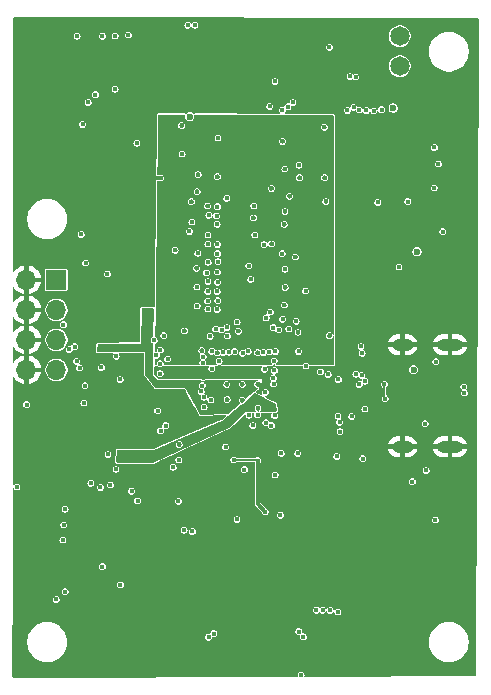
<source format=gbr>
G04 #@! TF.GenerationSoftware,KiCad,Pcbnew,9.0.1*
G04 #@! TF.CreationDate,2025-06-04T13:38:33-07:00*
G04 #@! TF.ProjectId,mp153-devboard,6d703135-332d-4646-9576-626f6172642e,rev?*
G04 #@! TF.SameCoordinates,PXb487a00PY650eff0*
G04 #@! TF.FileFunction,Copper,L3,Inr*
G04 #@! TF.FilePolarity,Positive*
%FSLAX46Y46*%
G04 Gerber Fmt 4.6, Leading zero omitted, Abs format (unit mm)*
G04 Created by KiCad (PCBNEW 9.0.1) date 2025-06-04 13:38:33*
%MOMM*%
%LPD*%
G01*
G04 APERTURE LIST*
G04 #@! TA.AperFunction,ComponentPad*
%ADD10C,1.651000*%
G04 #@! TD*
G04 #@! TA.AperFunction,ComponentPad*
%ADD11O,2.200000X1.000000*%
G04 #@! TD*
G04 #@! TA.AperFunction,ComponentPad*
%ADD12O,1.800000X1.000000*%
G04 #@! TD*
G04 #@! TA.AperFunction,ComponentPad*
%ADD13R,1.700000X1.700000*%
G04 #@! TD*
G04 #@! TA.AperFunction,ComponentPad*
%ADD14O,1.700000X1.700000*%
G04 #@! TD*
G04 #@! TA.AperFunction,ViaPad*
%ADD15C,0.400000*%
G04 #@! TD*
G04 #@! TA.AperFunction,ViaPad*
%ADD16C,0.600000*%
G04 #@! TD*
G04 #@! TA.AperFunction,Conductor*
%ADD17C,0.300000*%
G04 #@! TD*
G04 #@! TA.AperFunction,Conductor*
%ADD18C,0.203200*%
G04 #@! TD*
G04 #@! TA.AperFunction,Conductor*
%ADD19C,0.127000*%
G04 #@! TD*
G04 APERTURE END LIST*
D10*
G04 #@! TO.N,+5V*
G04 #@! TO.C,J5*
X33100000Y54660000D03*
G04 #@! TO.N,/USB_VBUS_JACK*
X33100000Y52120000D03*
G04 #@! TD*
D11*
G04 #@! TO.N,GND*
G04 #@! TO.C,J3*
X37340000Y28540000D03*
X37340000Y19900000D03*
D12*
X33340000Y28540000D03*
X33340000Y19900000D03*
G04 #@! TD*
D13*
G04 #@! TO.N,/UART_TX*
G04 #@! TO.C,J1*
X4030800Y34027600D03*
D14*
G04 #@! TO.N,GND*
X1490800Y34027600D03*
G04 #@! TO.N,/UART_RX*
X4030800Y31487600D03*
G04 #@! TO.N,GND*
X1490800Y31487600D03*
G04 #@! TO.N,/DEBUG2*
X4030800Y28947600D03*
G04 #@! TO.N,GND*
X1490800Y28947600D03*
G04 #@! TO.N,/DEBUG3*
X4030800Y26407600D03*
G04 #@! TO.N,GND*
X1490800Y26407600D03*
G04 #@! TD*
D15*
G04 #@! TO.N,+3V3*
X27140000Y53720000D03*
D16*
X32540000Y48570000D03*
D15*
X34165000Y16940000D03*
G04 #@! TO.N,GND*
X12860800Y42657600D03*
X14498800Y22826810D03*
D16*
X8987647Y36617600D03*
D15*
X26740800Y42680821D03*
X18130800Y51317600D03*
X24613180Y42683201D03*
X15918500Y33424300D03*
X25380800Y4127600D03*
X27680800Y51117600D03*
X14670800Y44680821D03*
X20970800Y51107600D03*
X16500829Y3010000D03*
X21065193Y27861223D03*
X16822740Y40284840D03*
X19765142Y25181326D03*
X23400595Y33394656D03*
X29950000Y53500000D03*
X23315800Y38731821D03*
X14666300Y15924286D03*
X21159300Y19415320D03*
X24480300Y29590139D03*
X24565800Y43745821D03*
X16031380Y42940900D03*
X17657167Y42765959D03*
X29850000Y27310000D03*
X34426340Y33258600D03*
X26840800Y40667600D03*
X27157647Y29317600D03*
X20715470Y39285430D03*
X16551700Y5660000D03*
X23360700Y43409040D03*
X34433340Y31963600D03*
X16337800Y28032821D03*
X33686340Y32887600D03*
X15941360Y31824880D03*
X23385800Y39822600D03*
X21100800Y23190821D03*
X23775800Y41102600D03*
X15490800Y38920821D03*
X17658619Y27855081D03*
X35666340Y33279600D03*
X31146340Y36968600D03*
X21065383Y25183504D03*
X33180800Y39317600D03*
X36288789Y24700371D03*
X34012500Y14842500D03*
X22247800Y37080821D03*
X35740340Y31954600D03*
X6880800Y22347600D03*
X21750800Y51097600D03*
X23325140Y31905380D03*
X23380800Y34930821D03*
X20310800Y51017600D03*
X23566300Y14753439D03*
X3940800Y12587600D03*
X17840800Y26490821D03*
X28563300Y53490000D03*
X22233059Y41774507D03*
X19770800Y23840821D03*
X14430000Y20087600D03*
X26710800Y46957600D03*
X16610800Y21857600D03*
X15454800Y40646121D03*
X16455560Y25766801D03*
X15900720Y35006720D03*
X24170800Y20030821D03*
X16853220Y37066660D03*
X38560000Y10960000D03*
X24540800Y51167600D03*
X37206564Y41027093D03*
X24260800Y35960821D03*
X19436300Y29688821D03*
X25530800Y21597600D03*
X19750800Y10547600D03*
X14089800Y36542821D03*
X15938820Y41495321D03*
X11225800Y33247600D03*
X17710800Y46035321D03*
X23170800Y45750821D03*
X14630800Y47097600D03*
X9240000Y14200000D03*
X24918919Y22182599D03*
X24460800Y26332253D03*
X14866940Y29715900D03*
X27790800Y2970000D03*
D16*
X7790800Y29157600D03*
D15*
X4000800Y15857600D03*
X18490800Y23890821D03*
X27350800Y3400000D03*
X18447594Y25179441D03*
G04 #@! TO.N,+5V*
X6350800Y23597600D03*
X36370800Y43847600D03*
D16*
X34557329Y36415600D03*
D15*
X6130000Y37880000D03*
X36740800Y38107600D03*
X8400800Y19247100D03*
X8607300Y16667600D03*
X19320000Y13747600D03*
X6245000Y47195000D03*
D16*
X15320800Y47847600D03*
D15*
G04 #@! TO.N,VDD_CORE*
X11556300Y31373439D03*
X7915800Y28377600D03*
X20391355Y25179695D03*
X17789060Y25167361D03*
X19150800Y23870821D03*
X11680800Y29807600D03*
X19096803Y25183809D03*
X9335300Y28307600D03*
X6505800Y35460000D03*
X17860800Y23870821D03*
X11673425Y29352106D03*
G04 #@! TO.N,VDD*
X22335800Y23250821D03*
X7920000Y9751600D03*
X18448800Y21888821D03*
X19068800Y22554821D03*
X20771020Y23884661D03*
X9588617Y18827100D03*
X9500300Y19387600D03*
G04 #@! TO.N,/NRST*
X4770000Y7630000D03*
X4020000Y6970000D03*
X6720000Y49060000D03*
X9070800Y17990000D03*
X13910000Y18167600D03*
X24750000Y560000D03*
G04 #@! TO.N,VDD_DDR*
X31240800Y40577600D03*
X24398661Y40175476D03*
X14750800Y43960821D03*
X21618260Y38671940D03*
X23415800Y40642600D03*
X24655480Y41736141D03*
X17658400Y41844400D03*
X15905800Y34186300D03*
X33780800Y40657600D03*
X23325140Y32502280D03*
X16350800Y45950821D03*
X16817660Y36233540D03*
X23398800Y42225400D03*
X17180800Y27100821D03*
X22451380Y43452220D03*
X22436140Y36238620D03*
X15763560Y42260960D03*
X22239140Y46226501D03*
X23902980Y44725221D03*
X23400800Y34360821D03*
X22432800Y38635821D03*
X36020800Y41818600D03*
X16046620Y38649681D03*
X21067800Y27053821D03*
X17633000Y43444600D03*
X15893100Y32626740D03*
X18490800Y27202821D03*
X23375800Y41502600D03*
X15854914Y43607746D03*
G04 #@! TO.N,VDDA_1V8*
X21716772Y24507585D03*
G04 #@! TO.N,Net-(U2D-VDDA1V1_REG)*
X22395153Y25731467D03*
G04 #@! TO.N,GNDADC*
X21710800Y14377600D03*
X21060800Y22590821D03*
X16913429Y3771082D03*
X24940800Y3797600D03*
X21060800Y18717600D03*
X19040800Y18787600D03*
G04 #@! TO.N,VREF+*
X20660800Y21707600D03*
X23000800Y14107600D03*
X17351700Y4077600D03*
X24550800Y4250753D03*
G04 #@! TO.N,VREF_DDR*
X25120800Y33097600D03*
X20315800Y35222821D03*
X15294780Y38131521D03*
X24528800Y27970821D03*
G04 #@! TO.N,VDDA*
X20340800Y22567600D03*
G04 #@! TO.N,VDD_USB*
X22424587Y25220211D03*
G04 #@! TO.N,/D16*
X15146169Y55598723D03*
G04 #@! TO.N,/D4*
X7930000Y54660000D03*
G04 #@! TO.N,/D17*
X15751700Y55597723D03*
G04 #@! TO.N,/D5*
X30890800Y48327600D03*
X29920800Y27827600D03*
G04 #@! TO.N,/D18*
X10120000Y54760000D03*
G04 #@! TO.N,/D19*
X9010000Y54690000D03*
G04 #@! TO.N,/D9*
X12810800Y26097600D03*
X5780000Y54660000D03*
X16380800Y25070821D03*
G04 #@! TO.N,/D11*
X31560800Y48447600D03*
X29880556Y25949892D03*
G04 #@! TO.N,/D12*
X10840000Y45600000D03*
G04 #@! TO.N,/UART_TX*
X13290800Y21687600D03*
X1510800Y23467600D03*
G04 #@! TO.N,/UART_RX*
X16294218Y24575405D03*
G04 #@! TO.N,/DEBUG2*
X6450800Y25067600D03*
X16545800Y23257600D03*
G04 #@! TO.N,/DEBUG3*
X9095800Y27567600D03*
X4620800Y30237600D03*
G04 #@! TO.N,/SAI_MCLK*
X12850800Y21247600D03*
X22540000Y50830000D03*
X9000800Y50177600D03*
X12600800Y22947600D03*
G04 #@! TO.N,/SAI_SD_B*
X28670955Y48378838D03*
X28008341Y21967600D03*
G04 #@! TO.N,/SAI_FS*
X27044772Y26018627D03*
X23160000Y48420000D03*
G04 #@! TO.N,/SAI_SCK*
X27902554Y25594660D03*
X23618612Y48681100D03*
G04 #@! TO.N,/SAI_SD_A*
X24060000Y49050000D03*
X27870183Y22497839D03*
G04 #@! TO.N,/PWR_ONRST*
X33036340Y35117600D03*
X36030000Y45240000D03*
G04 #@! TO.N,/JTMS_SWDIO*
X12490800Y27657600D03*
X7760800Y16457600D03*
X7836276Y26615313D03*
G04 #@! TO.N,/JTCK_SWCLK*
X4570800Y11997600D03*
X5740800Y27127600D03*
X13123300Y29305312D03*
G04 #@! TO.N,/JTDO_SWO*
X5574777Y28371577D03*
X12300800Y28917600D03*
X4650800Y13277600D03*
G04 #@! TO.N,/JTDI*
X5123831Y28133352D03*
X4770800Y14617600D03*
X12830800Y28087600D03*
D16*
G04 #@! TO.N,/USB_VBUS_JACK*
X34270000Y26420000D03*
D15*
G04 #@! TO.N,/USB_RREF*
X21657800Y26462821D03*
X25150631Y26752940D03*
G04 #@! TO.N,/DDR_CKE*
X21553800Y27890821D03*
X23153540Y36249381D03*
G04 #@! TO.N,/DDR_RESETN*
X13450800Y27320821D03*
X16844800Y31554821D03*
G04 #@! TO.N,/DDR_CLK_N*
X21611760Y37013921D03*
G04 #@! TO.N,/DDR_CLK_P*
X20827520Y37844241D03*
G04 #@! TO.N,Net-(U2E-DDR_ZQ)*
X17195800Y26500821D03*
G04 #@! TO.N,/PWR_ON*
X7330000Y49710000D03*
X19937890Y17961986D03*
X8350800Y34537600D03*
X10895800Y15320000D03*
G04 #@! TO.N,/BOOT0*
X14840000Y12840000D03*
G04 #@! TO.N,Net-(J2-Pin_10)*
X6940800Y16817600D03*
G04 #@! TO.N,/FLASH_CS*
X29670000Y25170000D03*
X29970000Y18890000D03*
G04 #@! TO.N,/DDR_DQS1_P*
X23703800Y29886821D03*
X17660940Y40234040D03*
G04 #@! TO.N,/DDR_DQM1*
X20745637Y40287964D03*
X24337800Y30534821D03*
G04 #@! TO.N,/FLASH_IO1*
X35330000Y17890000D03*
X36120000Y13690000D03*
G04 #@! TO.N,/DDR_DQ9*
X18453591Y40940160D03*
X23185800Y30702600D03*
G04 #@! TO.N,/DDR_DQS1_N*
X22842800Y29804821D03*
X17585800Y39442600D03*
G04 #@! TO.N,/DDR_DQ10*
X22385450Y29987025D03*
X17643056Y38750714D03*
G04 #@! TO.N,/DDR_DQ13*
X16859420Y37829261D03*
X22051761Y27939546D03*
G04 #@! TO.N,/DDR_A8*
X22577800Y27970821D03*
X22143811Y31302293D03*
G04 #@! TO.N,/DDR_DQ8*
X16931518Y39507158D03*
X21792115Y30816049D03*
G04 #@! TO.N,/DDR_A10*
X20483800Y34075821D03*
X20267132Y27974733D03*
G04 #@! TO.N,/DDR_CASN*
X19326300Y30455321D03*
X17660940Y36251320D03*
G04 #@! TO.N,/DDR_WEN*
X18636410Y27899062D03*
X17713800Y35575821D03*
G04 #@! TO.N,/DDR_CSN*
X16872432Y35518510D03*
X19122520Y27956597D03*
G04 #@! TO.N,/DDR_ODT*
X16002320Y36279260D03*
X18514380Y29268860D03*
G04 #@! TO.N,/DDR_BA2*
X17658635Y34693821D03*
X18147043Y27887559D03*
G04 #@! TO.N,/DDR_BA0*
X18475300Y30005821D03*
X16736800Y34626821D03*
G04 #@! TO.N,/DDR_A0*
X17673640Y33823700D03*
X18022800Y29792821D03*
G04 #@! TO.N,/DDR_A3*
X16858300Y33889120D03*
X17514800Y29864821D03*
G04 #@! TO.N,/DDR_A2*
X17186541Y27984525D03*
X17638080Y33056000D03*
G04 #@! TO.N,/DDR_A9*
X17693180Y32266060D03*
X17049800Y29264821D03*
G04 #@! TO.N,/DDR_A13*
X16447869Y27518854D03*
X17634800Y31523821D03*
G04 #@! TO.N,/JTRST*
X5990800Y26577600D03*
X12810453Y26932196D03*
G04 #@! TO.N,/FLASH_CLK*
X22480800Y26357600D03*
X26385510Y26242253D03*
X30140000Y25450000D03*
X30150000Y23090000D03*
G04 #@! TO.N,/DDR_RASN*
X19803800Y27816821D03*
X17660800Y37036821D03*
G04 #@! TO.N,/DDR_A5*
X17808260Y27147960D03*
X16840520Y33048380D03*
G04 #@! TO.N,/DDR_A7*
X16420800Y27014821D03*
X16835440Y32250820D03*
G04 #@! TO.N,/D7*
X22460000Y27180000D03*
X22090000Y48720000D03*
G04 #@! TO.N,/BOOT2*
X14350000Y15280000D03*
X15540000Y12730000D03*
X18350800Y19887600D03*
G04 #@! TO.N,/D6*
X28040800Y21187600D03*
X29200800Y48637600D03*
G04 #@! TO.N,/DFU_BOOT*
X14393977Y18796023D03*
X9450000Y8210000D03*
X10390000Y16140000D03*
G04 #@! TO.N,/D24*
X29030764Y22468008D03*
X29670800Y48407600D03*
G04 #@! TO.N,/D21*
X29813953Y28397600D03*
X30280800Y48367600D03*
G04 #@! TO.N,/USB_HS_D-*
X31870000Y23970000D03*
X38575691Y24445844D03*
X31800000Y25180000D03*
X29371280Y51200000D03*
G04 #@! TO.N,/D23*
X16520800Y24087600D03*
X9425800Y25607600D03*
G04 #@! TO.N,/USB_HS_D+*
X38520000Y24980000D03*
X28881280Y51247180D03*
G04 #@! TO.N,/D26*
X27211062Y6036071D03*
X27770800Y19087600D03*
G04 #@! TO.N,/ADC-14*
X22230800Y21687600D03*
X23060800Y19347600D03*
G04 #@! TO.N,/D27*
X21760800Y21937600D03*
X26578090Y6064100D03*
G04 #@! TO.N,/D29*
X26050000Y6064100D03*
X22546980Y17509758D03*
G04 #@! TO.N,/D28*
X17101625Y23862599D03*
X680800Y16507600D03*
G04 #@! TO.N,/D30*
X27850000Y5920000D03*
X29380000Y26047600D03*
G04 #@! TO.N,/ADC-10*
X22503697Y22551456D03*
X24460800Y19337600D03*
G04 #@! TO.N,Net-(J3-CC1)*
X36160000Y27100000D03*
G04 #@! TO.N,Net-(J3-CC2)*
X35250000Y21850000D03*
G04 #@! TD*
D17*
G04 #@! TO.N,GNDADC*
X21060800Y15027600D02*
X21710800Y14377600D01*
X21060800Y18717600D02*
X21060800Y15027600D01*
D18*
X19040800Y18787600D02*
X20990800Y18787600D01*
X20990800Y18787600D02*
X21060800Y18717600D01*
D19*
G04 #@! TO.N,/USB_HS_D-*
X31800000Y25180000D02*
X31800000Y24040000D01*
X31800000Y24040000D02*
X31870000Y23970000D01*
G04 #@! TD*
G04 #@! TA.AperFunction,Conductor*
G04 #@! TO.N,GND*
G36*
X14463175Y20280590D02*
G01*
X14482608Y20275384D01*
X14497763Y20271324D01*
X14511991Y20265431D01*
X14543004Y20247525D01*
X14555221Y20238150D01*
X14580543Y20212829D01*
X14589921Y20200609D01*
X14607828Y20169593D01*
X14613721Y20155364D01*
X14622989Y20120778D01*
X14625000Y20105507D01*
X14625000Y20069695D01*
X14622989Y20054425D01*
X14622989Y20054424D01*
X14613721Y20019838D01*
X14607827Y20005609D01*
X14589921Y19974595D01*
X14580546Y19962377D01*
X14555227Y19937057D01*
X14543007Y19927679D01*
X14511991Y19909772D01*
X14497762Y19903879D01*
X14463175Y19894611D01*
X14447906Y19892600D01*
X14412094Y19892600D01*
X14396823Y19894611D01*
X14362236Y19903879D01*
X14348007Y19909772D01*
X14316991Y19927679D01*
X14304772Y19937056D01*
X14279454Y19962374D01*
X14270078Y19974592D01*
X14252171Y20005606D01*
X14246276Y20019839D01*
X14237010Y20054425D01*
X14235000Y20069693D01*
X14235000Y20105510D01*
X14237010Y20120778D01*
X14246276Y20155364D01*
X14252171Y20169596D01*
X14270075Y20200606D01*
X14279447Y20212821D01*
X14304779Y20238153D01*
X14316988Y20247522D01*
X14348008Y20265432D01*
X14362233Y20271324D01*
X14373204Y20274263D01*
X14396825Y20280590D01*
X14412092Y20282600D01*
X14447907Y20282600D01*
X14463175Y20280590D01*
G37*
G04 #@! TD.AperFunction*
G04 #@! TA.AperFunction,Conductor*
G36*
X21133975Y23383811D02*
G01*
X21146334Y23380500D01*
X21168563Y23374545D01*
X21182791Y23368652D01*
X21205620Y23355471D01*
X21213804Y23350746D01*
X21226021Y23341371D01*
X21251343Y23316050D01*
X21260721Y23303830D01*
X21278628Y23272814D01*
X21284521Y23258585D01*
X21293789Y23223999D01*
X21295800Y23208728D01*
X21295800Y23172916D01*
X21293789Y23157646D01*
X21293789Y23157645D01*
X21284521Y23123059D01*
X21278628Y23108830D01*
X21260721Y23077814D01*
X21251345Y23065595D01*
X21216686Y23030936D01*
X21216609Y23030858D01*
X21216152Y23030399D01*
X21215653Y23029892D01*
X21194986Y22998223D01*
X21178284Y22956270D01*
X21178280Y22956260D01*
X21173852Y22941963D01*
X21173249Y22936181D01*
X21171467Y22936367D01*
X21160337Y22900442D01*
X21120387Y22879392D01*
X21110000Y22879349D01*
X21104756Y22879791D01*
X21099045Y22881321D01*
X21086588Y22881321D01*
X21084119Y22881529D01*
X21066092Y22890840D01*
X21047352Y22898602D01*
X21046192Y22901118D01*
X21043997Y22902251D01*
X21040245Y22914017D01*
X21030253Y22935691D01*
X21028955Y22952173D01*
X21028955Y22952175D01*
X21011674Y22993894D01*
X20990973Y23024876D01*
X20984913Y23030936D01*
X20950249Y23065600D01*
X20940877Y23077814D01*
X20922971Y23108827D01*
X20917076Y23123060D01*
X20907810Y23157646D01*
X20905800Y23172914D01*
X20905800Y23208731D01*
X20907810Y23223999D01*
X20917076Y23258585D01*
X20922971Y23272817D01*
X20940875Y23303827D01*
X20950247Y23316042D01*
X20975579Y23341374D01*
X20987788Y23350743D01*
X21018808Y23368653D01*
X21033033Y23374545D01*
X21044004Y23377484D01*
X21067625Y23383811D01*
X21082892Y23385821D01*
X21118707Y23385821D01*
X21133975Y23383811D01*
G37*
G04 #@! TD.AperFunction*
G04 #@! TA.AperFunction,Conductor*
G36*
X19803976Y24033811D02*
G01*
X19838563Y24024544D01*
X19852790Y24018651D01*
X19883806Y24000744D01*
X19896024Y23991368D01*
X19921346Y23966046D01*
X19930721Y23953829D01*
X19931807Y23951947D01*
X19936155Y23945106D01*
X19940916Y23938274D01*
X19940918Y23938272D01*
X19955251Y23925615D01*
X19965579Y23916495D01*
X19970387Y23912250D01*
X19990221Y23871682D01*
X19981215Y23836512D01*
X19972142Y23822151D01*
X19972137Y23822143D01*
X19960629Y23795852D01*
X19954521Y23773055D01*
X19948626Y23758826D01*
X19948626Y23758825D01*
X19930722Y23727816D01*
X19921347Y23715599D01*
X19896027Y23690278D01*
X19883807Y23680900D01*
X19852794Y23662995D01*
X19838564Y23657101D01*
X19793156Y23644934D01*
X19788244Y23643840D01*
X19766361Y23639938D01*
X19737139Y23629177D01*
X19692019Y23630978D01*
X19662244Y23661964D01*
X19661284Y23664281D01*
X19661280Y23664289D01*
X19640577Y23695274D01*
X19620254Y23715596D01*
X19610877Y23727815D01*
X19592970Y23758830D01*
X19587077Y23773058D01*
X19577810Y23807647D01*
X19575800Y23822916D01*
X19575800Y23858729D01*
X19577810Y23873998D01*
X19587077Y23908585D01*
X19592968Y23922812D01*
X19610878Y23953832D01*
X19620251Y23966045D01*
X19645574Y23991369D01*
X19657789Y24000743D01*
X19688804Y24018650D01*
X19703030Y24024543D01*
X19720328Y24029177D01*
X19737624Y24033811D01*
X19752893Y24035821D01*
X19788706Y24035821D01*
X19803976Y24033811D01*
G37*
G04 #@! TD.AperFunction*
G04 #@! TA.AperFunction,Conductor*
G36*
X18523976Y24083811D02*
G01*
X18558563Y24074544D01*
X18572790Y24068651D01*
X18603806Y24050744D01*
X18616024Y24041368D01*
X18641347Y24016045D01*
X18650721Y24003829D01*
X18657915Y23991369D01*
X18668626Y23972819D01*
X18674520Y23958590D01*
X18683789Y23924001D01*
X18685800Y23908729D01*
X18685800Y23872916D01*
X18683789Y23857647D01*
X18683789Y23857645D01*
X18674520Y23823055D01*
X18668626Y23808825D01*
X18650723Y23777817D01*
X18641347Y23765599D01*
X18616022Y23740274D01*
X18603804Y23730898D01*
X18572796Y23712995D01*
X18558567Y23707101D01*
X18543273Y23703003D01*
X18523976Y23697832D01*
X18508707Y23695821D01*
X18472892Y23695821D01*
X18457622Y23697832D01*
X18423031Y23707101D01*
X18408804Y23712994D01*
X18377792Y23730900D01*
X18365576Y23740274D01*
X18340253Y23765597D01*
X18330877Y23777815D01*
X18330876Y23777817D01*
X18312970Y23808830D01*
X18307077Y23823058D01*
X18305201Y23830059D01*
X18299382Y23851780D01*
X18297810Y23857647D01*
X18295800Y23872916D01*
X18295800Y23908729D01*
X18297810Y23923998D01*
X18300483Y23933975D01*
X18307079Y23958590D01*
X18312968Y23972812D01*
X18330878Y24003832D01*
X18340251Y24016045D01*
X18365574Y24041369D01*
X18377789Y24050743D01*
X18408804Y24068650D01*
X18423030Y24074543D01*
X18451357Y24082132D01*
X18457624Y24083811D01*
X18472893Y24085821D01*
X18508706Y24085821D01*
X18523976Y24083811D01*
G37*
G04 #@! TD.AperFunction*
G04 #@! TA.AperFunction,Conductor*
G36*
X18473943Y25380422D02*
G01*
X18499347Y25367895D01*
X18499349Y25367895D01*
X18501311Y25366927D01*
X18516088Y25362968D01*
X18516744Y25362775D01*
X18517215Y25362395D01*
X18529581Y25357273D01*
X18560602Y25339363D01*
X18572817Y25329989D01*
X18598140Y25304666D01*
X18607516Y25292449D01*
X18613472Y25282132D01*
X18625420Y25261438D01*
X18631313Y25247210D01*
X18640583Y25212619D01*
X18642594Y25197347D01*
X18642594Y25161536D01*
X18640583Y25146265D01*
X18631314Y25111675D01*
X18625420Y25097445D01*
X18607517Y25066437D01*
X18598141Y25054219D01*
X18572818Y25028896D01*
X18560598Y25019519D01*
X18529584Y25001614D01*
X18515361Y24995722D01*
X18501484Y24992003D01*
X18498065Y24991086D01*
X18498062Y24991085D01*
X18480773Y24986452D01*
X18465501Y24984441D01*
X18429686Y24984441D01*
X18414416Y24986452D01*
X18379825Y24995721D01*
X18365598Y25001614D01*
X18334586Y25019520D01*
X18322370Y25028894D01*
X18297047Y25054217D01*
X18287671Y25066435D01*
X18286842Y25067871D01*
X18269764Y25097450D01*
X18263871Y25111678D01*
X18262782Y25115741D01*
X18255813Y25141755D01*
X18254604Y25146267D01*
X18252594Y25161536D01*
X18252594Y25197349D01*
X18254604Y25212618D01*
X18257277Y25222595D01*
X18263873Y25247210D01*
X18269762Y25261432D01*
X18287672Y25292452D01*
X18297045Y25304665D01*
X18322368Y25329989D01*
X18334583Y25339363D01*
X18365598Y25357270D01*
X18379832Y25363164D01*
X18389731Y25365816D01*
X18389731Y25365817D01*
X18389738Y25365818D01*
X18413018Y25375502D01*
X18414643Y25376448D01*
X18418196Y25378512D01*
X18462948Y25384542D01*
X18473943Y25380422D01*
G37*
G04 #@! TD.AperFunction*
G04 #@! TA.AperFunction,Conductor*
G36*
X19767003Y25379069D02*
G01*
X19787762Y25379101D01*
X19791363Y25377473D01*
X19795355Y25375505D01*
X19797109Y25374640D01*
X19811347Y25370825D01*
X19832904Y25365048D01*
X19847132Y25359155D01*
X19878146Y25341250D01*
X19890366Y25331873D01*
X19915689Y25306550D01*
X19925063Y25294334D01*
X19938824Y25270500D01*
X19942968Y25263324D01*
X19948862Y25249095D01*
X19957128Y25218246D01*
X19958131Y25214506D01*
X19960142Y25199234D01*
X19960142Y25163421D01*
X19958131Y25148150D01*
X19948862Y25113560D01*
X19942968Y25099331D01*
X19942968Y25099330D01*
X19925065Y25068322D01*
X19915689Y25056104D01*
X19890366Y25030781D01*
X19878146Y25021404D01*
X19847132Y25003499D01*
X19832909Y24997607D01*
X19819032Y24993888D01*
X19815613Y24992971D01*
X19815610Y24992970D01*
X19798321Y24988337D01*
X19783049Y24986326D01*
X19747234Y24986326D01*
X19731964Y24988337D01*
X19697373Y24997606D01*
X19683146Y25003499D01*
X19652134Y25021405D01*
X19639918Y25030779D01*
X19614595Y25056102D01*
X19605219Y25068320D01*
X19605218Y25068322D01*
X19587312Y25099335D01*
X19581419Y25113563D01*
X19580835Y25115741D01*
X19573866Y25141755D01*
X19572152Y25148152D01*
X19570142Y25163421D01*
X19570142Y25199234D01*
X19572152Y25214503D01*
X19574825Y25224480D01*
X19581421Y25249095D01*
X19587310Y25263317D01*
X19605220Y25294337D01*
X19614593Y25306550D01*
X19639916Y25331874D01*
X19652131Y25341248D01*
X19683146Y25359155D01*
X19697369Y25365047D01*
X19730024Y25373796D01*
X19742608Y25379032D01*
X19744716Y25379035D01*
X19746302Y25380425D01*
X19767003Y25379069D01*
G37*
G04 #@! TD.AperFunction*
G04 #@! TA.AperFunction,Conductor*
G36*
X17691794Y28048071D02*
G01*
X17703455Y28044947D01*
X17726382Y28038805D01*
X17740610Y28032912D01*
X17780361Y28009961D01*
X17783621Y28007934D01*
X17796025Y27999646D01*
X17808326Y27991427D01*
X17808334Y27991423D01*
X17820416Y27986418D01*
X17852346Y27954487D01*
X17855618Y27929671D01*
X17856543Y27929671D01*
X17856543Y27849313D01*
X17865504Y27815869D01*
X17864088Y27805121D01*
X17867223Y27794742D01*
X17861457Y27785137D01*
X17859609Y27771099D01*
X17845885Y27754944D01*
X17841869Y27751657D01*
X17840805Y27751216D01*
X17809821Y27730513D01*
X17781770Y27702463D01*
X17779494Y27700599D01*
X17778206Y27700211D01*
X17771623Y27695158D01*
X17740610Y27677253D01*
X17726381Y27671360D01*
X17691794Y27662092D01*
X17676525Y27660081D01*
X17640713Y27660081D01*
X17625442Y27662092D01*
X17590855Y27671360D01*
X17576626Y27677254D01*
X17545612Y27695160D01*
X17533394Y27704535D01*
X17508072Y27729856D01*
X17498697Y27742073D01*
X17490422Y27756406D01*
X17465852Y27784422D01*
X17465740Y27784508D01*
X17465717Y27784549D01*
X17463735Y27786405D01*
X17464297Y27787006D01*
X17443159Y27823612D01*
X17450560Y27860821D01*
X17457244Y27872396D01*
X17477041Y27946280D01*
X17477041Y27955895D01*
X17494322Y27997614D01*
X17515575Y28011232D01*
X17521777Y28013527D01*
X17530499Y28014674D01*
X17565785Y28026651D01*
X17580965Y28035417D01*
X17585656Y28037151D01*
X17586760Y28037109D01*
X17590850Y28038803D01*
X17615549Y28045420D01*
X17625444Y28048071D01*
X17640712Y28050081D01*
X17676526Y28050081D01*
X17691794Y28048071D01*
G37*
G04 #@! TD.AperFunction*
G04 #@! TA.AperFunction,Conductor*
G36*
X21098369Y28054213D02*
G01*
X21132957Y28044946D01*
X21147188Y28039051D01*
X21181323Y28019343D01*
X21184602Y28017305D01*
X21185451Y28016738D01*
X21185453Y28016736D01*
X21216430Y27996038D01*
X21227412Y27991489D01*
X21259341Y27959558D01*
X21262849Y27932933D01*
X21263300Y27932933D01*
X21263300Y27929514D01*
X21263329Y27929293D01*
X21263300Y27929073D01*
X21263300Y27852573D01*
X21271680Y27821297D01*
X21270251Y27810450D01*
X21273378Y27799964D01*
X21267610Y27790395D01*
X21265785Y27776527D01*
X21251900Y27760242D01*
X21247378Y27756568D01*
X21246030Y27756009D01*
X21215046Y27735306D01*
X21188272Y27708533D01*
X21185907Y27706610D01*
X21184614Y27706225D01*
X21178197Y27701300D01*
X21147184Y27683395D01*
X21132955Y27677502D01*
X21098368Y27668234D01*
X21083099Y27666223D01*
X21047287Y27666223D01*
X21032016Y27668234D01*
X20997429Y27677502D01*
X20983200Y27683395D01*
X20952184Y27701302D01*
X20939965Y27710679D01*
X20914647Y27735997D01*
X20905271Y27748215D01*
X20900540Y27756408D01*
X20887363Y27779230D01*
X20881469Y27793462D01*
X20872203Y27828048D01*
X20870193Y27843316D01*
X20870193Y27879133D01*
X20872203Y27894401D01*
X20876483Y27910376D01*
X20881469Y27928989D01*
X20887364Y27943219D01*
X20894683Y27955895D01*
X20905268Y27974231D01*
X20914640Y27986444D01*
X20939972Y28011776D01*
X20952181Y28021145D01*
X20983201Y28039055D01*
X20997426Y28044947D01*
X21008397Y28047886D01*
X21032018Y28054213D01*
X21047285Y28056223D01*
X21083100Y28056223D01*
X21098369Y28054213D01*
G37*
G04 #@! TD.AperFunction*
G04 #@! TA.AperFunction,Conductor*
G36*
X16370975Y28225811D02*
G01*
X16390408Y28220605D01*
X16405563Y28216545D01*
X16419791Y28210652D01*
X16450007Y28193206D01*
X16450804Y28192746D01*
X16463021Y28183371D01*
X16488343Y28158050D01*
X16497721Y28145830D01*
X16515628Y28114814D01*
X16521521Y28100585D01*
X16530789Y28065999D01*
X16532800Y28050728D01*
X16532800Y28014916D01*
X16530789Y27999644D01*
X16521521Y27965059D01*
X16515628Y27950833D01*
X16486390Y27900189D01*
X16486389Y27900187D01*
X16474410Y27864897D01*
X16473851Y27860650D01*
X16451271Y27821544D01*
X16428180Y27810764D01*
X16421848Y27809354D01*
X16409624Y27809354D01*
X16349503Y27793245D01*
X16348278Y27792972D01*
X16327175Y27796673D01*
X16305954Y27799467D01*
X16304632Y27800627D01*
X16303800Y27800772D01*
X16302734Y27802291D01*
X16288646Y27814646D01*
X16284438Y27820130D01*
X16270745Y27837975D01*
X16242729Y27862544D01*
X16224788Y27872903D01*
X16212572Y27882277D01*
X16187254Y27907595D01*
X16177878Y27919813D01*
X16172535Y27929066D01*
X16159970Y27950828D01*
X16154076Y27965060D01*
X16144810Y27999646D01*
X16142800Y28014914D01*
X16142800Y28050731D01*
X16144810Y28065999D01*
X16151625Y28091437D01*
X16154076Y28100587D01*
X16159971Y28114817D01*
X16177775Y28145654D01*
X16177877Y28145830D01*
X16187247Y28158042D01*
X16212579Y28183374D01*
X16224788Y28192743D01*
X16255808Y28210653D01*
X16270033Y28216545D01*
X16281004Y28219484D01*
X16304625Y28225811D01*
X16319892Y28227821D01*
X16355707Y28227821D01*
X16370975Y28225811D01*
G37*
G04 #@! TD.AperFunction*
G04 #@! TA.AperFunction,Conductor*
G36*
X27190822Y29510590D02*
G01*
X27203808Y29507111D01*
X27225410Y29501324D01*
X27239638Y29495431D01*
X27270651Y29477525D01*
X27282868Y29468150D01*
X27308193Y29442826D01*
X27317566Y29430612D01*
X27335473Y29399597D01*
X27341365Y29385373D01*
X27345270Y29370803D01*
X27354877Y29347655D01*
X27355796Y29346069D01*
X27356276Y29342456D01*
X27358893Y29339919D01*
X27358532Y29325495D01*
X27361750Y29301306D01*
X27359592Y29294767D01*
X27358712Y29292547D01*
X27345793Y29266349D01*
X27340485Y29246546D01*
X27339230Y29243375D01*
X27338289Y29242406D01*
X27335474Y29235608D01*
X27317569Y29204595D01*
X27308193Y29192377D01*
X27282874Y29167057D01*
X27270654Y29157679D01*
X27239638Y29139772D01*
X27225409Y29133879D01*
X27190822Y29124611D01*
X27175553Y29122600D01*
X27139741Y29122600D01*
X27124470Y29124611D01*
X27089883Y29133879D01*
X27075654Y29139772D01*
X27044638Y29157679D01*
X27032419Y29167056D01*
X27007101Y29192374D01*
X26997725Y29204592D01*
X26984902Y29226800D01*
X26979817Y29235608D01*
X26973923Y29249839D01*
X26964657Y29284425D01*
X26962647Y29299693D01*
X26962647Y29335510D01*
X26964657Y29350778D01*
X26971055Y29374660D01*
X26973923Y29385366D01*
X26979818Y29399596D01*
X26997722Y29430606D01*
X27007094Y29442821D01*
X27032426Y29468153D01*
X27044635Y29477522D01*
X27075655Y29495432D01*
X27089880Y29501324D01*
X27103978Y29505100D01*
X27124472Y29510590D01*
X27139739Y29512600D01*
X27175554Y29512600D01*
X27190822Y29510590D01*
G37*
G04 #@! TD.AperFunction*
G04 #@! TA.AperFunction,Conductor*
G36*
X24513475Y29783129D02*
G01*
X24532908Y29777923D01*
X24548063Y29773863D01*
X24562291Y29767970D01*
X24582010Y29756585D01*
X24593304Y29750064D01*
X24605521Y29740689D01*
X24630843Y29715368D01*
X24640221Y29703148D01*
X24658128Y29672132D01*
X24664021Y29657903D01*
X24673289Y29623317D01*
X24675300Y29608046D01*
X24675300Y29572234D01*
X24673289Y29556964D01*
X24673289Y29556963D01*
X24664021Y29522377D01*
X24658127Y29508148D01*
X24640221Y29477134D01*
X24630846Y29464916D01*
X24605527Y29439596D01*
X24593307Y29430218D01*
X24562291Y29412311D01*
X24548062Y29406418D01*
X24513475Y29397150D01*
X24498206Y29395139D01*
X24462394Y29395139D01*
X24447123Y29397150D01*
X24412536Y29406418D01*
X24398307Y29412311D01*
X24367291Y29430218D01*
X24355072Y29439595D01*
X24329754Y29464913D01*
X24320378Y29477131D01*
X24310741Y29493821D01*
X24302470Y29508146D01*
X24296576Y29522378D01*
X24287310Y29556964D01*
X24285300Y29572232D01*
X24285300Y29608049D01*
X24287310Y29623317D01*
X24295971Y29655645D01*
X24296576Y29657905D01*
X24302471Y29672135D01*
X24312917Y29690228D01*
X24320377Y29703148D01*
X24329747Y29715360D01*
X24355079Y29740692D01*
X24367288Y29750061D01*
X24398308Y29767971D01*
X24412533Y29773863D01*
X24423504Y29776802D01*
X24447125Y29783129D01*
X24462392Y29785139D01*
X24498207Y29785139D01*
X24513475Y29783129D01*
G37*
G04 #@! TD.AperFunction*
G04 #@! TA.AperFunction,Conductor*
G36*
X19469475Y29881811D02*
G01*
X19488908Y29876605D01*
X19504063Y29872545D01*
X19518291Y29866652D01*
X19543744Y29851956D01*
X19549304Y29848746D01*
X19561521Y29839371D01*
X19586843Y29814050D01*
X19596221Y29801830D01*
X19614128Y29770814D01*
X19620021Y29756585D01*
X19629289Y29721999D01*
X19631300Y29706728D01*
X19631300Y29670916D01*
X19629289Y29655646D01*
X19629289Y29655645D01*
X19620021Y29621059D01*
X19614127Y29606830D01*
X19596221Y29575816D01*
X19586846Y29563598D01*
X19561527Y29538278D01*
X19549307Y29528900D01*
X19518291Y29510993D01*
X19504062Y29505100D01*
X19469475Y29495832D01*
X19454206Y29493821D01*
X19418394Y29493821D01*
X19403123Y29495832D01*
X19368536Y29505100D01*
X19354307Y29510993D01*
X19323291Y29528900D01*
X19311072Y29538277D01*
X19285754Y29563595D01*
X19276378Y29575813D01*
X19267797Y29590674D01*
X19258470Y29606828D01*
X19252576Y29621060D01*
X19243310Y29655646D01*
X19241300Y29670914D01*
X19241300Y29706731D01*
X19243310Y29721999D01*
X19248555Y29741576D01*
X19252576Y29756587D01*
X19258471Y29770817D01*
X19261301Y29775721D01*
X19276377Y29801830D01*
X19285747Y29814042D01*
X19311079Y29839374D01*
X19323288Y29848743D01*
X19354308Y29866653D01*
X19368533Y29872545D01*
X19380780Y29875825D01*
X19403125Y29881811D01*
X19418392Y29883821D01*
X19454207Y29883821D01*
X19469475Y29881811D01*
G37*
G04 #@! TD.AperFunction*
G04 #@! TA.AperFunction,Conductor*
G36*
X14900116Y29908890D02*
G01*
X14934704Y29899623D01*
X14948928Y29893733D01*
X14954526Y29890501D01*
X14954530Y29890495D01*
X14954532Y29890497D01*
X14979944Y29875825D01*
X14992161Y29866450D01*
X15017483Y29841129D01*
X15026861Y29828909D01*
X15044768Y29797893D01*
X15050661Y29783664D01*
X15059929Y29749078D01*
X15061940Y29733807D01*
X15061940Y29697995D01*
X15059929Y29682724D01*
X15050661Y29648138D01*
X15044767Y29633909D01*
X15026861Y29602895D01*
X15017486Y29590677D01*
X14992167Y29565357D01*
X14979947Y29555979D01*
X14948931Y29538072D01*
X14934702Y29532179D01*
X14900115Y29522911D01*
X14884846Y29520900D01*
X14849034Y29520900D01*
X14833763Y29522911D01*
X14799176Y29532179D01*
X14784947Y29538072D01*
X14753931Y29555979D01*
X14741712Y29565356D01*
X14716394Y29590674D01*
X14707018Y29602892D01*
X14704040Y29608049D01*
X14689110Y29633907D01*
X14683216Y29648139D01*
X14673950Y29682725D01*
X14671940Y29697993D01*
X14671940Y29733810D01*
X14673950Y29749078D01*
X14679774Y29770817D01*
X14683216Y29783666D01*
X14689111Y29797896D01*
X14707015Y29828906D01*
X14716387Y29841121D01*
X14741719Y29866453D01*
X14753928Y29875822D01*
X14784948Y29893732D01*
X14799173Y29899624D01*
X14810144Y29902563D01*
X14833765Y29908890D01*
X14849032Y29910900D01*
X14884847Y29910900D01*
X14900116Y29908890D01*
G37*
G04 #@! TD.AperFunction*
G04 #@! TA.AperFunction,Conductor*
G36*
X15974535Y32017870D02*
G01*
X15993968Y32012664D01*
X16009123Y32008604D01*
X16023351Y32002711D01*
X16049523Y31987600D01*
X16054364Y31984805D01*
X16066581Y31975430D01*
X16091904Y31950108D01*
X16101281Y31937889D01*
X16105225Y31931058D01*
X16105226Y31931056D01*
X16119188Y31906872D01*
X16125081Y31892644D01*
X16134345Y31858071D01*
X16134349Y31858058D01*
X16136360Y31842787D01*
X16136360Y31806975D01*
X16134349Y31791705D01*
X16134349Y31791704D01*
X16125081Y31757118D01*
X16119187Y31742889D01*
X16101281Y31711875D01*
X16091906Y31699657D01*
X16066587Y31674337D01*
X16054367Y31664959D01*
X16023351Y31647052D01*
X16009122Y31641159D01*
X15974535Y31631891D01*
X15959266Y31629880D01*
X15923454Y31629880D01*
X15908183Y31631891D01*
X15873596Y31641159D01*
X15859367Y31647052D01*
X15828351Y31664959D01*
X15816132Y31674336D01*
X15790814Y31699654D01*
X15781438Y31711872D01*
X15763531Y31742886D01*
X15757636Y31757119D01*
X15748370Y31791705D01*
X15746360Y31806973D01*
X15746360Y31842790D01*
X15748370Y31858058D01*
X15757636Y31892644D01*
X15763531Y31906876D01*
X15781435Y31937886D01*
X15790807Y31950101D01*
X15816139Y31975433D01*
X15828348Y31984802D01*
X15859368Y32002712D01*
X15873593Y32008604D01*
X15884564Y32011543D01*
X15908185Y32017870D01*
X15923452Y32019880D01*
X15959267Y32019880D01*
X15974535Y32017870D01*
G37*
G04 #@! TD.AperFunction*
G04 #@! TA.AperFunction,Conductor*
G36*
X23358315Y32098370D02*
G01*
X23377748Y32093164D01*
X23392903Y32089104D01*
X23407131Y32083211D01*
X23438144Y32065305D01*
X23450361Y32055930D01*
X23475683Y32030609D01*
X23485061Y32018389D01*
X23502968Y31987373D01*
X23508861Y31973144D01*
X23518129Y31938558D01*
X23520140Y31923287D01*
X23520140Y31887475D01*
X23518129Y31872205D01*
X23518129Y31872204D01*
X23508861Y31837618D01*
X23502967Y31823389D01*
X23485061Y31792375D01*
X23475686Y31780157D01*
X23450367Y31754837D01*
X23438147Y31745459D01*
X23407131Y31727552D01*
X23392902Y31721659D01*
X23358315Y31712391D01*
X23343046Y31710380D01*
X23307234Y31710380D01*
X23291963Y31712391D01*
X23257376Y31721659D01*
X23243147Y31727552D01*
X23212131Y31745459D01*
X23199912Y31754836D01*
X23174594Y31780154D01*
X23165218Y31792372D01*
X23156786Y31806975D01*
X23147310Y31823387D01*
X23141416Y31837619D01*
X23132150Y31872205D01*
X23130140Y31887473D01*
X23130140Y31923290D01*
X23132150Y31938558D01*
X23141416Y31973144D01*
X23147311Y31987376D01*
X23165215Y32018386D01*
X23174587Y32030601D01*
X23199919Y32055933D01*
X23212128Y32065302D01*
X23243148Y32083212D01*
X23257373Y32089104D01*
X23268344Y32092043D01*
X23291965Y32098370D01*
X23307232Y32100380D01*
X23343047Y32100380D01*
X23358315Y32098370D01*
G37*
G04 #@! TD.AperFunction*
G04 #@! TA.AperFunction,Conductor*
G36*
X23433770Y33587646D02*
G01*
X23453203Y33582440D01*
X23468358Y33578380D01*
X23482586Y33572487D01*
X23501312Y33561675D01*
X23513599Y33554581D01*
X23525816Y33545206D01*
X23551138Y33519885D01*
X23560516Y33507665D01*
X23578423Y33476649D01*
X23584316Y33462420D01*
X23593584Y33427834D01*
X23595595Y33412563D01*
X23595595Y33376751D01*
X23593584Y33361481D01*
X23593584Y33361480D01*
X23584316Y33326894D01*
X23578422Y33312665D01*
X23560516Y33281651D01*
X23551141Y33269433D01*
X23525820Y33244111D01*
X23513602Y33234735D01*
X23485575Y33218552D01*
X23485568Y33218549D01*
X23485566Y33218547D01*
X23482584Y33216826D01*
X23468364Y33210937D01*
X23448438Y33205598D01*
X23433770Y33201667D01*
X23418501Y33199656D01*
X23382689Y33199656D01*
X23367418Y33201667D01*
X23332831Y33210935D01*
X23318602Y33216828D01*
X23287586Y33234735D01*
X23275367Y33244112D01*
X23250049Y33269430D01*
X23240673Y33281648D01*
X23230611Y33299074D01*
X23222765Y33312663D01*
X23216871Y33326895D01*
X23207605Y33361481D01*
X23205595Y33376749D01*
X23205595Y33412566D01*
X23207605Y33427834D01*
X23216871Y33462420D01*
X23222766Y33476652D01*
X23231664Y33492064D01*
X23240672Y33507665D01*
X23250042Y33519877D01*
X23275374Y33545209D01*
X23287583Y33554578D01*
X23318603Y33572488D01*
X23332828Y33578380D01*
X23343799Y33581319D01*
X23367420Y33587646D01*
X23382687Y33589656D01*
X23418502Y33589656D01*
X23433770Y33587646D01*
G37*
G04 #@! TD.AperFunction*
G04 #@! TA.AperFunction,Conductor*
G36*
X15951675Y33617290D02*
G01*
X15971108Y33612084D01*
X15986263Y33608024D01*
X16000491Y33602131D01*
X16025579Y33587646D01*
X16031504Y33584225D01*
X16043721Y33574850D01*
X16069043Y33549529D01*
X16078421Y33537309D01*
X16096328Y33506293D01*
X16102221Y33492064D01*
X16111489Y33457478D01*
X16113500Y33442207D01*
X16113500Y33406395D01*
X16111489Y33391125D01*
X16111489Y33391124D01*
X16102221Y33356538D01*
X16096327Y33342309D01*
X16078421Y33311295D01*
X16069046Y33299077D01*
X16043724Y33273754D01*
X16031503Y33264376D01*
X16000495Y33246474D01*
X15986285Y33240585D01*
X15984044Y33239984D01*
X15983101Y33239731D01*
X15983093Y33239729D01*
X15972258Y33236828D01*
X15972123Y33236790D01*
X15968395Y33235792D01*
X15951674Y33231311D01*
X15936407Y33229300D01*
X15900594Y33229300D01*
X15885323Y33231311D01*
X15850736Y33240579D01*
X15836507Y33246472D01*
X15805491Y33264379D01*
X15793272Y33273756D01*
X15767954Y33299074D01*
X15758578Y33311292D01*
X15753903Y33319388D01*
X15740670Y33342307D01*
X15734776Y33356539D01*
X15725510Y33391125D01*
X15723500Y33406393D01*
X15723500Y33442210D01*
X15725510Y33457478D01*
X15734776Y33492064D01*
X15740671Y33506296D01*
X15745345Y33514391D01*
X15758577Y33537309D01*
X15767947Y33549521D01*
X15793279Y33574853D01*
X15805488Y33584222D01*
X15836508Y33602132D01*
X15850733Y33608024D01*
X15861704Y33610963D01*
X15885325Y33617290D01*
X15900592Y33619300D01*
X15936407Y33619300D01*
X15951675Y33617290D01*
G37*
G04 #@! TD.AperFunction*
G04 #@! TA.AperFunction,Conductor*
G36*
X23413975Y35123811D02*
G01*
X23429212Y35119729D01*
X23448563Y35114545D01*
X23462791Y35108652D01*
X23493804Y35090746D01*
X23506021Y35081371D01*
X23531343Y35056050D01*
X23540721Y35043830D01*
X23558628Y35012814D01*
X23564521Y34998585D01*
X23573789Y34963999D01*
X23575800Y34948728D01*
X23575800Y34912916D01*
X23573789Y34897646D01*
X23573789Y34897645D01*
X23564521Y34863059D01*
X23558627Y34848830D01*
X23540721Y34817816D01*
X23531346Y34805598D01*
X23506027Y34780278D01*
X23493807Y34770900D01*
X23462791Y34752993D01*
X23448562Y34747100D01*
X23413975Y34737832D01*
X23398706Y34735821D01*
X23362894Y34735821D01*
X23347623Y34737832D01*
X23313036Y34747100D01*
X23298807Y34752993D01*
X23267791Y34770900D01*
X23255572Y34780277D01*
X23230254Y34805595D01*
X23220878Y34817813D01*
X23220672Y34818169D01*
X23202970Y34848828D01*
X23197076Y34863060D01*
X23187810Y34897646D01*
X23185800Y34912914D01*
X23185800Y34948731D01*
X23187810Y34963999D01*
X23189523Y34970395D01*
X23197076Y34998587D01*
X23202971Y35012817D01*
X23209791Y35024630D01*
X23220877Y35043830D01*
X23230247Y35056042D01*
X23255579Y35081374D01*
X23267788Y35090743D01*
X23298808Y35108653D01*
X23313033Y35114545D01*
X23324004Y35117484D01*
X23347625Y35123811D01*
X23362892Y35125821D01*
X23398707Y35125821D01*
X23413975Y35123811D01*
G37*
G04 #@! TD.AperFunction*
G04 #@! TA.AperFunction,Conductor*
G36*
X15933895Y35199710D02*
G01*
X15953328Y35194504D01*
X15968483Y35190444D01*
X15982711Y35184551D01*
X16008779Y35169500D01*
X16013724Y35166645D01*
X16025941Y35157270D01*
X16051263Y35131949D01*
X16060641Y35119729D01*
X16078548Y35088713D01*
X16084441Y35074484D01*
X16093709Y35039898D01*
X16095720Y35024627D01*
X16095720Y34988816D01*
X16093710Y34973549D01*
X16089141Y34956497D01*
X16089140Y34956494D01*
X16089140Y34956493D01*
X16084438Y34938951D01*
X16078546Y34924726D01*
X16060642Y34893715D01*
X16051266Y34881497D01*
X16025947Y34856177D01*
X16013726Y34846799D01*
X15982711Y34828893D01*
X15968486Y34823000D01*
X15954716Y34819310D01*
X15950461Y34818169D01*
X15950454Y34818167D01*
X15943819Y34816391D01*
X15943781Y34816380D01*
X15933897Y34813731D01*
X15918624Y34811720D01*
X15882814Y34811720D01*
X15867543Y34813731D01*
X15852309Y34817813D01*
X15832956Y34822999D01*
X15818727Y34828892D01*
X15817599Y34829543D01*
X15787711Y34846799D01*
X15775492Y34856176D01*
X15750174Y34881494D01*
X15740798Y34893712D01*
X15734194Y34905149D01*
X15722890Y34924727D01*
X15716996Y34938959D01*
X15707730Y34973545D01*
X15707730Y34973546D01*
X15705720Y34988813D01*
X15705720Y35024630D01*
X15707730Y35039898D01*
X15716996Y35074484D01*
X15722891Y35088716D01*
X15740795Y35119726D01*
X15750167Y35131941D01*
X15775499Y35157273D01*
X15787708Y35166642D01*
X15818728Y35184552D01*
X15832953Y35190444D01*
X15843924Y35193383D01*
X15867545Y35199710D01*
X15882812Y35201720D01*
X15918627Y35201720D01*
X15933895Y35199710D01*
G37*
G04 #@! TD.AperFunction*
G04 #@! TA.AperFunction,Conductor*
G36*
X24293975Y36153811D02*
G01*
X24313408Y36148605D01*
X24328563Y36144545D01*
X24342791Y36138652D01*
X24373804Y36120746D01*
X24386021Y36111371D01*
X24411343Y36086050D01*
X24420721Y36073830D01*
X24438628Y36042814D01*
X24444521Y36028585D01*
X24453789Y35993999D01*
X24455800Y35978728D01*
X24455800Y35942916D01*
X24453789Y35927646D01*
X24453789Y35927645D01*
X24444521Y35893059D01*
X24438627Y35878830D01*
X24420721Y35847816D01*
X24411346Y35835598D01*
X24386027Y35810278D01*
X24373807Y35800900D01*
X24342791Y35782993D01*
X24328562Y35777100D01*
X24293975Y35767832D01*
X24278706Y35765821D01*
X24242894Y35765821D01*
X24227623Y35767832D01*
X24193036Y35777100D01*
X24178807Y35782993D01*
X24147791Y35800900D01*
X24135572Y35810277D01*
X24110254Y35835595D01*
X24100878Y35847813D01*
X24082971Y35878827D01*
X24077076Y35893060D01*
X24067810Y35927646D01*
X24065800Y35942914D01*
X24065800Y35978731D01*
X24067810Y35993999D01*
X24069523Y36000395D01*
X24077076Y36028587D01*
X24082971Y36042817D01*
X24100875Y36073827D01*
X24110247Y36086042D01*
X24135579Y36111374D01*
X24147788Y36120743D01*
X24178808Y36138653D01*
X24193033Y36144545D01*
X24204004Y36147484D01*
X24227625Y36153811D01*
X24242892Y36155821D01*
X24278707Y36155821D01*
X24293975Y36153811D01*
G37*
G04 #@! TD.AperFunction*
G04 #@! TA.AperFunction,Conductor*
G36*
X14122975Y36735811D02*
G01*
X14142408Y36730605D01*
X14157563Y36726545D01*
X14171791Y36720652D01*
X14202804Y36702746D01*
X14215021Y36693371D01*
X14240343Y36668050D01*
X14249721Y36655830D01*
X14267628Y36624814D01*
X14273521Y36610585D01*
X14282789Y36575999D01*
X14284800Y36560728D01*
X14284800Y36524916D01*
X14282789Y36509646D01*
X14282789Y36509645D01*
X14273521Y36475059D01*
X14267627Y36460830D01*
X14249721Y36429816D01*
X14240346Y36417598D01*
X14215027Y36392278D01*
X14202807Y36382900D01*
X14171791Y36364993D01*
X14157562Y36359100D01*
X14122975Y36349832D01*
X14107706Y36347821D01*
X14071894Y36347821D01*
X14056623Y36349832D01*
X14022036Y36359100D01*
X14007807Y36364993D01*
X13976791Y36382900D01*
X13964572Y36392277D01*
X13939254Y36417595D01*
X13929878Y36429813D01*
X13911971Y36460827D01*
X13906076Y36475060D01*
X13896810Y36509646D01*
X13894800Y36524914D01*
X13894800Y36560731D01*
X13896810Y36575999D01*
X13906076Y36610585D01*
X13911971Y36624817D01*
X13929875Y36655827D01*
X13939247Y36668042D01*
X13964579Y36693374D01*
X13976788Y36702743D01*
X14007808Y36720653D01*
X14022033Y36726545D01*
X14033004Y36729484D01*
X14056625Y36735811D01*
X14071892Y36737821D01*
X14107707Y36737821D01*
X14122975Y36735811D01*
G37*
G04 #@! TD.AperFunction*
G04 #@! TA.AperFunction,Conductor*
G36*
X16886395Y37259650D02*
G01*
X16905828Y37254444D01*
X16920983Y37250384D01*
X16935211Y37244491D01*
X16966224Y37226585D01*
X16978441Y37217210D01*
X17003763Y37191889D01*
X17013141Y37179669D01*
X17031048Y37148653D01*
X17036941Y37134424D01*
X17046209Y37099838D01*
X17048220Y37084567D01*
X17048220Y37048755D01*
X17046209Y37033485D01*
X17046209Y37033484D01*
X17036941Y36998898D01*
X17031047Y36984669D01*
X17013141Y36953655D01*
X17003766Y36941437D01*
X16978447Y36916117D01*
X16966227Y36906739D01*
X16935211Y36888832D01*
X16920982Y36882939D01*
X16886395Y36873671D01*
X16871126Y36871660D01*
X16835314Y36871660D01*
X16820043Y36873671D01*
X16785456Y36882939D01*
X16771227Y36888832D01*
X16740211Y36906739D01*
X16727992Y36916116D01*
X16702674Y36941434D01*
X16693298Y36953652D01*
X16675868Y36983839D01*
X16675390Y36984667D01*
X16669496Y36998899D01*
X16660230Y37033485D01*
X16658220Y37048753D01*
X16658220Y37084570D01*
X16660230Y37099838D01*
X16669496Y37134424D01*
X16675391Y37148656D01*
X16693295Y37179666D01*
X16702667Y37191881D01*
X16727999Y37217213D01*
X16740208Y37226582D01*
X16771228Y37244492D01*
X16785453Y37250384D01*
X16796424Y37253323D01*
X16820045Y37259650D01*
X16835312Y37261660D01*
X16871127Y37261660D01*
X16886395Y37259650D01*
G37*
G04 #@! TD.AperFunction*
G04 #@! TA.AperFunction,Conductor*
G36*
X22280975Y37273811D02*
G01*
X22300408Y37268605D01*
X22315563Y37264545D01*
X22329791Y37258652D01*
X22344111Y37250384D01*
X22360804Y37240746D01*
X22373021Y37231371D01*
X22398343Y37206050D01*
X22407721Y37193830D01*
X22425628Y37162814D01*
X22431521Y37148585D01*
X22440789Y37113999D01*
X22442800Y37098728D01*
X22442800Y37062916D01*
X22440789Y37047645D01*
X22431521Y37013059D01*
X22425627Y36998830D01*
X22407721Y36967816D01*
X22398346Y36955598D01*
X22373027Y36930278D01*
X22360807Y36920900D01*
X22329791Y36902993D01*
X22315562Y36897100D01*
X22280975Y36887832D01*
X22265706Y36885821D01*
X22229894Y36885821D01*
X22214623Y36887832D01*
X22180036Y36897100D01*
X22165807Y36902994D01*
X22134793Y36920900D01*
X22122575Y36930275D01*
X22097254Y36955595D01*
X22087879Y36967812D01*
X22078627Y36983837D01*
X22054057Y37011853D01*
X22047031Y37017244D01*
X22024454Y37056351D01*
X22031259Y37092497D01*
X22033415Y37096415D01*
X22047484Y37114749D01*
X22063966Y37148169D01*
X22065929Y37155497D01*
X22069377Y37161762D01*
X22069613Y37161952D01*
X22069971Y37162815D01*
X22087875Y37193827D01*
X22097248Y37206043D01*
X22122579Y37231374D01*
X22134788Y37240743D01*
X22165808Y37258653D01*
X22180033Y37264545D01*
X22191004Y37267484D01*
X22214625Y37273811D01*
X22229892Y37275821D01*
X22265707Y37275821D01*
X22280975Y37273811D01*
G37*
G04 #@! TD.AperFunction*
G04 #@! TA.AperFunction,Conductor*
G36*
X23348975Y38924811D02*
G01*
X23368408Y38919605D01*
X23383563Y38915545D01*
X23397791Y38909652D01*
X23428804Y38891746D01*
X23441021Y38882371D01*
X23466343Y38857050D01*
X23475721Y38844830D01*
X23493628Y38813814D01*
X23499521Y38799585D01*
X23508789Y38764999D01*
X23510800Y38749728D01*
X23510800Y38713916D01*
X23508789Y38698646D01*
X23508789Y38698645D01*
X23499521Y38664059D01*
X23493627Y38649830D01*
X23475721Y38618816D01*
X23466346Y38606598D01*
X23441027Y38581278D01*
X23428807Y38571900D01*
X23397791Y38553993D01*
X23383562Y38548100D01*
X23348975Y38538832D01*
X23333706Y38536821D01*
X23297894Y38536821D01*
X23282623Y38538832D01*
X23248036Y38548100D01*
X23233807Y38553993D01*
X23202791Y38571900D01*
X23190572Y38581277D01*
X23165254Y38606595D01*
X23155878Y38618813D01*
X23137971Y38649827D01*
X23132076Y38664060D01*
X23122810Y38698646D01*
X23120800Y38713914D01*
X23120800Y38749731D01*
X23122810Y38764999D01*
X23132076Y38799585D01*
X23137971Y38813817D01*
X23152411Y38838827D01*
X23155877Y38844830D01*
X23165247Y38857042D01*
X23190579Y38882374D01*
X23202788Y38891743D01*
X23233808Y38909653D01*
X23248033Y38915545D01*
X23259004Y38918484D01*
X23282625Y38924811D01*
X23297892Y38926821D01*
X23333707Y38926821D01*
X23348975Y38924811D01*
G37*
G04 #@! TD.AperFunction*
G04 #@! TA.AperFunction,Conductor*
G36*
X15523975Y39113811D02*
G01*
X15543408Y39108605D01*
X15558563Y39104545D01*
X15572791Y39098652D01*
X15603804Y39080746D01*
X15616021Y39071371D01*
X15641343Y39046050D01*
X15650721Y39033830D01*
X15668628Y39002814D01*
X15674521Y38988585D01*
X15683789Y38953999D01*
X15685800Y38938728D01*
X15685800Y38902919D01*
X15683789Y38887647D01*
X15674519Y38853054D01*
X15668625Y38838825D01*
X15650718Y38807811D01*
X15641344Y38795595D01*
X15622144Y38776394D01*
X15622141Y38776390D01*
X15616028Y38770277D01*
X15616025Y38770274D01*
X15603809Y38760901D01*
X15572791Y38742993D01*
X15558562Y38737100D01*
X15523975Y38727832D01*
X15508706Y38725821D01*
X15472894Y38725821D01*
X15457623Y38727832D01*
X15423036Y38737100D01*
X15408807Y38742993D01*
X15377791Y38760900D01*
X15365572Y38770277D01*
X15340254Y38795595D01*
X15330878Y38807813D01*
X15312971Y38838827D01*
X15307076Y38853060D01*
X15297810Y38887646D01*
X15295800Y38902914D01*
X15295800Y38938731D01*
X15297810Y38953999D01*
X15307076Y38988585D01*
X15312971Y39002817D01*
X15330875Y39033827D01*
X15340247Y39046042D01*
X15365579Y39071374D01*
X15377788Y39080743D01*
X15408808Y39098653D01*
X15423033Y39104545D01*
X15434447Y39107602D01*
X15457625Y39113811D01*
X15472892Y39115821D01*
X15508707Y39115821D01*
X15523975Y39113811D01*
G37*
G04 #@! TD.AperFunction*
G04 #@! TA.AperFunction,Conductor*
G36*
X20748645Y39478420D02*
G01*
X20768078Y39473214D01*
X20783233Y39469154D01*
X20797461Y39463261D01*
X20828474Y39445355D01*
X20840691Y39435980D01*
X20866013Y39410659D01*
X20875391Y39398439D01*
X20893298Y39367423D01*
X20899191Y39353194D01*
X20908459Y39318608D01*
X20910470Y39303337D01*
X20910470Y39267525D01*
X20908459Y39252255D01*
X20908459Y39252254D01*
X20899191Y39217668D01*
X20893297Y39203439D01*
X20875391Y39172425D01*
X20866016Y39160207D01*
X20840697Y39134887D01*
X20828477Y39125509D01*
X20797461Y39107602D01*
X20783232Y39101709D01*
X20748645Y39092441D01*
X20733376Y39090430D01*
X20697564Y39090430D01*
X20682293Y39092441D01*
X20647706Y39101709D01*
X20633477Y39107602D01*
X20602461Y39125509D01*
X20590242Y39134886D01*
X20564924Y39160204D01*
X20555548Y39172422D01*
X20537641Y39203436D01*
X20531746Y39217669D01*
X20522480Y39252255D01*
X20520470Y39267523D01*
X20520470Y39303340D01*
X20522480Y39318608D01*
X20531746Y39353194D01*
X20537641Y39367426D01*
X20555545Y39398436D01*
X20564917Y39410651D01*
X20590249Y39435983D01*
X20602458Y39445352D01*
X20633478Y39463262D01*
X20647703Y39469154D01*
X20658674Y39472093D01*
X20682295Y39478420D01*
X20697562Y39480430D01*
X20733377Y39480430D01*
X20748645Y39478420D01*
G37*
G04 #@! TD.AperFunction*
G04 #@! TA.AperFunction,Conductor*
G36*
X23418975Y40015590D02*
G01*
X23438408Y40010384D01*
X23453563Y40006324D01*
X23467791Y40000431D01*
X23498804Y39982525D01*
X23511021Y39973150D01*
X23536343Y39947829D01*
X23545721Y39935609D01*
X23563628Y39904593D01*
X23569521Y39890364D01*
X23578789Y39855778D01*
X23580800Y39840507D01*
X23580800Y39804695D01*
X23578789Y39789425D01*
X23578789Y39789424D01*
X23569521Y39754838D01*
X23563627Y39740609D01*
X23545721Y39709595D01*
X23536346Y39697377D01*
X23511027Y39672057D01*
X23498807Y39662679D01*
X23467791Y39644772D01*
X23453562Y39638879D01*
X23418975Y39629611D01*
X23403706Y39627600D01*
X23367894Y39627600D01*
X23352623Y39629611D01*
X23318036Y39638879D01*
X23303807Y39644772D01*
X23272791Y39662679D01*
X23260572Y39672056D01*
X23235254Y39697374D01*
X23225878Y39709592D01*
X23207971Y39740606D01*
X23202076Y39754839D01*
X23192810Y39789425D01*
X23190800Y39804693D01*
X23190800Y39840510D01*
X23192810Y39855778D01*
X23202076Y39890364D01*
X23207971Y39904596D01*
X23225875Y39935606D01*
X23235247Y39947821D01*
X23260579Y39973153D01*
X23272788Y39982522D01*
X23303808Y40000432D01*
X23318033Y40006324D01*
X23329004Y40009263D01*
X23352625Y40015590D01*
X23367892Y40017600D01*
X23403707Y40017600D01*
X23418975Y40015590D01*
G37*
G04 #@! TD.AperFunction*
G04 #@! TA.AperFunction,Conductor*
G36*
X16855915Y40477830D02*
G01*
X16875348Y40472624D01*
X16890503Y40468564D01*
X16904731Y40462671D01*
X16935744Y40444765D01*
X16947961Y40435390D01*
X16973283Y40410069D01*
X16982661Y40397849D01*
X17000568Y40366833D01*
X17006461Y40352604D01*
X17015729Y40318018D01*
X17017740Y40302747D01*
X17017740Y40266935D01*
X17015729Y40251665D01*
X17015729Y40251664D01*
X17006461Y40217078D01*
X17000567Y40202849D01*
X16982661Y40171835D01*
X16973286Y40159617D01*
X16947967Y40134297D01*
X16935747Y40124919D01*
X16904731Y40107012D01*
X16890502Y40101119D01*
X16855915Y40091851D01*
X16840646Y40089840D01*
X16804834Y40089840D01*
X16789563Y40091851D01*
X16754976Y40101119D01*
X16740747Y40107012D01*
X16709731Y40124919D01*
X16697512Y40134296D01*
X16672194Y40159614D01*
X16662818Y40171832D01*
X16644911Y40202846D01*
X16639016Y40217079D01*
X16629750Y40251665D01*
X16627740Y40266933D01*
X16627740Y40302750D01*
X16629750Y40318018D01*
X16639016Y40352604D01*
X16644911Y40366836D01*
X16647741Y40371740D01*
X16662817Y40397849D01*
X16672187Y40410061D01*
X16697519Y40435393D01*
X16709728Y40444762D01*
X16740748Y40462672D01*
X16754973Y40468564D01*
X16770042Y40472600D01*
X16789565Y40477830D01*
X16804832Y40479840D01*
X16840647Y40479840D01*
X16855915Y40477830D01*
G37*
G04 #@! TD.AperFunction*
G04 #@! TA.AperFunction,Conductor*
G36*
X15487973Y40839111D02*
G01*
X15509426Y40833363D01*
X15522556Y40829845D01*
X15522564Y40829843D01*
X15536793Y40823950D01*
X15567804Y40806046D01*
X15580022Y40796670D01*
X15605343Y40771350D01*
X15614721Y40759129D01*
X15632627Y40728114D01*
X15638520Y40713888D01*
X15644044Y40693276D01*
X15646410Y40684444D01*
X15647790Y40679297D01*
X15649800Y40664026D01*
X15649800Y40628216D01*
X15647789Y40612945D01*
X15638521Y40578359D01*
X15632628Y40564130D01*
X15614721Y40533114D01*
X15605343Y40520894D01*
X15580023Y40495575D01*
X15567805Y40486200D01*
X15536791Y40468294D01*
X15522562Y40462400D01*
X15487975Y40453132D01*
X15472706Y40451121D01*
X15436894Y40451121D01*
X15421623Y40453132D01*
X15387036Y40462400D01*
X15372807Y40468293D01*
X15341791Y40486200D01*
X15329572Y40495577D01*
X15304254Y40520895D01*
X15294878Y40533113D01*
X15294877Y40533114D01*
X15276970Y40564128D01*
X15271076Y40578360D01*
X15261810Y40612946D01*
X15259800Y40628214D01*
X15259800Y40664031D01*
X15261810Y40679299D01*
X15266243Y40695847D01*
X15271077Y40713888D01*
X15276971Y40728117D01*
X15285488Y40742869D01*
X15294875Y40759129D01*
X15304247Y40771342D01*
X15329579Y40796674D01*
X15341788Y40806043D01*
X15372808Y40823953D01*
X15387033Y40829845D01*
X15398004Y40832784D01*
X15421625Y40839111D01*
X15436892Y40841121D01*
X15472704Y40841121D01*
X15487973Y40839111D01*
G37*
G04 #@! TD.AperFunction*
G04 #@! TA.AperFunction,Conductor*
G36*
X26873975Y40860590D02*
G01*
X26893408Y40855384D01*
X26908563Y40851324D01*
X26922791Y40845431D01*
X26947380Y40831234D01*
X26953804Y40827525D01*
X26966021Y40818150D01*
X26991343Y40792829D01*
X27000721Y40780609D01*
X27018628Y40749593D01*
X27024521Y40735364D01*
X27033789Y40700778D01*
X27035800Y40685507D01*
X27035800Y40649695D01*
X27033789Y40634425D01*
X27033789Y40634424D01*
X27024521Y40599838D01*
X27018627Y40585609D01*
X27000721Y40554595D01*
X26991346Y40542377D01*
X26966027Y40517057D01*
X26953807Y40507679D01*
X26922791Y40489772D01*
X26908562Y40483879D01*
X26873975Y40474611D01*
X26858706Y40472600D01*
X26822894Y40472600D01*
X26807623Y40474611D01*
X26773036Y40483879D01*
X26758807Y40489772D01*
X26727791Y40507679D01*
X26715572Y40517056D01*
X26690254Y40542374D01*
X26680878Y40554592D01*
X26662971Y40585606D01*
X26657076Y40599839D01*
X26647810Y40634425D01*
X26645800Y40649693D01*
X26645800Y40685510D01*
X26647810Y40700778D01*
X26655134Y40728114D01*
X26657076Y40735366D01*
X26662971Y40749596D01*
X26680875Y40780606D01*
X26690247Y40792821D01*
X26715579Y40818153D01*
X26727788Y40827522D01*
X26758808Y40845432D01*
X26773033Y40851324D01*
X26784004Y40854263D01*
X26807625Y40860590D01*
X26822892Y40862600D01*
X26858707Y40862600D01*
X26873975Y40860590D01*
G37*
G04 #@! TD.AperFunction*
G04 #@! TA.AperFunction,Conductor*
G36*
X23808975Y41295590D02*
G01*
X23828408Y41290384D01*
X23843563Y41286324D01*
X23857791Y41280431D01*
X23888804Y41262525D01*
X23901021Y41253150D01*
X23926343Y41227829D01*
X23935721Y41215609D01*
X23953628Y41184593D01*
X23959521Y41170364D01*
X23968789Y41135778D01*
X23970800Y41120507D01*
X23970800Y41084695D01*
X23968789Y41069425D01*
X23968789Y41069424D01*
X23959521Y41034838D01*
X23953627Y41020609D01*
X23935721Y40989595D01*
X23926346Y40977377D01*
X23901027Y40952057D01*
X23888807Y40942679D01*
X23857791Y40924772D01*
X23843562Y40918879D01*
X23808975Y40909611D01*
X23793706Y40907600D01*
X23757894Y40907600D01*
X23742623Y40909611D01*
X23708036Y40918879D01*
X23693807Y40924772D01*
X23662791Y40942679D01*
X23650572Y40952056D01*
X23625254Y40977374D01*
X23615878Y40989592D01*
X23597971Y41020606D01*
X23592076Y41034839D01*
X23582810Y41069425D01*
X23580800Y41084693D01*
X23580800Y41120510D01*
X23582810Y41135778D01*
X23592076Y41170364D01*
X23597971Y41184596D01*
X23615875Y41215606D01*
X23625247Y41227821D01*
X23650579Y41253153D01*
X23662788Y41262522D01*
X23693808Y41280432D01*
X23708033Y41286324D01*
X23719004Y41289263D01*
X23742625Y41295590D01*
X23757892Y41297600D01*
X23793707Y41297600D01*
X23808975Y41295590D01*
G37*
G04 #@! TD.AperFunction*
G04 #@! TA.AperFunction,Conductor*
G36*
X15971995Y41688311D02*
G01*
X15991428Y41683105D01*
X16006583Y41679045D01*
X16020811Y41673152D01*
X16040994Y41661499D01*
X16051824Y41655246D01*
X16064041Y41645871D01*
X16089363Y41620550D01*
X16098741Y41608330D01*
X16116648Y41577314D01*
X16122541Y41563085D01*
X16131809Y41528499D01*
X16133820Y41513228D01*
X16133820Y41477416D01*
X16131809Y41462146D01*
X16131809Y41462145D01*
X16122541Y41427559D01*
X16116647Y41413330D01*
X16098741Y41382316D01*
X16089366Y41370098D01*
X16064047Y41344778D01*
X16051827Y41335400D01*
X16020811Y41317493D01*
X16006582Y41311600D01*
X15971995Y41302332D01*
X15956726Y41300321D01*
X15920914Y41300321D01*
X15905643Y41302332D01*
X15871056Y41311600D01*
X15856827Y41317493D01*
X15825811Y41335400D01*
X15813592Y41344777D01*
X15788274Y41370095D01*
X15778898Y41382313D01*
X15760991Y41413327D01*
X15755096Y41427560D01*
X15745830Y41462146D01*
X15743820Y41477414D01*
X15743820Y41513231D01*
X15745830Y41528499D01*
X15751027Y41547897D01*
X15755096Y41563087D01*
X15760991Y41577317D01*
X15766087Y41586143D01*
X15778897Y41608330D01*
X15788267Y41620542D01*
X15813599Y41645874D01*
X15825808Y41655243D01*
X15856828Y41673153D01*
X15871053Y41679045D01*
X15882024Y41681984D01*
X15905645Y41688311D01*
X15920912Y41690321D01*
X15956727Y41690321D01*
X15971995Y41688311D01*
G37*
G04 #@! TD.AperFunction*
G04 #@! TA.AperFunction,Conductor*
G36*
X22266234Y41967497D02*
G01*
X22285667Y41962291D01*
X22300822Y41958231D01*
X22315050Y41952338D01*
X22346063Y41934432D01*
X22358280Y41925057D01*
X22383602Y41899736D01*
X22392980Y41887516D01*
X22410887Y41856500D01*
X22416780Y41842271D01*
X22426048Y41807685D01*
X22428059Y41792414D01*
X22428059Y41756602D01*
X22426048Y41741332D01*
X22426048Y41741331D01*
X22416780Y41706745D01*
X22410886Y41692516D01*
X22392980Y41661502D01*
X22383605Y41649284D01*
X22358286Y41623964D01*
X22346066Y41614586D01*
X22315050Y41596679D01*
X22300821Y41590786D01*
X22266234Y41581518D01*
X22250965Y41579507D01*
X22215153Y41579507D01*
X22199882Y41581518D01*
X22165295Y41590786D01*
X22151066Y41596679D01*
X22120050Y41614586D01*
X22107831Y41623963D01*
X22082513Y41649281D01*
X22073137Y41661499D01*
X22055230Y41692513D01*
X22049335Y41706746D01*
X22040069Y41741332D01*
X22038059Y41756600D01*
X22038059Y41792417D01*
X22040069Y41807685D01*
X22049335Y41842271D01*
X22055230Y41856503D01*
X22073134Y41887513D01*
X22082506Y41899728D01*
X22107838Y41925060D01*
X22120047Y41934429D01*
X22151067Y41952339D01*
X22165292Y41958231D01*
X22176263Y41961170D01*
X22199884Y41967497D01*
X22215151Y41969507D01*
X22250966Y41969507D01*
X22266234Y41967497D01*
G37*
G04 #@! TD.AperFunction*
G04 #@! TA.AperFunction,Conductor*
G36*
X26773975Y42873811D02*
G01*
X26793408Y42868605D01*
X26808563Y42864545D01*
X26822791Y42858652D01*
X26849682Y42843126D01*
X26853804Y42840746D01*
X26866021Y42831371D01*
X26891343Y42806050D01*
X26900721Y42793830D01*
X26918628Y42762814D01*
X26924521Y42748585D01*
X26926745Y42740287D01*
X26930743Y42725364D01*
X26933789Y42713999D01*
X26935800Y42698728D01*
X26935800Y42662916D01*
X26933789Y42647646D01*
X26933789Y42647645D01*
X26924521Y42613059D01*
X26918627Y42598830D01*
X26900721Y42567816D01*
X26891346Y42555598D01*
X26866027Y42530278D01*
X26853807Y42520900D01*
X26822791Y42502993D01*
X26808562Y42497100D01*
X26773975Y42487832D01*
X26758706Y42485821D01*
X26722894Y42485821D01*
X26707623Y42487832D01*
X26673036Y42497100D01*
X26658807Y42502993D01*
X26627791Y42520900D01*
X26615572Y42530277D01*
X26590254Y42555595D01*
X26580878Y42567813D01*
X26577900Y42572970D01*
X26562970Y42598828D01*
X26557076Y42613060D01*
X26547810Y42647646D01*
X26545800Y42662914D01*
X26545800Y42698731D01*
X26547810Y42713999D01*
X26552843Y42732784D01*
X26557076Y42748587D01*
X26562971Y42762817D01*
X26573458Y42780980D01*
X26580877Y42793830D01*
X26590247Y42806042D01*
X26615579Y42831374D01*
X26627788Y42840743D01*
X26658808Y42858653D01*
X26673033Y42864545D01*
X26684004Y42867484D01*
X26707625Y42873811D01*
X26722892Y42875821D01*
X26758707Y42875821D01*
X26773975Y42873811D01*
G37*
G04 #@! TD.AperFunction*
G04 #@! TA.AperFunction,Conductor*
G36*
X24646355Y42876191D02*
G01*
X24657770Y42873133D01*
X24680943Y42866925D01*
X24695171Y42861032D01*
X24726184Y42843126D01*
X24738401Y42833751D01*
X24763723Y42808430D01*
X24773101Y42796210D01*
X24791008Y42765194D01*
X24796901Y42750965D01*
X24806169Y42716379D01*
X24808180Y42701108D01*
X24808180Y42665296D01*
X24806169Y42650026D01*
X24806169Y42650025D01*
X24796901Y42615439D01*
X24791007Y42601210D01*
X24773101Y42570196D01*
X24763726Y42557978D01*
X24738407Y42532658D01*
X24726187Y42523280D01*
X24695171Y42505373D01*
X24680942Y42499480D01*
X24646355Y42490212D01*
X24631086Y42488201D01*
X24595274Y42488201D01*
X24580003Y42490212D01*
X24545416Y42499480D01*
X24531187Y42505373D01*
X24500171Y42523280D01*
X24487952Y42532657D01*
X24462634Y42557975D01*
X24453258Y42570193D01*
X24436723Y42598830D01*
X24435350Y42601208D01*
X24429456Y42615440D01*
X24420190Y42650026D01*
X24418180Y42665294D01*
X24418180Y42701111D01*
X24420190Y42716379D01*
X24428676Y42748052D01*
X24429456Y42750967D01*
X24435351Y42765197D01*
X24449877Y42790356D01*
X24453257Y42796210D01*
X24462627Y42808422D01*
X24487959Y42833754D01*
X24500168Y42843123D01*
X24531188Y42861033D01*
X24545413Y42866925D01*
X24556384Y42869864D01*
X24580005Y42876191D01*
X24595272Y42878201D01*
X24631087Y42878201D01*
X24646355Y42876191D01*
G37*
G04 #@! TD.AperFunction*
G04 #@! TA.AperFunction,Conductor*
G36*
X17690342Y42958949D02*
G01*
X17709775Y42953743D01*
X17724930Y42949683D01*
X17739158Y42943790D01*
X17765107Y42928808D01*
X17770171Y42925884D01*
X17782388Y42916509D01*
X17807710Y42891188D01*
X17817088Y42878968D01*
X17834995Y42847952D01*
X17840888Y42833723D01*
X17848303Y42806050D01*
X17850156Y42799137D01*
X17852167Y42783866D01*
X17852167Y42748055D01*
X17850157Y42732789D01*
X17843750Y42708877D01*
X17843748Y42708869D01*
X17840884Y42698187D01*
X17834993Y42683967D01*
X17817089Y42652955D01*
X17807713Y42640736D01*
X17782394Y42615416D01*
X17770174Y42606038D01*
X17739158Y42588131D01*
X17724929Y42582238D01*
X17690342Y42572970D01*
X17675073Y42570959D01*
X17639261Y42570959D01*
X17623990Y42572970D01*
X17589403Y42582238D01*
X17575174Y42588131D01*
X17544158Y42606038D01*
X17531939Y42615415D01*
X17506621Y42640733D01*
X17497245Y42652951D01*
X17479338Y42683965D01*
X17473443Y42698198D01*
X17464177Y42732784D01*
X17462167Y42748052D01*
X17462167Y42783869D01*
X17464177Y42799137D01*
X17468063Y42813641D01*
X17473443Y42833725D01*
X17479338Y42847955D01*
X17483580Y42855303D01*
X17497244Y42878968D01*
X17506614Y42891180D01*
X17531946Y42916512D01*
X17544155Y42925881D01*
X17575175Y42943791D01*
X17589400Y42949683D01*
X17600371Y42952622D01*
X17623992Y42958949D01*
X17639259Y42960959D01*
X17675074Y42960959D01*
X17690342Y42958949D01*
G37*
G04 #@! TD.AperFunction*
G04 #@! TA.AperFunction,Conductor*
G36*
X16064555Y43133890D02*
G01*
X16083988Y43128684D01*
X16099143Y43124624D01*
X16113371Y43118731D01*
X16144384Y43100825D01*
X16156601Y43091450D01*
X16181923Y43066129D01*
X16191301Y43053909D01*
X16209208Y43022893D01*
X16215101Y43008664D01*
X16224369Y42974078D01*
X16226380Y42958807D01*
X16226380Y42922998D01*
X16224369Y42907726D01*
X16215099Y42873133D01*
X16209211Y42858914D01*
X16207134Y42855315D01*
X16207132Y42855314D01*
X16207130Y42855310D01*
X16207129Y42855311D01*
X16207127Y42855304D01*
X16205195Y42851957D01*
X16205194Y42851956D01*
X16202884Y42847955D01*
X16191298Y42827890D01*
X16181925Y42815675D01*
X16157888Y42791636D01*
X16157886Y42791635D01*
X16156608Y42790357D01*
X16144389Y42780980D01*
X16113371Y42763072D01*
X16099142Y42757179D01*
X16064555Y42747911D01*
X16049286Y42745900D01*
X16013474Y42745900D01*
X15998203Y42747911D01*
X15963616Y42757179D01*
X15949387Y42763072D01*
X15918371Y42780979D01*
X15906152Y42790356D01*
X15880834Y42815674D01*
X15871458Y42827892D01*
X15853551Y42858906D01*
X15847656Y42873139D01*
X15838390Y42907725D01*
X15836380Y42922993D01*
X15836380Y42958810D01*
X15838390Y42974078D01*
X15847656Y43008664D01*
X15853551Y43022896D01*
X15871455Y43053906D01*
X15880827Y43066121D01*
X15906159Y43091453D01*
X15918368Y43100822D01*
X15949388Y43118732D01*
X15963613Y43124624D01*
X15974584Y43127563D01*
X15998205Y43133890D01*
X16013472Y43135900D01*
X16049287Y43135900D01*
X16064555Y43133890D01*
G37*
G04 #@! TD.AperFunction*
G04 #@! TA.AperFunction,Conductor*
G36*
X23393875Y43602030D02*
G01*
X23413308Y43596824D01*
X23428463Y43592764D01*
X23442691Y43586871D01*
X23459966Y43576897D01*
X23473704Y43568965D01*
X23485921Y43559590D01*
X23511243Y43534269D01*
X23520621Y43522049D01*
X23538528Y43491033D01*
X23544421Y43476804D01*
X23553689Y43442218D01*
X23555700Y43426947D01*
X23555700Y43391135D01*
X23553689Y43375865D01*
X23553689Y43375864D01*
X23544421Y43341278D01*
X23538527Y43327049D01*
X23520621Y43296035D01*
X23511246Y43283817D01*
X23485927Y43258497D01*
X23473707Y43249119D01*
X23442691Y43231212D01*
X23428462Y43225319D01*
X23393875Y43216051D01*
X23378606Y43214040D01*
X23342794Y43214040D01*
X23327523Y43216051D01*
X23292936Y43225319D01*
X23278707Y43231212D01*
X23247691Y43249119D01*
X23235472Y43258496D01*
X23210154Y43283814D01*
X23200778Y43296032D01*
X23182871Y43327046D01*
X23176976Y43341279D01*
X23167710Y43375865D01*
X23165700Y43391133D01*
X23165700Y43426950D01*
X23167710Y43442218D01*
X23176976Y43476804D01*
X23182871Y43491036D01*
X23200775Y43522046D01*
X23210147Y43534261D01*
X23235479Y43559593D01*
X23247688Y43568962D01*
X23278708Y43586872D01*
X23292933Y43592764D01*
X23303904Y43595703D01*
X23327525Y43602030D01*
X23342792Y43604040D01*
X23378607Y43604040D01*
X23393875Y43602030D01*
G37*
G04 #@! TD.AperFunction*
G04 #@! TA.AperFunction,Conductor*
G36*
X24598975Y43938811D02*
G01*
X24618408Y43933605D01*
X24633563Y43929545D01*
X24647791Y43923652D01*
X24678804Y43905746D01*
X24691021Y43896371D01*
X24716343Y43871050D01*
X24725721Y43858830D01*
X24743628Y43827814D01*
X24749521Y43813585D01*
X24758789Y43778999D01*
X24760800Y43763728D01*
X24760800Y43727916D01*
X24758789Y43712646D01*
X24758789Y43712645D01*
X24749521Y43678059D01*
X24743627Y43663830D01*
X24725721Y43632816D01*
X24716346Y43620598D01*
X24691027Y43595278D01*
X24678807Y43585900D01*
X24647791Y43567993D01*
X24633562Y43562100D01*
X24598975Y43552832D01*
X24583706Y43550821D01*
X24547894Y43550821D01*
X24532623Y43552832D01*
X24498036Y43562100D01*
X24483807Y43567993D01*
X24482123Y43568965D01*
X24452791Y43585900D01*
X24440572Y43595277D01*
X24415254Y43620595D01*
X24405878Y43632813D01*
X24387971Y43663827D01*
X24382076Y43678060D01*
X24372810Y43712646D01*
X24370800Y43727914D01*
X24370800Y43763731D01*
X24372810Y43778999D01*
X24374523Y43785395D01*
X24382076Y43813587D01*
X24387971Y43827817D01*
X24405875Y43858827D01*
X24415247Y43871042D01*
X24440579Y43896374D01*
X24452788Y43905743D01*
X24483808Y43923653D01*
X24498033Y43929545D01*
X24509004Y43932484D01*
X24532625Y43938811D01*
X24547892Y43940821D01*
X24583707Y43940821D01*
X24598975Y43938811D01*
G37*
G04 #@! TD.AperFunction*
G04 #@! TA.AperFunction,Conductor*
G36*
X14703975Y44873811D02*
G01*
X14723408Y44868605D01*
X14738563Y44864545D01*
X14752791Y44858652D01*
X14783804Y44840746D01*
X14796021Y44831371D01*
X14821343Y44806050D01*
X14830721Y44793830D01*
X14848628Y44762814D01*
X14854521Y44748585D01*
X14863789Y44713999D01*
X14865800Y44698728D01*
X14865800Y44662916D01*
X14863789Y44647646D01*
X14863789Y44647645D01*
X14854521Y44613059D01*
X14848627Y44598830D01*
X14830721Y44567816D01*
X14821346Y44555598D01*
X14796027Y44530278D01*
X14783807Y44520900D01*
X14752791Y44502993D01*
X14738562Y44497100D01*
X14703975Y44487832D01*
X14688706Y44485821D01*
X14652894Y44485821D01*
X14637623Y44487832D01*
X14603036Y44497100D01*
X14588807Y44502993D01*
X14557791Y44520900D01*
X14545572Y44530277D01*
X14520254Y44555595D01*
X14510878Y44567813D01*
X14492971Y44598827D01*
X14487076Y44613060D01*
X14477810Y44647646D01*
X14475800Y44662914D01*
X14475800Y44698731D01*
X14477810Y44713999D01*
X14487076Y44748585D01*
X14492971Y44762817D01*
X14510875Y44793827D01*
X14520247Y44806042D01*
X14545579Y44831374D01*
X14557788Y44840743D01*
X14588808Y44858653D01*
X14603033Y44864545D01*
X14614004Y44867484D01*
X14637625Y44873811D01*
X14652892Y44875821D01*
X14688707Y44875821D01*
X14703975Y44873811D01*
G37*
G04 #@! TD.AperFunction*
G04 #@! TA.AperFunction,Conductor*
G36*
X23203975Y45943811D02*
G01*
X23223408Y45938605D01*
X23238563Y45934545D01*
X23252791Y45928652D01*
X23263765Y45922316D01*
X23283804Y45910746D01*
X23296021Y45901371D01*
X23321343Y45876050D01*
X23330721Y45863830D01*
X23348628Y45832814D01*
X23354521Y45818585D01*
X23363789Y45783999D01*
X23365800Y45768728D01*
X23365800Y45732916D01*
X23363789Y45717646D01*
X23363789Y45717645D01*
X23354521Y45683059D01*
X23348627Y45668830D01*
X23330721Y45637816D01*
X23321346Y45625598D01*
X23296027Y45600278D01*
X23283807Y45590900D01*
X23252791Y45572993D01*
X23238562Y45567100D01*
X23203975Y45557832D01*
X23188706Y45555821D01*
X23152894Y45555821D01*
X23137623Y45557832D01*
X23103036Y45567100D01*
X23088807Y45572993D01*
X23057791Y45590900D01*
X23045572Y45600277D01*
X23020254Y45625595D01*
X23010878Y45637813D01*
X23010627Y45638247D01*
X22992970Y45668828D01*
X22987076Y45683060D01*
X22977810Y45717646D01*
X22975800Y45732914D01*
X22975800Y45768731D01*
X22977810Y45783999D01*
X22987076Y45818585D01*
X22992971Y45832817D01*
X23010875Y45863827D01*
X23020247Y45876042D01*
X23045579Y45901374D01*
X23057788Y45910743D01*
X23088808Y45928653D01*
X23103033Y45934545D01*
X23114004Y45937484D01*
X23137625Y45943811D01*
X23152892Y45945821D01*
X23188707Y45945821D01*
X23203975Y45943811D01*
G37*
G04 #@! TD.AperFunction*
G04 #@! TA.AperFunction,Conductor*
G36*
X17743975Y46228311D02*
G01*
X17763408Y46223105D01*
X17778563Y46219045D01*
X17792791Y46213152D01*
X17823804Y46195246D01*
X17836021Y46185871D01*
X17861343Y46160550D01*
X17870721Y46148330D01*
X17888628Y46117314D01*
X17894521Y46103085D01*
X17903789Y46068499D01*
X17905800Y46053228D01*
X17905800Y46017416D01*
X17903789Y46002146D01*
X17903789Y46002145D01*
X17894521Y45967559D01*
X17888627Y45953330D01*
X17870721Y45922316D01*
X17861346Y45910098D01*
X17836026Y45884777D01*
X17823803Y45875398D01*
X17818313Y45872229D01*
X17818290Y45872214D01*
X17792792Y45857494D01*
X17778566Y45851602D01*
X17743974Y45842332D01*
X17728702Y45840321D01*
X17692894Y45840321D01*
X17677623Y45842332D01*
X17643036Y45851600D01*
X17628807Y45857493D01*
X17597791Y45875400D01*
X17585572Y45884777D01*
X17560254Y45910095D01*
X17550878Y45922313D01*
X17543815Y45934545D01*
X17532970Y45953328D01*
X17527076Y45967560D01*
X17517810Y46002146D01*
X17515800Y46017414D01*
X17515800Y46053231D01*
X17517810Y46068499D01*
X17527076Y46103085D01*
X17532971Y46117317D01*
X17550875Y46148327D01*
X17560247Y46160542D01*
X17585579Y46185874D01*
X17597788Y46195243D01*
X17628808Y46213153D01*
X17643033Y46219045D01*
X17654004Y46221984D01*
X17677625Y46228311D01*
X17692892Y46230321D01*
X17728707Y46230321D01*
X17743975Y46228311D01*
G37*
G04 #@! TD.AperFunction*
G04 #@! TA.AperFunction,Conductor*
G36*
X26743975Y47150590D02*
G01*
X26763408Y47145384D01*
X26778563Y47141324D01*
X26792791Y47135431D01*
X26823804Y47117525D01*
X26836021Y47108150D01*
X26861343Y47082829D01*
X26870721Y47070609D01*
X26888628Y47039593D01*
X26894521Y47025364D01*
X26903789Y46990778D01*
X26905800Y46975507D01*
X26905800Y46939695D01*
X26903789Y46924425D01*
X26903789Y46924424D01*
X26894521Y46889838D01*
X26888627Y46875609D01*
X26870721Y46844595D01*
X26861346Y46832377D01*
X26836027Y46807057D01*
X26823807Y46797679D01*
X26792791Y46779772D01*
X26778562Y46773879D01*
X26743975Y46764611D01*
X26728706Y46762600D01*
X26692894Y46762600D01*
X26677623Y46764611D01*
X26643036Y46773879D01*
X26628807Y46779772D01*
X26597791Y46797679D01*
X26585572Y46807056D01*
X26560254Y46832374D01*
X26550878Y46844592D01*
X26532971Y46875606D01*
X26527076Y46889839D01*
X26517810Y46924425D01*
X26515800Y46939693D01*
X26515800Y46975510D01*
X26517810Y46990778D01*
X26524736Y47016630D01*
X26527076Y47025366D01*
X26532971Y47039596D01*
X26547306Y47064425D01*
X26550877Y47070609D01*
X26560247Y47082821D01*
X26585579Y47108153D01*
X26597788Y47117522D01*
X26628808Y47135432D01*
X26643033Y47141324D01*
X26654004Y47144263D01*
X26677625Y47150590D01*
X26692892Y47152600D01*
X26728707Y47152600D01*
X26743975Y47150590D01*
G37*
G04 #@! TD.AperFunction*
G04 #@! TA.AperFunction,Conductor*
G36*
X14663975Y47290590D02*
G01*
X14683408Y47285384D01*
X14698563Y47281324D01*
X14712791Y47275431D01*
X14743804Y47257525D01*
X14756021Y47248150D01*
X14781343Y47222829D01*
X14790721Y47210609D01*
X14808628Y47179593D01*
X14814521Y47165364D01*
X14823789Y47130778D01*
X14825800Y47115507D01*
X14825800Y47079696D01*
X14823790Y47064427D01*
X14817167Y47039708D01*
X14817165Y47039701D01*
X14814519Y47029830D01*
X14808627Y47015606D01*
X14794293Y46990778D01*
X14790723Y46984595D01*
X14781346Y46972376D01*
X14756026Y46947056D01*
X14743807Y46937679D01*
X14712791Y46919772D01*
X14698562Y46913879D01*
X14663975Y46904611D01*
X14648706Y46902600D01*
X14612894Y46902600D01*
X14597623Y46904611D01*
X14563036Y46913879D01*
X14548807Y46919772D01*
X14540749Y46924424D01*
X14517791Y46937679D01*
X14505572Y46947056D01*
X14480254Y46972374D01*
X14470878Y46984592D01*
X14452971Y47015606D01*
X14447076Y47029839D01*
X14437810Y47064425D01*
X14435800Y47079693D01*
X14435800Y47115510D01*
X14437810Y47130778D01*
X14443118Y47150590D01*
X14447076Y47165366D01*
X14452971Y47179596D01*
X14470875Y47210606D01*
X14480247Y47222821D01*
X14505579Y47248153D01*
X14517788Y47257522D01*
X14548808Y47275432D01*
X14563033Y47281324D01*
X14574004Y47284263D01*
X14597625Y47290590D01*
X14612892Y47292600D01*
X14648707Y47292600D01*
X14663975Y47290590D01*
G37*
G04 #@! TD.AperFunction*
G04 #@! TA.AperFunction,Conductor*
G36*
X39716370Y56207920D02*
G01*
X39758070Y56190597D01*
X39775308Y56148860D01*
X39775308Y56148709D01*
X39576280Y512081D01*
X39558850Y470424D01*
X39517445Y453292D01*
X25088367Y412823D01*
X25046600Y429987D01*
X25029202Y471658D01*
X25031213Y487094D01*
X25040499Y521749D01*
X25040500Y521755D01*
X25040500Y598246D01*
X25040499Y598247D01*
X25020703Y672129D01*
X25020701Y672132D01*
X24982458Y738371D01*
X24982457Y738373D01*
X24928373Y792457D01*
X24928370Y792459D01*
X24862131Y830702D01*
X24862128Y830704D01*
X24788246Y850500D01*
X24788245Y850500D01*
X24711755Y850500D01*
X24711753Y850500D01*
X24637871Y830704D01*
X24637868Y830702D01*
X24571629Y792459D01*
X24517541Y738371D01*
X24479298Y672132D01*
X24479296Y672129D01*
X24459500Y598247D01*
X24459500Y521754D01*
X24469295Y485198D01*
X24463400Y440428D01*
X24427575Y412938D01*
X24412470Y410928D01*
X366298Y343486D01*
X324531Y360650D01*
X307133Y402320D01*
X309869Y3468379D01*
X1560647Y3468379D01*
X1560647Y3246822D01*
X1589566Y3027159D01*
X1646907Y2813157D01*
X1646911Y2813147D01*
X1731691Y2608468D01*
X1731693Y2608464D01*
X1731695Y2608460D01*
X1820317Y2454961D01*
X1842474Y2416584D01*
X1977354Y2240807D01*
X2134006Y2084155D01*
X2134010Y2084152D01*
X2134013Y2084149D01*
X2309786Y1949273D01*
X2501660Y1838495D01*
X2706352Y1753709D01*
X2920360Y1696366D01*
X3140021Y1667447D01*
X3140022Y1667447D01*
X3361578Y1667447D01*
X3361579Y1667447D01*
X3581240Y1696366D01*
X3795248Y1753709D01*
X3999940Y1838495D01*
X4191814Y1949273D01*
X4367587Y2084149D01*
X4524251Y2240813D01*
X4659127Y2416586D01*
X4769905Y2608460D01*
X4854691Y2813152D01*
X4912034Y3027160D01*
X4940953Y3246821D01*
X4940953Y3468379D01*
X35560647Y3468379D01*
X35560647Y3246822D01*
X35589566Y3027159D01*
X35646907Y2813157D01*
X35646911Y2813147D01*
X35731691Y2608468D01*
X35731693Y2608464D01*
X35731695Y2608460D01*
X35820317Y2454961D01*
X35842474Y2416584D01*
X35977354Y2240807D01*
X36134006Y2084155D01*
X36134010Y2084152D01*
X36134013Y2084149D01*
X36309786Y1949273D01*
X36501660Y1838495D01*
X36706352Y1753709D01*
X36920360Y1696366D01*
X37140021Y1667447D01*
X37140022Y1667447D01*
X37361578Y1667447D01*
X37361579Y1667447D01*
X37581240Y1696366D01*
X37795248Y1753709D01*
X37999940Y1838495D01*
X38191814Y1949273D01*
X38367587Y2084149D01*
X38524251Y2240813D01*
X38659127Y2416586D01*
X38769905Y2608460D01*
X38854691Y2813152D01*
X38912034Y3027160D01*
X38940953Y3246821D01*
X38940953Y3468379D01*
X38912034Y3688040D01*
X38854691Y3902048D01*
X38769905Y4106740D01*
X38659127Y4298614D01*
X38650346Y4310057D01*
X38605808Y4368100D01*
X38524251Y4474387D01*
X38524248Y4474390D01*
X38524245Y4474394D01*
X38367593Y4631046D01*
X38367588Y4631050D01*
X38367587Y4631051D01*
X38292797Y4688440D01*
X38191816Y4765926D01*
X38153439Y4788083D01*
X37999940Y4876705D01*
X37999936Y4876707D01*
X37999932Y4876709D01*
X37795253Y4961489D01*
X37795243Y4961493D01*
X37581241Y5018834D01*
X37471409Y5033294D01*
X37361579Y5047753D01*
X37140021Y5047753D01*
X37066800Y5038114D01*
X36920358Y5018834D01*
X36706356Y4961493D01*
X36706346Y4961489D01*
X36501667Y4876709D01*
X36309783Y4765926D01*
X36134006Y4631046D01*
X35977354Y4474394D01*
X35842474Y4298617D01*
X35731691Y4106733D01*
X35646911Y3902054D01*
X35646907Y3902044D01*
X35589566Y3688042D01*
X35560647Y3468379D01*
X4940953Y3468379D01*
X4912034Y3688040D01*
X4879535Y3809327D01*
X4879534Y3809329D01*
X16622929Y3809329D01*
X16622929Y3732836D01*
X16642725Y3658954D01*
X16642727Y3658951D01*
X16680970Y3592712D01*
X16680972Y3592709D01*
X16735056Y3538625D01*
X16735058Y3538624D01*
X16801300Y3500379D01*
X16875184Y3480582D01*
X16951674Y3480582D01*
X17025558Y3500379D01*
X17091800Y3538624D01*
X17091800Y3538625D01*
X17091802Y3538625D01*
X17145886Y3592709D01*
X17145887Y3592711D01*
X17184132Y3658953D01*
X17203929Y3732837D01*
X17203929Y3739557D01*
X17221210Y3781276D01*
X17262929Y3798557D01*
X17278200Y3796546D01*
X17313448Y3787101D01*
X17313455Y3787100D01*
X17389945Y3787100D01*
X17463829Y3806897D01*
X17530071Y3845142D01*
X17530071Y3845143D01*
X17530073Y3845143D01*
X17584157Y3899227D01*
X17584158Y3899229D01*
X17622403Y3965471D01*
X17642200Y4039355D01*
X17642200Y4115845D01*
X17622403Y4189729D01*
X17584158Y4255971D01*
X17584157Y4255972D01*
X17584154Y4255976D01*
X17551130Y4289000D01*
X24260300Y4289000D01*
X24260300Y4212507D01*
X24280096Y4138625D01*
X24280098Y4138622D01*
X24318341Y4072383D01*
X24318343Y4072380D01*
X24372427Y4018296D01*
X24372429Y4018295D01*
X24438671Y3980050D01*
X24512555Y3960253D01*
X24589045Y3960253D01*
X24590342Y3960601D01*
X24592237Y3961108D01*
X24637008Y3955218D01*
X24664500Y3919395D01*
X24664502Y3888850D01*
X24650300Y3835847D01*
X24650300Y3759354D01*
X24670096Y3685472D01*
X24670098Y3685469D01*
X24708341Y3619230D01*
X24708343Y3619227D01*
X24762427Y3565143D01*
X24762429Y3565142D01*
X24828671Y3526897D01*
X24902555Y3507100D01*
X24979045Y3507100D01*
X25052929Y3526897D01*
X25119171Y3565142D01*
X25119171Y3565143D01*
X25119173Y3565143D01*
X25173257Y3619227D01*
X25173258Y3619229D01*
X25211503Y3685471D01*
X25231300Y3759355D01*
X25231300Y3835845D01*
X25211503Y3909729D01*
X25173258Y3975971D01*
X25173257Y3975973D01*
X25119173Y4030057D01*
X25119170Y4030059D01*
X25052931Y4068302D01*
X25052928Y4068304D01*
X24979046Y4088100D01*
X24979045Y4088100D01*
X24902555Y4088100D01*
X24902548Y4088100D01*
X24899352Y4087243D01*
X24854582Y4093141D01*
X24827096Y4128969D01*
X24827098Y4159505D01*
X24841299Y4212502D01*
X24841300Y4212508D01*
X24841300Y4288999D01*
X24841299Y4289000D01*
X24838722Y4298617D01*
X24821503Y4362882D01*
X24783258Y4429124D01*
X24783257Y4429126D01*
X24729173Y4483210D01*
X24729170Y4483212D01*
X24662931Y4521455D01*
X24662928Y4521457D01*
X24589046Y4541253D01*
X24589045Y4541253D01*
X24512555Y4541253D01*
X24512553Y4541253D01*
X24438671Y4521457D01*
X24438668Y4521455D01*
X24372429Y4483212D01*
X24318341Y4429124D01*
X24280098Y4362885D01*
X24280096Y4362882D01*
X24260300Y4289000D01*
X17551130Y4289000D01*
X17530073Y4310057D01*
X17530070Y4310059D01*
X17463831Y4348302D01*
X17463828Y4348304D01*
X17389946Y4368100D01*
X17389945Y4368100D01*
X17313455Y4368100D01*
X17313453Y4368100D01*
X17239571Y4348304D01*
X17239568Y4348302D01*
X17173329Y4310059D01*
X17119241Y4255971D01*
X17080998Y4189732D01*
X17080996Y4189729D01*
X17061200Y4115847D01*
X17061200Y4109126D01*
X17043919Y4067407D01*
X17002200Y4050126D01*
X16986931Y4052136D01*
X16951677Y4061582D01*
X16951674Y4061582D01*
X16875184Y4061582D01*
X16875182Y4061582D01*
X16801300Y4041786D01*
X16801297Y4041784D01*
X16735058Y4003541D01*
X16680970Y3949453D01*
X16642727Y3883214D01*
X16642725Y3883211D01*
X16622929Y3809329D01*
X4879534Y3809329D01*
X4854692Y3902044D01*
X4854691Y3902048D01*
X4769905Y4106740D01*
X4659127Y4298614D01*
X4650346Y4310057D01*
X4605808Y4368100D01*
X4524251Y4474387D01*
X4524248Y4474390D01*
X4524245Y4474394D01*
X4367593Y4631046D01*
X4367588Y4631050D01*
X4367587Y4631051D01*
X4292797Y4688440D01*
X4191816Y4765926D01*
X4153439Y4788083D01*
X3999940Y4876705D01*
X3999936Y4876707D01*
X3999932Y4876709D01*
X3795253Y4961489D01*
X3795243Y4961493D01*
X3581241Y5018834D01*
X3471409Y5033294D01*
X3361579Y5047753D01*
X3140021Y5047753D01*
X3066800Y5038114D01*
X2920358Y5018834D01*
X2706356Y4961493D01*
X2706346Y4961489D01*
X2501667Y4876709D01*
X2309783Y4765926D01*
X2134006Y4631046D01*
X1977354Y4474394D01*
X1842474Y4298617D01*
X1731691Y4106733D01*
X1646911Y3902054D01*
X1646907Y3902044D01*
X1589566Y3688042D01*
X1560647Y3468379D01*
X309869Y3468379D01*
X312220Y6102347D01*
X25759500Y6102347D01*
X25759500Y6025854D01*
X25779296Y5951972D01*
X25779298Y5951969D01*
X25817541Y5885730D01*
X25817543Y5885727D01*
X25871627Y5831643D01*
X25871629Y5831642D01*
X25937871Y5793397D01*
X26011755Y5773600D01*
X26088245Y5773600D01*
X26162129Y5793397D01*
X26228371Y5831642D01*
X26228371Y5831643D01*
X26228373Y5831643D01*
X26272326Y5875596D01*
X26314045Y5892877D01*
X26355764Y5875596D01*
X26399717Y5831643D01*
X26399719Y5831642D01*
X26465961Y5793397D01*
X26539845Y5773600D01*
X26616335Y5773600D01*
X26690219Y5793397D01*
X26756461Y5831642D01*
X26756461Y5831643D01*
X26756463Y5831643D01*
X26810546Y5885727D01*
X26810548Y5885729D01*
X26835528Y5928997D01*
X26871352Y5956485D01*
X26916122Y5950592D01*
X26937190Y5926578D01*
X26938425Y5927291D01*
X26978603Y5857701D01*
X26978605Y5857698D01*
X27032689Y5803614D01*
X27032691Y5803613D01*
X27098933Y5765368D01*
X27172817Y5745571D01*
X27249307Y5745571D01*
X27323191Y5765368D01*
X27389433Y5803613D01*
X27389433Y5803614D01*
X27389435Y5803614D01*
X27443517Y5857697D01*
X27443518Y5857698D01*
X27443520Y5857700D01*
X27455919Y5879176D01*
X27491743Y5906665D01*
X27536514Y5900771D01*
X27564004Y5864946D01*
X27564004Y5864945D01*
X27579296Y5807872D01*
X27579298Y5807869D01*
X27617541Y5741630D01*
X27617543Y5741627D01*
X27671627Y5687543D01*
X27671629Y5687542D01*
X27737871Y5649297D01*
X27811755Y5629500D01*
X27888245Y5629500D01*
X27962129Y5649297D01*
X28028371Y5687542D01*
X28028371Y5687543D01*
X28028373Y5687543D01*
X28082457Y5741627D01*
X28082458Y5741629D01*
X28120703Y5807871D01*
X28140500Y5881755D01*
X28140500Y5958245D01*
X28120703Y6032129D01*
X28082458Y6098371D01*
X28082457Y6098373D01*
X28028373Y6152457D01*
X28028370Y6152459D01*
X27962131Y6190702D01*
X27962128Y6190704D01*
X27888246Y6210500D01*
X27888245Y6210500D01*
X27811755Y6210500D01*
X27811753Y6210500D01*
X27737871Y6190704D01*
X27737868Y6190702D01*
X27671629Y6152459D01*
X27617541Y6098371D01*
X27605141Y6076895D01*
X27569315Y6049407D01*
X27524545Y6055303D01*
X27497057Y6091126D01*
X27481765Y6148200D01*
X27443520Y6214442D01*
X27443519Y6214444D01*
X27389435Y6268528D01*
X27389432Y6268530D01*
X27323193Y6306773D01*
X27323190Y6306775D01*
X27249308Y6326571D01*
X27249307Y6326571D01*
X27172817Y6326571D01*
X27172815Y6326571D01*
X27098933Y6306775D01*
X27098930Y6306773D01*
X27032691Y6268530D01*
X27032689Y6268528D01*
X26978605Y6214445D01*
X26953623Y6171175D01*
X26917798Y6143686D01*
X26873027Y6149581D01*
X26851965Y6173596D01*
X26850727Y6172880D01*
X26810548Y6242471D01*
X26810547Y6242473D01*
X26756463Y6296557D01*
X26756460Y6296559D01*
X26690221Y6334802D01*
X26690218Y6334804D01*
X26616336Y6354600D01*
X26616335Y6354600D01*
X26539845Y6354600D01*
X26539843Y6354600D01*
X26465961Y6334804D01*
X26465958Y6334802D01*
X26399719Y6296559D01*
X26355764Y6252604D01*
X26314045Y6235323D01*
X26272326Y6252604D01*
X26228373Y6296557D01*
X26228370Y6296559D01*
X26162131Y6334802D01*
X26162128Y6334804D01*
X26088246Y6354600D01*
X26088245Y6354600D01*
X26011755Y6354600D01*
X26011753Y6354600D01*
X25937871Y6334804D01*
X25937868Y6334802D01*
X25871629Y6296559D01*
X25817541Y6242471D01*
X25779298Y6176232D01*
X25779296Y6176229D01*
X25759500Y6102347D01*
X312220Y6102347D01*
X313028Y7008247D01*
X3729500Y7008247D01*
X3729500Y6931754D01*
X3749296Y6857872D01*
X3749298Y6857869D01*
X3787541Y6791630D01*
X3787543Y6791627D01*
X3841627Y6737543D01*
X3841629Y6737542D01*
X3907871Y6699297D01*
X3981755Y6679500D01*
X4058245Y6679500D01*
X4132129Y6699297D01*
X4198371Y6737542D01*
X4198371Y6737543D01*
X4198373Y6737543D01*
X4252457Y6791627D01*
X4252458Y6791629D01*
X4290703Y6857871D01*
X4310500Y6931755D01*
X4310500Y7008245D01*
X4290703Y7082129D01*
X4252458Y7148371D01*
X4252457Y7148373D01*
X4198373Y7202457D01*
X4198370Y7202459D01*
X4132131Y7240702D01*
X4132128Y7240704D01*
X4058246Y7260500D01*
X4058245Y7260500D01*
X3981755Y7260500D01*
X3981753Y7260500D01*
X3907871Y7240704D01*
X3907868Y7240702D01*
X3841629Y7202459D01*
X3787541Y7148371D01*
X3749298Y7082132D01*
X3749296Y7082129D01*
X3729500Y7008247D01*
X313028Y7008247D01*
X313617Y7668247D01*
X4479500Y7668247D01*
X4479500Y7591754D01*
X4499296Y7517872D01*
X4499298Y7517869D01*
X4537541Y7451630D01*
X4537543Y7451627D01*
X4591627Y7397543D01*
X4591629Y7397542D01*
X4657871Y7359297D01*
X4731755Y7339500D01*
X4808245Y7339500D01*
X4882129Y7359297D01*
X4948371Y7397542D01*
X4948371Y7397543D01*
X4948373Y7397543D01*
X5002457Y7451627D01*
X5002458Y7451629D01*
X5040703Y7517871D01*
X5060500Y7591755D01*
X5060500Y7668245D01*
X5040703Y7742129D01*
X5002458Y7808371D01*
X5002457Y7808373D01*
X4948373Y7862457D01*
X4948370Y7862459D01*
X4882131Y7900702D01*
X4882128Y7900704D01*
X4808246Y7920500D01*
X4808245Y7920500D01*
X4731755Y7920500D01*
X4731753Y7920500D01*
X4657871Y7900704D01*
X4657868Y7900702D01*
X4591629Y7862459D01*
X4537541Y7808371D01*
X4499298Y7742132D01*
X4499296Y7742129D01*
X4479500Y7668247D01*
X313617Y7668247D01*
X314135Y8248247D01*
X9159500Y8248247D01*
X9159500Y8171754D01*
X9179296Y8097872D01*
X9179298Y8097869D01*
X9217541Y8031630D01*
X9217543Y8031627D01*
X9271627Y7977543D01*
X9271629Y7977542D01*
X9337871Y7939297D01*
X9411755Y7919500D01*
X9488245Y7919500D01*
X9562129Y7939297D01*
X9628371Y7977542D01*
X9628371Y7977543D01*
X9628373Y7977543D01*
X9682457Y8031627D01*
X9682458Y8031629D01*
X9720703Y8097871D01*
X9740500Y8171755D01*
X9740500Y8248245D01*
X9720703Y8322129D01*
X9682458Y8388371D01*
X9682457Y8388373D01*
X9628373Y8442457D01*
X9628370Y8442459D01*
X9562131Y8480702D01*
X9562128Y8480704D01*
X9488246Y8500500D01*
X9488245Y8500500D01*
X9411755Y8500500D01*
X9411753Y8500500D01*
X9337871Y8480704D01*
X9337868Y8480702D01*
X9271629Y8442459D01*
X9217541Y8388371D01*
X9179298Y8322132D01*
X9179296Y8322129D01*
X9159500Y8248247D01*
X314135Y8248247D01*
X315510Y9789847D01*
X7629500Y9789847D01*
X7629500Y9713354D01*
X7649296Y9639472D01*
X7649298Y9639469D01*
X7687541Y9573230D01*
X7687543Y9573227D01*
X7741627Y9519143D01*
X7741629Y9519142D01*
X7807871Y9480897D01*
X7881755Y9461100D01*
X7958245Y9461100D01*
X8032129Y9480897D01*
X8098371Y9519142D01*
X8098371Y9519143D01*
X8098373Y9519143D01*
X8152457Y9573227D01*
X8152458Y9573229D01*
X8190703Y9639471D01*
X8210500Y9713355D01*
X8210500Y9789845D01*
X8190703Y9863729D01*
X8152458Y9929971D01*
X8152457Y9929973D01*
X8098373Y9984057D01*
X8098370Y9984059D01*
X8032131Y10022302D01*
X8032128Y10022304D01*
X7958246Y10042100D01*
X7958245Y10042100D01*
X7881755Y10042100D01*
X7881753Y10042100D01*
X7807871Y10022304D01*
X7807868Y10022302D01*
X7741629Y9984059D01*
X7687541Y9929971D01*
X7649298Y9863732D01*
X7649296Y9863729D01*
X7629500Y9789847D01*
X315510Y9789847D01*
X317514Y12035847D01*
X4280300Y12035847D01*
X4280300Y11959354D01*
X4300096Y11885472D01*
X4300098Y11885469D01*
X4338341Y11819230D01*
X4338343Y11819227D01*
X4392427Y11765143D01*
X4392429Y11765142D01*
X4458671Y11726897D01*
X4532555Y11707100D01*
X4609045Y11707100D01*
X4682929Y11726897D01*
X4749171Y11765142D01*
X4749171Y11765143D01*
X4749173Y11765143D01*
X4803257Y11819227D01*
X4803258Y11819229D01*
X4841503Y11885471D01*
X4861300Y11959355D01*
X4861300Y12035845D01*
X4841503Y12109729D01*
X4803258Y12175971D01*
X4803257Y12175973D01*
X4749173Y12230057D01*
X4749170Y12230059D01*
X4682931Y12268302D01*
X4682928Y12268304D01*
X4609046Y12288100D01*
X4609045Y12288100D01*
X4532555Y12288100D01*
X4532553Y12288100D01*
X4458671Y12268304D01*
X4458668Y12268302D01*
X4392429Y12230059D01*
X4338341Y12175971D01*
X4300098Y12109732D01*
X4300096Y12109729D01*
X4280300Y12035847D01*
X317514Y12035847D01*
X318266Y12878247D01*
X14549500Y12878247D01*
X14549500Y12801754D01*
X14569296Y12727872D01*
X14569298Y12727869D01*
X14607541Y12661630D01*
X14607543Y12661627D01*
X14661627Y12607543D01*
X14661629Y12607542D01*
X14727871Y12569297D01*
X14801755Y12549500D01*
X14878245Y12549500D01*
X14952129Y12569297D01*
X15018371Y12607542D01*
X15018371Y12607543D01*
X15018373Y12607543D01*
X15072457Y12661627D01*
X15072458Y12661629D01*
X15110703Y12727871D01*
X15121522Y12768247D01*
X15249500Y12768247D01*
X15249500Y12691754D01*
X15269296Y12617872D01*
X15269298Y12617869D01*
X15307541Y12551630D01*
X15307543Y12551627D01*
X15361627Y12497543D01*
X15361629Y12497542D01*
X15427871Y12459297D01*
X15501755Y12439500D01*
X15578245Y12439500D01*
X15652129Y12459297D01*
X15718371Y12497542D01*
X15718371Y12497543D01*
X15718373Y12497543D01*
X15772457Y12551627D01*
X15772458Y12551629D01*
X15810703Y12617871D01*
X15830500Y12691755D01*
X15830500Y12768245D01*
X15810703Y12842129D01*
X15772458Y12908371D01*
X15772457Y12908373D01*
X15718373Y12962457D01*
X15718370Y12962459D01*
X15652131Y13000702D01*
X15652128Y13000704D01*
X15578246Y13020500D01*
X15578245Y13020500D01*
X15501755Y13020500D01*
X15501753Y13020500D01*
X15427871Y13000704D01*
X15427868Y13000702D01*
X15361629Y12962459D01*
X15307541Y12908371D01*
X15269298Y12842132D01*
X15269296Y12842129D01*
X15249500Y12768247D01*
X15121522Y12768247D01*
X15130500Y12801755D01*
X15130500Y12878245D01*
X15110703Y12952129D01*
X15072458Y13018371D01*
X15072457Y13018373D01*
X15018373Y13072457D01*
X15018370Y13072459D01*
X14952131Y13110702D01*
X14952128Y13110704D01*
X14878246Y13130500D01*
X14878245Y13130500D01*
X14801755Y13130500D01*
X14801753Y13130500D01*
X14727871Y13110704D01*
X14727868Y13110702D01*
X14661629Y13072459D01*
X14607541Y13018371D01*
X14569298Y12952132D01*
X14569296Y12952129D01*
X14549500Y12878247D01*
X318266Y12878247D01*
X318656Y13315847D01*
X4360300Y13315847D01*
X4360300Y13239354D01*
X4380096Y13165472D01*
X4380098Y13165469D01*
X4418341Y13099230D01*
X4418343Y13099227D01*
X4472427Y13045143D01*
X4472429Y13045142D01*
X4538671Y13006897D01*
X4612555Y12987100D01*
X4689045Y12987100D01*
X4762929Y13006897D01*
X4829171Y13045142D01*
X4829171Y13045143D01*
X4829173Y13045143D01*
X4883257Y13099227D01*
X4883258Y13099229D01*
X4921503Y13165471D01*
X4941300Y13239355D01*
X4941300Y13315845D01*
X4921503Y13389729D01*
X4883258Y13455971D01*
X4883257Y13455973D01*
X4829173Y13510057D01*
X4829170Y13510059D01*
X4762931Y13548302D01*
X4762928Y13548304D01*
X4689046Y13568100D01*
X4689045Y13568100D01*
X4612555Y13568100D01*
X4612553Y13568100D01*
X4538671Y13548304D01*
X4538668Y13548302D01*
X4472429Y13510059D01*
X4418341Y13455971D01*
X4380098Y13389732D01*
X4380096Y13389729D01*
X4360300Y13315847D01*
X318656Y13315847D01*
X319075Y13785847D01*
X19029500Y13785847D01*
X19029500Y13709354D01*
X19049296Y13635472D01*
X19049298Y13635469D01*
X19087541Y13569230D01*
X19087543Y13569227D01*
X19141627Y13515143D01*
X19141629Y13515142D01*
X19207871Y13476897D01*
X19281755Y13457100D01*
X19358245Y13457100D01*
X19432129Y13476897D01*
X19498371Y13515142D01*
X19498371Y13515143D01*
X19498373Y13515143D01*
X19552457Y13569227D01*
X19552458Y13569229D01*
X19590703Y13635471D01*
X19610500Y13709355D01*
X19610500Y13728247D01*
X35829500Y13728247D01*
X35829500Y13651754D01*
X35849296Y13577872D01*
X35849298Y13577869D01*
X35887541Y13511630D01*
X35887543Y13511627D01*
X35941627Y13457543D01*
X35941629Y13457542D01*
X36007871Y13419297D01*
X36081755Y13399500D01*
X36158245Y13399500D01*
X36232129Y13419297D01*
X36298371Y13457542D01*
X36298371Y13457543D01*
X36298373Y13457543D01*
X36352457Y13511627D01*
X36352458Y13511629D01*
X36390703Y13577871D01*
X36410500Y13651755D01*
X36410500Y13728245D01*
X36390703Y13802129D01*
X36352458Y13868371D01*
X36352457Y13868373D01*
X36298373Y13922457D01*
X36298370Y13922459D01*
X36232131Y13960702D01*
X36232128Y13960704D01*
X36158246Y13980500D01*
X36158245Y13980500D01*
X36081755Y13980500D01*
X36081753Y13980500D01*
X36007871Y13960704D01*
X36007868Y13960702D01*
X35941629Y13922459D01*
X35887541Y13868371D01*
X35849298Y13802132D01*
X35849296Y13802129D01*
X35829500Y13728247D01*
X19610500Y13728247D01*
X19610500Y13785845D01*
X19590703Y13859729D01*
X19552458Y13925971D01*
X19552457Y13925973D01*
X19498373Y13980057D01*
X19498370Y13980059D01*
X19432131Y14018302D01*
X19432128Y14018304D01*
X19358246Y14038100D01*
X19358245Y14038100D01*
X19281755Y14038100D01*
X19281753Y14038100D01*
X19207871Y14018304D01*
X19207868Y14018302D01*
X19141629Y13980059D01*
X19087541Y13925971D01*
X19049298Y13859732D01*
X19049296Y13859729D01*
X19029500Y13785847D01*
X319075Y13785847D01*
X319852Y14655847D01*
X4480300Y14655847D01*
X4480300Y14579354D01*
X4500096Y14505472D01*
X4500098Y14505469D01*
X4538341Y14439230D01*
X4538343Y14439227D01*
X4592427Y14385143D01*
X4592429Y14385142D01*
X4658671Y14346897D01*
X4732555Y14327100D01*
X4809045Y14327100D01*
X4882929Y14346897D01*
X4949171Y14385142D01*
X4949171Y14385143D01*
X4949173Y14385143D01*
X5003257Y14439227D01*
X5003258Y14439229D01*
X5041503Y14505471D01*
X5061300Y14579355D01*
X5061300Y14655845D01*
X5041503Y14729729D01*
X5003258Y14795971D01*
X5003257Y14795973D01*
X4949173Y14850057D01*
X4949170Y14850059D01*
X4882931Y14888302D01*
X4882928Y14888304D01*
X4809046Y14908100D01*
X4809045Y14908100D01*
X4732555Y14908100D01*
X4732553Y14908100D01*
X4658671Y14888304D01*
X4658668Y14888302D01*
X4592429Y14850059D01*
X4538341Y14795971D01*
X4500098Y14729732D01*
X4500096Y14729729D01*
X4480300Y14655847D01*
X319852Y14655847D01*
X320479Y15358247D01*
X10605300Y15358247D01*
X10605300Y15281754D01*
X10625096Y15207872D01*
X10625098Y15207869D01*
X10663341Y15141630D01*
X10663343Y15141627D01*
X10717427Y15087543D01*
X10717429Y15087542D01*
X10783671Y15049297D01*
X10857555Y15029500D01*
X10934045Y15029500D01*
X11007929Y15049297D01*
X11074171Y15087542D01*
X11074171Y15087543D01*
X11074173Y15087543D01*
X11128257Y15141627D01*
X11128258Y15141629D01*
X11166503Y15207871D01*
X11186300Y15281755D01*
X11186300Y15318247D01*
X14059500Y15318247D01*
X14059500Y15241754D01*
X14079296Y15167872D01*
X14079298Y15167869D01*
X14117541Y15101630D01*
X14117543Y15101627D01*
X14171627Y15047543D01*
X14171629Y15047542D01*
X14237871Y15009297D01*
X14311755Y14989500D01*
X14388245Y14989500D01*
X14462129Y15009297D01*
X14528371Y15047542D01*
X14528371Y15047543D01*
X14528373Y15047543D01*
X14582457Y15101627D01*
X14582458Y15101629D01*
X14620703Y15167871D01*
X14640500Y15241755D01*
X14640500Y15318245D01*
X14620703Y15392129D01*
X14582458Y15458371D01*
X14582457Y15458373D01*
X14528373Y15512457D01*
X14528370Y15512459D01*
X14462131Y15550702D01*
X14462128Y15550704D01*
X14388246Y15570500D01*
X14388245Y15570500D01*
X14311755Y15570500D01*
X14311753Y15570500D01*
X14237871Y15550704D01*
X14237868Y15550702D01*
X14171629Y15512459D01*
X14117541Y15458371D01*
X14079298Y15392132D01*
X14079296Y15392129D01*
X14059500Y15318247D01*
X11186300Y15318247D01*
X11186300Y15358245D01*
X11166503Y15432129D01*
X11128258Y15498371D01*
X11128257Y15498373D01*
X11074173Y15552457D01*
X11074170Y15552459D01*
X11007931Y15590702D01*
X11007928Y15590704D01*
X10934046Y15610500D01*
X10934045Y15610500D01*
X10857555Y15610500D01*
X10857553Y15610500D01*
X10783671Y15590704D01*
X10783668Y15590702D01*
X10717429Y15552459D01*
X10663341Y15498371D01*
X10625098Y15432132D01*
X10625096Y15432129D01*
X10605300Y15358247D01*
X320479Y15358247D01*
X321345Y16329058D01*
X338663Y16370760D01*
X380398Y16388003D01*
X422102Y16370685D01*
X431440Y16358503D01*
X448341Y16329230D01*
X448343Y16329227D01*
X502427Y16275143D01*
X502429Y16275142D01*
X568671Y16236897D01*
X642555Y16217100D01*
X719045Y16217100D01*
X792929Y16236897D01*
X859171Y16275142D01*
X859171Y16275143D01*
X859173Y16275143D01*
X913257Y16329227D01*
X913258Y16329229D01*
X951503Y16395471D01*
X971300Y16469355D01*
X971300Y16495847D01*
X7470300Y16495847D01*
X7470300Y16419354D01*
X7490096Y16345472D01*
X7490098Y16345469D01*
X7528341Y16279230D01*
X7528343Y16279227D01*
X7582427Y16225143D01*
X7582429Y16225142D01*
X7648671Y16186897D01*
X7722555Y16167100D01*
X7799045Y16167100D01*
X7840647Y16178247D01*
X10099500Y16178247D01*
X10099500Y16101754D01*
X10119296Y16027872D01*
X10119298Y16027869D01*
X10157541Y15961630D01*
X10157543Y15961627D01*
X10211627Y15907543D01*
X10211629Y15907542D01*
X10277871Y15869297D01*
X10351755Y15849500D01*
X10428245Y15849500D01*
X10502129Y15869297D01*
X10568371Y15907542D01*
X10568371Y15907543D01*
X10568373Y15907543D01*
X10622457Y15961627D01*
X10622458Y15961629D01*
X10660703Y16027871D01*
X10680500Y16101755D01*
X10680500Y16178245D01*
X10660703Y16252129D01*
X10622458Y16318371D01*
X10622457Y16318373D01*
X10568373Y16372457D01*
X10568370Y16372459D01*
X10502131Y16410702D01*
X10502128Y16410704D01*
X10428246Y16430500D01*
X10428245Y16430500D01*
X10351755Y16430500D01*
X10351753Y16430500D01*
X10277871Y16410704D01*
X10277868Y16410702D01*
X10211629Y16372459D01*
X10157541Y16318371D01*
X10119298Y16252132D01*
X10119296Y16252129D01*
X10099500Y16178247D01*
X7840647Y16178247D01*
X7872929Y16186897D01*
X7939171Y16225142D01*
X7939171Y16225143D01*
X7939173Y16225143D01*
X7993257Y16279227D01*
X7993258Y16279229D01*
X8031503Y16345471D01*
X8051300Y16419355D01*
X8051300Y16495845D01*
X8031503Y16569729D01*
X7993258Y16635971D01*
X7993257Y16635973D01*
X7939173Y16690057D01*
X7939170Y16690059D01*
X7911824Y16705847D01*
X8316800Y16705847D01*
X8316800Y16629354D01*
X8336596Y16555472D01*
X8336598Y16555469D01*
X8374841Y16489230D01*
X8374843Y16489227D01*
X8428927Y16435143D01*
X8428929Y16435142D01*
X8495171Y16396897D01*
X8569055Y16377100D01*
X8645545Y16377100D01*
X8719429Y16396897D01*
X8785671Y16435142D01*
X8785671Y16435143D01*
X8785673Y16435143D01*
X8839757Y16489227D01*
X8839758Y16489229D01*
X8878003Y16555471D01*
X8897800Y16629355D01*
X8897800Y16705845D01*
X8878003Y16779729D01*
X8839758Y16845971D01*
X8839757Y16845973D01*
X8785673Y16900057D01*
X8785670Y16900059D01*
X8719431Y16938302D01*
X8719428Y16938304D01*
X8645546Y16958100D01*
X8645545Y16958100D01*
X8569055Y16958100D01*
X8569053Y16958100D01*
X8495171Y16938304D01*
X8495168Y16938302D01*
X8428929Y16900059D01*
X8374841Y16845971D01*
X8336598Y16779732D01*
X8336596Y16779729D01*
X8316800Y16705847D01*
X7911824Y16705847D01*
X7872931Y16728302D01*
X7872928Y16728304D01*
X7799046Y16748100D01*
X7799045Y16748100D01*
X7722555Y16748100D01*
X7722553Y16748100D01*
X7648671Y16728304D01*
X7648668Y16728302D01*
X7582429Y16690059D01*
X7528341Y16635971D01*
X7490098Y16569732D01*
X7490096Y16569729D01*
X7470300Y16495847D01*
X971300Y16495847D01*
X971300Y16545845D01*
X951503Y16619729D01*
X913258Y16685971D01*
X913257Y16685973D01*
X859173Y16740057D01*
X859170Y16740059D01*
X792931Y16778302D01*
X792928Y16778304D01*
X719046Y16798100D01*
X719045Y16798100D01*
X642555Y16798100D01*
X642553Y16798100D01*
X568671Y16778304D01*
X568668Y16778302D01*
X502429Y16740059D01*
X502427Y16740057D01*
X448343Y16685974D01*
X431759Y16657250D01*
X395933Y16629761D01*
X351163Y16635656D01*
X323674Y16671482D01*
X321664Y16686797D01*
X321815Y16855847D01*
X6650300Y16855847D01*
X6650300Y16779354D01*
X6670096Y16705472D01*
X6670098Y16705469D01*
X6708341Y16639230D01*
X6708343Y16639227D01*
X6762427Y16585143D01*
X6762429Y16585142D01*
X6828671Y16546897D01*
X6902555Y16527100D01*
X6979045Y16527100D01*
X7052929Y16546897D01*
X7057490Y16549531D01*
X7059702Y16550807D01*
X7092480Y16569732D01*
X7119171Y16585142D01*
X7119171Y16585143D01*
X7119173Y16585143D01*
X7173257Y16639227D01*
X7173258Y16639229D01*
X7211503Y16705471D01*
X7231300Y16779355D01*
X7231300Y16855845D01*
X7211503Y16929729D01*
X7173258Y16995971D01*
X7173257Y16995973D01*
X7119173Y17050057D01*
X7119170Y17050059D01*
X7052931Y17088302D01*
X7052928Y17088304D01*
X6979046Y17108100D01*
X6979045Y17108100D01*
X6902555Y17108100D01*
X6902553Y17108100D01*
X6828671Y17088304D01*
X6828668Y17088302D01*
X6762429Y17050059D01*
X6708341Y16995971D01*
X6670098Y16929732D01*
X6670096Y16929729D01*
X6650300Y16855847D01*
X321815Y16855847D01*
X322861Y18028247D01*
X8780300Y18028247D01*
X8780300Y17951754D01*
X8800096Y17877872D01*
X8800098Y17877869D01*
X8838341Y17811630D01*
X8838343Y17811627D01*
X8892427Y17757543D01*
X8892429Y17757542D01*
X8958671Y17719297D01*
X9032555Y17699500D01*
X9109045Y17699500D01*
X9182929Y17719297D01*
X9249171Y17757542D01*
X9249171Y17757543D01*
X9249173Y17757543D01*
X9303257Y17811627D01*
X9303258Y17811629D01*
X9341503Y17877871D01*
X9361300Y17951755D01*
X9361300Y18028245D01*
X9341503Y18102129D01*
X9303258Y18168371D01*
X9303257Y18168373D01*
X9265783Y18205847D01*
X13619500Y18205847D01*
X13619500Y18129354D01*
X13639296Y18055472D01*
X13639298Y18055469D01*
X13677541Y17989230D01*
X13677543Y17989227D01*
X13731627Y17935143D01*
X13731629Y17935142D01*
X13797871Y17896897D01*
X13871755Y17877100D01*
X13948245Y17877100D01*
X14022129Y17896897D01*
X14088371Y17935142D01*
X14088371Y17935143D01*
X14088373Y17935143D01*
X14142457Y17989227D01*
X14142458Y17989229D01*
X14148811Y18000233D01*
X19647390Y18000233D01*
X19647390Y17923740D01*
X19667186Y17849858D01*
X19667188Y17849855D01*
X19705431Y17783616D01*
X19705433Y17783613D01*
X19759517Y17729529D01*
X19759519Y17729528D01*
X19825761Y17691283D01*
X19899645Y17671486D01*
X19976135Y17671486D01*
X20050019Y17691283D01*
X20116261Y17729528D01*
X20116261Y17729529D01*
X20116263Y17729529D01*
X20170347Y17783613D01*
X20170348Y17783615D01*
X20208593Y17849857D01*
X20228390Y17923741D01*
X20228390Y18000231D01*
X20208593Y18074115D01*
X20170348Y18140357D01*
X20170347Y18140359D01*
X20116263Y18194443D01*
X20116260Y18194445D01*
X20050021Y18232688D01*
X20050018Y18232690D01*
X19976136Y18252486D01*
X19976135Y18252486D01*
X19899645Y18252486D01*
X19899643Y18252486D01*
X19825761Y18232690D01*
X19825758Y18232688D01*
X19759519Y18194445D01*
X19705431Y18140357D01*
X19667188Y18074118D01*
X19667186Y18074115D01*
X19647390Y18000233D01*
X14148811Y18000233D01*
X14180703Y18055471D01*
X14200500Y18129355D01*
X14200500Y18205845D01*
X14180703Y18279729D01*
X14142458Y18345971D01*
X14142457Y18345973D01*
X14088373Y18400057D01*
X14088370Y18400059D01*
X14022131Y18438302D01*
X14022128Y18438304D01*
X13948246Y18458100D01*
X13948245Y18458100D01*
X13871755Y18458100D01*
X13871753Y18458100D01*
X13797871Y18438304D01*
X13797868Y18438302D01*
X13731629Y18400059D01*
X13677541Y18345971D01*
X13639298Y18279732D01*
X13639296Y18279729D01*
X13619500Y18205847D01*
X9265783Y18205847D01*
X9249173Y18222457D01*
X9249170Y18222459D01*
X9182931Y18260702D01*
X9182928Y18260704D01*
X9109046Y18280500D01*
X9109045Y18280500D01*
X9032555Y18280500D01*
X9032553Y18280500D01*
X8958671Y18260704D01*
X8958668Y18260702D01*
X8892429Y18222459D01*
X8838341Y18168371D01*
X8800098Y18102132D01*
X8800096Y18102129D01*
X8780300Y18028247D01*
X322861Y18028247D01*
X323983Y19285347D01*
X8110300Y19285347D01*
X8110300Y19208854D01*
X8130096Y19134972D01*
X8130098Y19134969D01*
X8168341Y19068730D01*
X8168343Y19068727D01*
X8222427Y19014643D01*
X8222429Y19014642D01*
X8288671Y18976397D01*
X8362555Y18956600D01*
X8439045Y18956600D01*
X8512929Y18976397D01*
X8579171Y19014642D01*
X8579171Y19014643D01*
X8579173Y19014643D01*
X8633257Y19068727D01*
X8633258Y19068729D01*
X8671503Y19134971D01*
X8691300Y19208855D01*
X8691300Y19285345D01*
X8671503Y19359229D01*
X8633258Y19425471D01*
X8633257Y19425473D01*
X8579173Y19479557D01*
X8579170Y19479559D01*
X8512931Y19517802D01*
X8512928Y19517804D01*
X8439046Y19537600D01*
X8439045Y19537600D01*
X8362555Y19537600D01*
X8362553Y19537600D01*
X8288671Y19517804D01*
X8288668Y19517802D01*
X8222429Y19479559D01*
X8168341Y19425471D01*
X8130098Y19359232D01*
X8130096Y19359229D01*
X8110300Y19285347D01*
X323983Y19285347D01*
X325768Y21285847D01*
X12560300Y21285847D01*
X12560300Y21209354D01*
X12580096Y21135472D01*
X12580098Y21135469D01*
X12618341Y21069230D01*
X12618343Y21069227D01*
X12672427Y21015143D01*
X12672429Y21015142D01*
X12738671Y20976897D01*
X12812555Y20957100D01*
X12889045Y20957100D01*
X12962929Y20976897D01*
X13029171Y21015142D01*
X13029171Y21015143D01*
X13029173Y21015143D01*
X13083257Y21069227D01*
X13083258Y21069229D01*
X13121503Y21135471D01*
X13141300Y21209355D01*
X13141300Y21285845D01*
X13127027Y21339113D01*
X13132921Y21383883D01*
X13168747Y21411373D01*
X13199287Y21411373D01*
X13252555Y21397100D01*
X13329045Y21397100D01*
X13402929Y21416897D01*
X13469171Y21455142D01*
X13469171Y21455143D01*
X13469173Y21455143D01*
X13523257Y21509227D01*
X13523258Y21509229D01*
X13561503Y21575471D01*
X13581300Y21649355D01*
X13581300Y21725845D01*
X13561503Y21799729D01*
X13523258Y21865971D01*
X13523257Y21865973D01*
X13469173Y21920057D01*
X13469170Y21920059D01*
X13402931Y21958302D01*
X13402928Y21958304D01*
X13329046Y21978100D01*
X13329045Y21978100D01*
X13252555Y21978100D01*
X13252553Y21978100D01*
X13178671Y21958304D01*
X13178668Y21958302D01*
X13112429Y21920059D01*
X13058341Y21865971D01*
X13020098Y21799732D01*
X13020096Y21799729D01*
X13000300Y21725847D01*
X13000300Y21649354D01*
X13014572Y21596088D01*
X13008677Y21551317D01*
X12972852Y21523828D01*
X12942312Y21523828D01*
X12889046Y21538100D01*
X12889045Y21538100D01*
X12812555Y21538100D01*
X12812553Y21538100D01*
X12738671Y21518304D01*
X12738668Y21518302D01*
X12672429Y21480059D01*
X12618341Y21425971D01*
X12580098Y21359732D01*
X12580096Y21359729D01*
X12560300Y21285847D01*
X325768Y21285847D01*
X327285Y22985847D01*
X12310300Y22985847D01*
X12310300Y22909354D01*
X12330096Y22835472D01*
X12330098Y22835469D01*
X12368341Y22769230D01*
X12368343Y22769227D01*
X12422427Y22715143D01*
X12422429Y22715142D01*
X12488671Y22676897D01*
X12562555Y22657100D01*
X12639045Y22657100D01*
X12712929Y22676897D01*
X12779171Y22715142D01*
X12779171Y22715143D01*
X12779173Y22715143D01*
X12833257Y22769227D01*
X12833258Y22769229D01*
X12871503Y22835471D01*
X12891300Y22909355D01*
X12891300Y22985845D01*
X12871503Y23059729D01*
X12833258Y23125971D01*
X12833257Y23125973D01*
X12779173Y23180057D01*
X12779170Y23180059D01*
X12712931Y23218302D01*
X12712928Y23218304D01*
X12639046Y23238100D01*
X12639045Y23238100D01*
X12562555Y23238100D01*
X12562553Y23238100D01*
X12488671Y23218304D01*
X12488668Y23218302D01*
X12422429Y23180059D01*
X12368341Y23125971D01*
X12330098Y23059732D01*
X12330096Y23059729D01*
X12310300Y22985847D01*
X327285Y22985847D01*
X327749Y23505847D01*
X1220300Y23505847D01*
X1220300Y23429354D01*
X1240096Y23355472D01*
X1240098Y23355469D01*
X1278341Y23289230D01*
X1278343Y23289227D01*
X1332427Y23235143D01*
X1332429Y23235142D01*
X1398671Y23196897D01*
X1472555Y23177100D01*
X1549045Y23177100D01*
X1622929Y23196897D01*
X1689171Y23235142D01*
X1689171Y23235143D01*
X1689173Y23235143D01*
X1743257Y23289227D01*
X1743258Y23289229D01*
X1781503Y23355471D01*
X1801300Y23429355D01*
X1801300Y23505845D01*
X1781503Y23579729D01*
X1769358Y23600765D01*
X1763907Y23610207D01*
X1763904Y23610210D01*
X1749103Y23635847D01*
X6060300Y23635847D01*
X6060300Y23559354D01*
X6080096Y23485472D01*
X6080098Y23485469D01*
X6118341Y23419230D01*
X6118343Y23419227D01*
X6172427Y23365143D01*
X6172429Y23365142D01*
X6238671Y23326897D01*
X6312555Y23307100D01*
X6389045Y23307100D01*
X6462929Y23326897D01*
X6529171Y23365142D01*
X6529171Y23365143D01*
X6529173Y23365143D01*
X6583257Y23419227D01*
X6583258Y23419229D01*
X6621503Y23485471D01*
X6641300Y23559355D01*
X6641300Y23635845D01*
X6621503Y23709729D01*
X6583258Y23775971D01*
X6583257Y23775973D01*
X6529173Y23830057D01*
X6529170Y23830059D01*
X6462931Y23868302D01*
X6462928Y23868304D01*
X6389046Y23888100D01*
X6389045Y23888100D01*
X6312555Y23888100D01*
X6312553Y23888100D01*
X6238671Y23868304D01*
X6238668Y23868302D01*
X6172429Y23830059D01*
X6118341Y23775971D01*
X6080098Y23709732D01*
X6080096Y23709729D01*
X6060300Y23635847D01*
X1749103Y23635847D01*
X1743258Y23645971D01*
X1743256Y23645973D01*
X1743255Y23645975D01*
X1689173Y23700057D01*
X1689170Y23700059D01*
X1622931Y23738302D01*
X1622928Y23738304D01*
X1549046Y23758100D01*
X1549045Y23758100D01*
X1472555Y23758100D01*
X1472553Y23758100D01*
X1398671Y23738304D01*
X1398668Y23738302D01*
X1332429Y23700059D01*
X1278341Y23645971D01*
X1240098Y23579732D01*
X1240096Y23579729D01*
X1220300Y23505847D01*
X327749Y23505847D01*
X329177Y25105847D01*
X6160300Y25105847D01*
X6160300Y25029354D01*
X6180096Y24955472D01*
X6180098Y24955469D01*
X6218341Y24889230D01*
X6218343Y24889227D01*
X6272427Y24835143D01*
X6272429Y24835142D01*
X6338671Y24796897D01*
X6412555Y24777100D01*
X6489045Y24777100D01*
X6562929Y24796897D01*
X6629171Y24835142D01*
X6629171Y24835143D01*
X6629173Y24835143D01*
X6683257Y24889227D01*
X6683258Y24889229D01*
X6721503Y24955471D01*
X6741300Y25029355D01*
X6741300Y25105845D01*
X6721503Y25179729D01*
X6683258Y25245971D01*
X6683257Y25245973D01*
X6629173Y25300057D01*
X6629170Y25300059D01*
X6562931Y25338302D01*
X6562928Y25338304D01*
X6489046Y25358100D01*
X6489045Y25358100D01*
X6412555Y25358100D01*
X6412553Y25358100D01*
X6338671Y25338304D01*
X6338668Y25338302D01*
X6272429Y25300059D01*
X6218341Y25245971D01*
X6180098Y25179732D01*
X6180096Y25179729D01*
X6160300Y25105847D01*
X329177Y25105847D01*
X329734Y25729875D01*
X347051Y25771574D01*
X388786Y25788818D01*
X430489Y25771500D01*
X436332Y25764103D01*
X436592Y25764291D01*
X551842Y25605663D01*
X551850Y25605654D01*
X688853Y25468651D01*
X688862Y25468643D01*
X845610Y25354758D01*
X845616Y25354755D01*
X1018260Y25266788D01*
X1202530Y25206915D01*
X1202537Y25206913D01*
X1300300Y25191429D01*
X1300300Y25941007D01*
X1424974Y25907600D01*
X1556626Y25907600D01*
X1681300Y25941007D01*
X1681300Y25191429D01*
X1779062Y25206913D01*
X1779069Y25206915D01*
X1963339Y25266788D01*
X2135983Y25354755D01*
X2135989Y25354758D01*
X2292737Y25468643D01*
X2292746Y25468651D01*
X2429749Y25605654D01*
X2429757Y25605663D01*
X2543642Y25762411D01*
X2543645Y25762417D01*
X2631612Y25935061D01*
X2691485Y26119331D01*
X2691487Y26119338D01*
X2706972Y26217100D01*
X1957393Y26217100D01*
X1990800Y26341774D01*
X1990800Y26473426D01*
X1983616Y26500235D01*
X3090300Y26500235D01*
X3090300Y26314966D01*
X3126440Y26133277D01*
X3126442Y26133270D01*
X3126443Y26133266D01*
X3137105Y26107525D01*
X3197337Y25962109D01*
X3197338Y25962107D01*
X3197339Y25962106D01*
X3300266Y25808066D01*
X3300267Y25808065D01*
X3300270Y25808061D01*
X3431260Y25677071D01*
X3431263Y25677069D01*
X3431266Y25677066D01*
X3585306Y25574139D01*
X3585307Y25574139D01*
X3585308Y25574138D01*
X3596858Y25569354D01*
X3756466Y25503243D01*
X3938165Y25467101D01*
X3938166Y25467100D01*
X3938169Y25467100D01*
X4123434Y25467100D01*
X4123434Y25467101D01*
X4305134Y25503243D01*
X4476294Y25574139D01*
X4583612Y25645847D01*
X9135300Y25645847D01*
X9135300Y25569354D01*
X9155096Y25495472D01*
X9155098Y25495469D01*
X9193341Y25429230D01*
X9193343Y25429227D01*
X9247427Y25375143D01*
X9247429Y25375142D01*
X9313671Y25336897D01*
X9387555Y25317100D01*
X9464045Y25317100D01*
X9537929Y25336897D01*
X9604171Y25375142D01*
X9604171Y25375143D01*
X9604173Y25375143D01*
X9658257Y25429227D01*
X9658258Y25429229D01*
X9696503Y25495471D01*
X9716300Y25569355D01*
X9716300Y25645845D01*
X9696503Y25719729D01*
X9658258Y25785971D01*
X9658257Y25785973D01*
X9604173Y25840057D01*
X9604170Y25840059D01*
X9537931Y25878302D01*
X9537928Y25878304D01*
X9464046Y25898100D01*
X9464045Y25898100D01*
X9387555Y25898100D01*
X9387553Y25898100D01*
X9313671Y25878304D01*
X9313668Y25878302D01*
X9247429Y25840059D01*
X9193341Y25785971D01*
X9155098Y25719732D01*
X9155096Y25719729D01*
X9135300Y25645847D01*
X4583612Y25645847D01*
X4630334Y25677066D01*
X4635727Y25682459D01*
X4644700Y25691431D01*
X4761329Y25808061D01*
X4761334Y25808066D01*
X4864261Y25962106D01*
X4935157Y26133266D01*
X4971299Y26314966D01*
X4971300Y26314966D01*
X4971300Y26500234D01*
X4971299Y26500235D01*
X4971133Y26501068D01*
X4935157Y26681934D01*
X4870886Y26837100D01*
X4864262Y26853092D01*
X4864261Y26853094D01*
X4761334Y27007134D01*
X4761331Y27007137D01*
X4761329Y27007140D01*
X4630339Y27138130D01*
X4630335Y27138133D01*
X4630334Y27138134D01*
X4588859Y27165847D01*
X5450300Y27165847D01*
X5450300Y27089354D01*
X5470096Y27015472D01*
X5470098Y27015469D01*
X5508341Y26949230D01*
X5508343Y26949227D01*
X5562427Y26895143D01*
X5562429Y26895142D01*
X5628671Y26856897D01*
X5702555Y26837100D01*
X5702991Y26837100D01*
X5703194Y26837016D01*
X5706385Y26836596D01*
X5706272Y26835741D01*
X5744710Y26819819D01*
X5761991Y26778100D01*
X5754086Y26748600D01*
X5720098Y26689732D01*
X5720096Y26689729D01*
X5700300Y26615847D01*
X5700300Y26539354D01*
X5720096Y26465472D01*
X5720098Y26465469D01*
X5758341Y26399230D01*
X5758343Y26399227D01*
X5812427Y26345143D01*
X5812429Y26345142D01*
X5878671Y26306897D01*
X5952555Y26287100D01*
X6029045Y26287100D01*
X6102929Y26306897D01*
X6169171Y26345142D01*
X6169171Y26345143D01*
X6169173Y26345143D01*
X6223257Y26399227D01*
X6223258Y26399229D01*
X6261503Y26465471D01*
X6281300Y26539355D01*
X6281300Y26615845D01*
X6281300Y26615846D01*
X6281299Y26615852D01*
X6274251Y26642154D01*
X6274250Y26642155D01*
X6273991Y26643120D01*
X6271194Y26653560D01*
X7545776Y26653560D01*
X7545776Y26577067D01*
X7565572Y26503185D01*
X7565574Y26503182D01*
X7603817Y26436943D01*
X7603819Y26436940D01*
X7657903Y26382856D01*
X7657905Y26382855D01*
X7724147Y26344610D01*
X7798031Y26324813D01*
X7874521Y26324813D01*
X7948405Y26344610D01*
X8014647Y26382855D01*
X8014647Y26382856D01*
X8014649Y26382856D01*
X8068733Y26436940D01*
X8068734Y26436942D01*
X8106979Y26503184D01*
X8126776Y26577068D01*
X8126776Y26653558D01*
X8106979Y26727442D01*
X8068734Y26793684D01*
X8068733Y26793686D01*
X8014649Y26847770D01*
X8014646Y26847772D01*
X7948407Y26886015D01*
X7948404Y26886017D01*
X7874522Y26905813D01*
X7874521Y26905813D01*
X7798031Y26905813D01*
X7798029Y26905813D01*
X7724147Y26886017D01*
X7724144Y26886015D01*
X7657905Y26847772D01*
X7603817Y26793684D01*
X7565574Y26727445D01*
X7565572Y26727442D01*
X7545776Y26653560D01*
X6271194Y26653560D01*
X6261503Y26689729D01*
X6223258Y26755971D01*
X6223257Y26755973D01*
X6169173Y26810057D01*
X6169170Y26810059D01*
X6102931Y26848302D01*
X6102928Y26848304D01*
X6029046Y26868100D01*
X6029045Y26868100D01*
X6028609Y26868100D01*
X6028405Y26868185D01*
X6025215Y26868604D01*
X6025327Y26869460D01*
X5986890Y26885381D01*
X5969609Y26927100D01*
X5977514Y26956600D01*
X5995568Y26987871D01*
X6011503Y27015471D01*
X6031300Y27089355D01*
X6031300Y27165845D01*
X6011503Y27239729D01*
X5973258Y27305971D01*
X5973257Y27305973D01*
X5919173Y27360057D01*
X5919170Y27360059D01*
X5852931Y27398302D01*
X5852928Y27398304D01*
X5779046Y27418100D01*
X5779045Y27418100D01*
X5702555Y27418100D01*
X5702553Y27418100D01*
X5628671Y27398304D01*
X5628668Y27398302D01*
X5562429Y27360059D01*
X5508341Y27305971D01*
X5470098Y27239732D01*
X5470096Y27239729D01*
X5450300Y27165847D01*
X4588859Y27165847D01*
X4476294Y27241061D01*
X4476293Y27241062D01*
X4476291Y27241063D01*
X4336749Y27298862D01*
X4305134Y27311957D01*
X4305130Y27311958D01*
X4305123Y27311960D01*
X4123434Y27348100D01*
X4123431Y27348100D01*
X3938169Y27348100D01*
X3938166Y27348100D01*
X3756476Y27311960D01*
X3756463Y27311956D01*
X3585308Y27241063D01*
X3431260Y27138130D01*
X3300270Y27007140D01*
X3197337Y26853092D01*
X3126444Y26681937D01*
X3126440Y26681924D01*
X3090300Y26500235D01*
X1983616Y26500235D01*
X1957393Y26598100D01*
X2706972Y26598100D01*
X2691487Y26695863D01*
X2691485Y26695870D01*
X2631612Y26880140D01*
X2543645Y27052784D01*
X2543642Y27052790D01*
X2429757Y27209538D01*
X2429749Y27209547D01*
X2292746Y27346550D01*
X2292737Y27346558D01*
X2135989Y27460443D01*
X2135983Y27460446D01*
X1963339Y27548413D01*
X1779065Y27608287D01*
X1779054Y27608290D01*
X1713959Y27618601D01*
X1681300Y27618601D01*
X1681300Y26874194D01*
X1556626Y26907600D01*
X1424974Y26907600D01*
X1300300Y26874194D01*
X1300300Y27618601D01*
X1267640Y27618601D01*
X1202545Y27608290D01*
X1202534Y27608287D01*
X1018260Y27548413D01*
X845616Y27460446D01*
X845610Y27460443D01*
X688862Y27346558D01*
X688853Y27346550D01*
X551850Y27209547D01*
X551847Y27209543D01*
X437676Y27052401D01*
X399173Y27028807D01*
X355264Y27039349D01*
X331670Y27077852D01*
X330945Y27087114D01*
X331998Y28266727D01*
X349315Y28308428D01*
X391050Y28325671D01*
X432754Y28308353D01*
X438729Y28301350D01*
X551842Y28145663D01*
X551850Y28145654D01*
X688853Y28008651D01*
X688862Y28008643D01*
X845610Y27894758D01*
X845616Y27894755D01*
X1018260Y27806788D01*
X1202530Y27746915D01*
X1202537Y27746913D01*
X1267644Y27736601D01*
X1300300Y27736601D01*
X1300300Y28481007D01*
X1424974Y28447600D01*
X1556626Y28447600D01*
X1681300Y28481007D01*
X1681300Y27736601D01*
X1713956Y27736601D01*
X1779060Y27746913D01*
X1779069Y27746915D01*
X1963339Y27806788D01*
X2135983Y27894755D01*
X2135989Y27894758D01*
X2292737Y28008643D01*
X2292746Y28008651D01*
X2429749Y28145654D01*
X2429757Y28145663D01*
X2543642Y28302411D01*
X2543645Y28302417D01*
X2631612Y28475061D01*
X2691485Y28659331D01*
X2691487Y28659338D01*
X2706972Y28757100D01*
X1957393Y28757100D01*
X1990800Y28881774D01*
X1990800Y29013426D01*
X1983616Y29040235D01*
X3090300Y29040235D01*
X3090300Y28854966D01*
X3126440Y28673277D01*
X3126444Y28673264D01*
X3197337Y28502109D01*
X3197338Y28502107D01*
X3197339Y28502106D01*
X3300266Y28348066D01*
X3300267Y28348065D01*
X3300270Y28348061D01*
X3431260Y28217071D01*
X3431263Y28217069D01*
X3431266Y28217066D01*
X3585306Y28114139D01*
X3756466Y28043243D01*
X3938165Y28007101D01*
X3938166Y28007100D01*
X3938169Y28007100D01*
X4123434Y28007100D01*
X4123434Y28007101D01*
X4305134Y28043243D01*
X4476294Y28114139D01*
X4562288Y28171599D01*
X4833331Y28171599D01*
X4833331Y28095106D01*
X4853126Y28021229D01*
X4853129Y28021221D01*
X4891372Y27954982D01*
X4891374Y27954979D01*
X4945458Y27900895D01*
X4945460Y27900894D01*
X5011702Y27862649D01*
X5085586Y27842852D01*
X5162076Y27842852D01*
X5235960Y27862649D01*
X5302202Y27900894D01*
X5302202Y27900895D01*
X5302204Y27900895D01*
X5356288Y27954979D01*
X5356289Y27954981D01*
X5382765Y28000838D01*
X7385426Y28000838D01*
X7385427Y28000829D01*
X7392362Y27961772D01*
X7392366Y27961758D01*
X7406446Y27927016D01*
X7406456Y27926995D01*
X7413150Y27913605D01*
X7413151Y27913604D01*
X7455600Y27876784D01*
X7457737Y27874930D01*
X7457739Y27874929D01*
X7492267Y27860316D01*
X7492269Y27860316D01*
X7492275Y27860313D01*
X7514168Y27855784D01*
X7528762Y27852764D01*
X7528761Y27852764D01*
X7591363Y27852285D01*
X8818518Y27842882D01*
X8860103Y27825282D01*
X8877063Y27783432D01*
X8864876Y27747971D01*
X8863340Y27745971D01*
X8825098Y27679732D01*
X8825096Y27679729D01*
X8805300Y27605847D01*
X8805300Y27529354D01*
X8825096Y27455472D01*
X8825098Y27455469D01*
X8863341Y27389230D01*
X8863343Y27389227D01*
X8917427Y27335143D01*
X8917429Y27335142D01*
X8983671Y27296897D01*
X9057555Y27277100D01*
X9134045Y27277100D01*
X9207929Y27296897D01*
X9274171Y27335142D01*
X9274171Y27335143D01*
X9274173Y27335143D01*
X9328257Y27389227D01*
X9328258Y27389229D01*
X9366503Y27455471D01*
X9386300Y27529355D01*
X9386300Y27605845D01*
X9366503Y27679729D01*
X9351808Y27705182D01*
X9326325Y27749320D01*
X9328211Y27750410D01*
X9318323Y27787295D01*
X9340895Y27826406D01*
X9377269Y27838601D01*
X11336636Y27823586D01*
X11336635Y27823586D01*
X11337162Y27823582D01*
X11377551Y27823273D01*
X11419136Y27805674D01*
X11436098Y27764584D01*
X11445215Y26023177D01*
X11450128Y25993436D01*
X11457435Y25971550D01*
X11459803Y25964458D01*
X11473745Y25937727D01*
X11473746Y25937725D01*
X12289501Y24840342D01*
X12289505Y24840337D01*
X12293794Y24834980D01*
X12298390Y24829645D01*
X12328992Y24807457D01*
X12333993Y24803831D01*
X12333996Y24803829D01*
X12339273Y24801629D01*
X12368609Y24789398D01*
X12386576Y24785781D01*
X12405132Y24782045D01*
X12405133Y24782045D01*
X12405138Y24782044D01*
X14859488Y24776353D01*
X14901167Y24758975D01*
X14911042Y24745796D01*
X14990671Y24601081D01*
X15009086Y24567614D01*
X15715786Y23283276D01*
X15734201Y23249809D01*
X16103669Y22578346D01*
X16112134Y22565523D01*
X16121806Y22553162D01*
X16163975Y22522414D01*
X16163976Y22522414D01*
X16163981Y22522410D01*
X16199169Y22509436D01*
X16235974Y22503614D01*
X18336702Y22586575D01*
X18379071Y22570954D01*
X18397984Y22529949D01*
X18382363Y22487580D01*
X18377293Y22482711D01*
X18016887Y22175649D01*
X18001683Y22166252D01*
X13403347Y20213751D01*
X13166718Y20113276D01*
X12281711Y19737495D01*
X12259214Y19732805D01*
X9196161Y19703632D01*
X9196159Y19703632D01*
X9161774Y19696874D01*
X9161762Y19696870D01*
X9122224Y19681142D01*
X9110731Y19675657D01*
X9110728Y19675655D01*
X9070732Y19632254D01*
X9070731Y19632253D01*
X9070731Y19632252D01*
X9059735Y19608304D01*
X9051889Y19591217D01*
X9043244Y19554965D01*
X9007683Y18612563D01*
X9007629Y18610629D01*
X9007588Y18608262D01*
X9007588Y18608261D01*
X9014962Y18569780D01*
X9021081Y18555142D01*
X9032378Y18528115D01*
X9039223Y18514786D01*
X9084226Y18476598D01*
X9126000Y18459451D01*
X9162570Y18452298D01*
X12208281Y18462059D01*
X12228564Y18464305D01*
X12228571Y18464307D01*
X12228575Y18464307D01*
X12244721Y18467873D01*
X12253041Y18469709D01*
X12272378Y18476209D01*
X12272385Y18476212D01*
X13050403Y18834270D01*
X14103477Y18834270D01*
X14103477Y18757777D01*
X14123273Y18683895D01*
X14123275Y18683892D01*
X14161518Y18617653D01*
X14161520Y18617650D01*
X14215604Y18563566D01*
X14215606Y18563565D01*
X14281848Y18525320D01*
X14355732Y18505523D01*
X14432222Y18505523D01*
X14506106Y18525320D01*
X14572348Y18563565D01*
X14572348Y18563566D01*
X14572350Y18563566D01*
X14626434Y18617650D01*
X14626435Y18617652D01*
X14664680Y18683894D01*
X14684477Y18757778D01*
X14684477Y18825847D01*
X18750300Y18825847D01*
X18750300Y18749354D01*
X18770096Y18675472D01*
X18770098Y18675469D01*
X18808341Y18609230D01*
X18808343Y18609227D01*
X18862427Y18555143D01*
X18862429Y18555142D01*
X18928671Y18516897D01*
X19002555Y18497100D01*
X19079045Y18497100D01*
X19152929Y18516897D01*
X19219171Y18555142D01*
X19242247Y18578218D01*
X19283966Y18595500D01*
X20761300Y18595500D01*
X20803019Y18578219D01*
X20820300Y18536500D01*
X20820300Y15075439D01*
X20820300Y14979761D01*
X20856914Y14891367D01*
X20856915Y14891366D01*
X21413283Y14334998D01*
X21428553Y14308552D01*
X21434603Y14285973D01*
X21440097Y14265470D01*
X21440098Y14265469D01*
X21478341Y14199230D01*
X21478343Y14199227D01*
X21532427Y14145143D01*
X21532429Y14145142D01*
X21598671Y14106897D01*
X21672555Y14087100D01*
X21749045Y14087100D01*
X21822929Y14106897D01*
X21889171Y14145142D01*
X21889171Y14145143D01*
X21889173Y14145143D01*
X21889877Y14145847D01*
X22710300Y14145847D01*
X22710300Y14069354D01*
X22730096Y13995472D01*
X22730098Y13995469D01*
X22768341Y13929230D01*
X22768343Y13929227D01*
X22822427Y13875143D01*
X22822429Y13875142D01*
X22888671Y13836897D01*
X22962555Y13817100D01*
X23039045Y13817100D01*
X23112929Y13836897D01*
X23179171Y13875142D01*
X23179171Y13875143D01*
X23179173Y13875143D01*
X23233257Y13929227D01*
X23233258Y13929229D01*
X23271503Y13995471D01*
X23291300Y14069355D01*
X23291300Y14145845D01*
X23271503Y14219729D01*
X23233258Y14285971D01*
X23233257Y14285973D01*
X23179173Y14340057D01*
X23179170Y14340059D01*
X23112931Y14378302D01*
X23112928Y14378304D01*
X23039046Y14398100D01*
X23039045Y14398100D01*
X22962555Y14398100D01*
X22962553Y14398100D01*
X22888671Y14378304D01*
X22888668Y14378302D01*
X22822429Y14340059D01*
X22768341Y14285971D01*
X22730098Y14219732D01*
X22730096Y14219729D01*
X22710300Y14145847D01*
X21889877Y14145847D01*
X21943257Y14199227D01*
X21943258Y14199229D01*
X21981503Y14265471D01*
X22001300Y14339355D01*
X22001300Y14415845D01*
X21981503Y14489729D01*
X21943258Y14555971D01*
X21943257Y14555973D01*
X21889173Y14610057D01*
X21889170Y14610059D01*
X21822931Y14648302D01*
X21822930Y14648303D01*
X21807907Y14652329D01*
X21779848Y14659847D01*
X21753402Y14675117D01*
X21318581Y15109938D01*
X21301300Y15151657D01*
X21301300Y16978247D01*
X33874500Y16978247D01*
X33874500Y16901754D01*
X33894296Y16827872D01*
X33894298Y16827869D01*
X33932541Y16761630D01*
X33932543Y16761627D01*
X33986627Y16707543D01*
X33986629Y16707542D01*
X34052871Y16669297D01*
X34126755Y16649500D01*
X34203245Y16649500D01*
X34277129Y16669297D01*
X34343371Y16707542D01*
X34343371Y16707543D01*
X34343373Y16707543D01*
X34397457Y16761627D01*
X34397458Y16761629D01*
X34435703Y16827871D01*
X34455500Y16901755D01*
X34455500Y16978245D01*
X34435703Y17052129D01*
X34397458Y17118371D01*
X34397457Y17118373D01*
X34343373Y17172457D01*
X34343370Y17172459D01*
X34277131Y17210702D01*
X34277128Y17210704D01*
X34203246Y17230500D01*
X34203245Y17230500D01*
X34126755Y17230500D01*
X34126753Y17230500D01*
X34052871Y17210704D01*
X34052868Y17210702D01*
X33986629Y17172459D01*
X33932541Y17118371D01*
X33894298Y17052132D01*
X33894296Y17052129D01*
X33874500Y16978247D01*
X21301300Y16978247D01*
X21301300Y17548005D01*
X22256480Y17548005D01*
X22256480Y17471512D01*
X22276276Y17397630D01*
X22276278Y17397627D01*
X22314521Y17331388D01*
X22314523Y17331385D01*
X22368607Y17277301D01*
X22368609Y17277300D01*
X22434851Y17239055D01*
X22508735Y17219258D01*
X22585225Y17219258D01*
X22659109Y17239055D01*
X22725351Y17277300D01*
X22725351Y17277301D01*
X22725353Y17277301D01*
X22779437Y17331385D01*
X22779438Y17331387D01*
X22817683Y17397629D01*
X22837480Y17471513D01*
X22837480Y17548003D01*
X22817683Y17621887D01*
X22779438Y17688129D01*
X22779437Y17688131D01*
X22725353Y17742215D01*
X22725350Y17742217D01*
X22659111Y17780460D01*
X22659108Y17780462D01*
X22585226Y17800258D01*
X22585225Y17800258D01*
X22508735Y17800258D01*
X22508733Y17800258D01*
X22434851Y17780462D01*
X22434848Y17780460D01*
X22368609Y17742217D01*
X22314521Y17688129D01*
X22276278Y17621890D01*
X22276276Y17621887D01*
X22256480Y17548005D01*
X21301300Y17548005D01*
X21301300Y17928247D01*
X35039500Y17928247D01*
X35039500Y17851754D01*
X35059296Y17777872D01*
X35059298Y17777869D01*
X35097541Y17711630D01*
X35097543Y17711627D01*
X35151627Y17657543D01*
X35151629Y17657542D01*
X35217871Y17619297D01*
X35291755Y17599500D01*
X35368245Y17599500D01*
X35442129Y17619297D01*
X35508371Y17657542D01*
X35508371Y17657543D01*
X35508373Y17657543D01*
X35562457Y17711627D01*
X35562458Y17711629D01*
X35600703Y17777871D01*
X35620500Y17851755D01*
X35620500Y17928245D01*
X35600703Y18002129D01*
X35562458Y18068371D01*
X35562457Y18068373D01*
X35508373Y18122457D01*
X35508370Y18122459D01*
X35442131Y18160702D01*
X35442128Y18160704D01*
X35368246Y18180500D01*
X35368245Y18180500D01*
X35291755Y18180500D01*
X35291753Y18180500D01*
X35217871Y18160704D01*
X35217868Y18160702D01*
X35151629Y18122459D01*
X35097541Y18068371D01*
X35059298Y18002132D01*
X35059296Y18002129D01*
X35039500Y17928247D01*
X21301300Y17928247D01*
X21301300Y18537351D01*
X21309204Y18566850D01*
X21331503Y18605471D01*
X21351300Y18679355D01*
X21351300Y18755845D01*
X21331503Y18829729D01*
X21293258Y18895971D01*
X21293257Y18895973D01*
X21239173Y18950057D01*
X21239170Y18950059D01*
X21172931Y18988302D01*
X21172928Y18988304D01*
X21099046Y19008100D01*
X21099045Y19008100D01*
X21022555Y19008100D01*
X21022553Y19008100D01*
X20948672Y18988304D01*
X20948667Y18988302D01*
X20947460Y18987604D01*
X20946113Y18987244D01*
X20945099Y18986823D01*
X20945043Y18986957D01*
X20917961Y18979700D01*
X19283967Y18979700D01*
X19242248Y18996981D01*
X19242247Y18996982D01*
X19219172Y19020058D01*
X19219170Y19020059D01*
X19152931Y19058302D01*
X19152928Y19058304D01*
X19079046Y19078100D01*
X19079045Y19078100D01*
X19002555Y19078100D01*
X19002553Y19078100D01*
X18928671Y19058304D01*
X18928668Y19058302D01*
X18862429Y19020059D01*
X18808341Y18965971D01*
X18770098Y18899732D01*
X18770096Y18899729D01*
X18750300Y18825847D01*
X14684477Y18825847D01*
X14684477Y18834268D01*
X14664680Y18908152D01*
X14626435Y18974394D01*
X14626434Y18974396D01*
X14572350Y19028480D01*
X14572347Y19028482D01*
X14506108Y19066725D01*
X14506105Y19066727D01*
X14432223Y19086523D01*
X14432222Y19086523D01*
X14355732Y19086523D01*
X14355730Y19086523D01*
X14281848Y19066727D01*
X14281845Y19066725D01*
X14215606Y19028482D01*
X14161518Y18974394D01*
X14123275Y18908155D01*
X14123273Y18908152D01*
X14103477Y18834270D01*
X13050403Y18834270D01*
X13175259Y18891731D01*
X14248914Y19385847D01*
X22770300Y19385847D01*
X22770300Y19309354D01*
X22790096Y19235472D01*
X22790098Y19235469D01*
X22828341Y19169230D01*
X22828343Y19169227D01*
X22882427Y19115143D01*
X22882429Y19115142D01*
X22948671Y19076897D01*
X23022555Y19057100D01*
X23099045Y19057100D01*
X23172929Y19076897D01*
X23239171Y19115142D01*
X23239171Y19115143D01*
X23239173Y19115143D01*
X23293257Y19169227D01*
X23293258Y19169229D01*
X23331503Y19235471D01*
X23351300Y19309355D01*
X23351300Y19375847D01*
X24170300Y19375847D01*
X24170300Y19299354D01*
X24190096Y19225472D01*
X24190098Y19225469D01*
X24228341Y19159230D01*
X24228343Y19159227D01*
X24282427Y19105143D01*
X24282429Y19105142D01*
X24348671Y19066897D01*
X24422555Y19047100D01*
X24499045Y19047100D01*
X24572929Y19066897D01*
X24639171Y19105142D01*
X24639171Y19105143D01*
X24639173Y19105143D01*
X24659877Y19125847D01*
X27480300Y19125847D01*
X27480300Y19049354D01*
X27500096Y18975472D01*
X27500098Y18975469D01*
X27538341Y18909230D01*
X27538343Y18909227D01*
X27592427Y18855143D01*
X27592429Y18855142D01*
X27658671Y18816897D01*
X27732555Y18797100D01*
X27809045Y18797100D01*
X27882929Y18816897D01*
X27949171Y18855142D01*
X27949171Y18855143D01*
X27949173Y18855143D01*
X28003257Y18909227D01*
X28003258Y18909229D01*
X28014238Y18928247D01*
X29679500Y18928247D01*
X29679500Y18851754D01*
X29699296Y18777872D01*
X29699298Y18777869D01*
X29737541Y18711630D01*
X29737543Y18711627D01*
X29791627Y18657543D01*
X29791629Y18657542D01*
X29857871Y18619297D01*
X29931755Y18599500D01*
X30008245Y18599500D01*
X30082129Y18619297D01*
X30148371Y18657542D01*
X30148371Y18657543D01*
X30148373Y18657543D01*
X30202457Y18711627D01*
X30202458Y18711629D01*
X30240703Y18777871D01*
X30260500Y18851755D01*
X30260500Y18928245D01*
X30240703Y19002129D01*
X30202458Y19068371D01*
X30202457Y19068373D01*
X30148373Y19122457D01*
X30148370Y19122459D01*
X30082131Y19160702D01*
X30082128Y19160704D01*
X30008246Y19180500D01*
X30008245Y19180500D01*
X29931755Y19180500D01*
X29931753Y19180500D01*
X29857871Y19160704D01*
X29857868Y19160702D01*
X29791629Y19122459D01*
X29737541Y19068371D01*
X29699298Y19002132D01*
X29699296Y19002129D01*
X29679500Y18928247D01*
X28014238Y18928247D01*
X28030608Y18956600D01*
X28033500Y18961609D01*
X28033501Y18961612D01*
X28041503Y18975471D01*
X28061300Y19049355D01*
X28061300Y19125845D01*
X28041503Y19199729D01*
X28003258Y19265971D01*
X28003257Y19265973D01*
X27949173Y19320057D01*
X27949170Y19320059D01*
X27882931Y19358302D01*
X27882928Y19358304D01*
X27809046Y19378100D01*
X27809045Y19378100D01*
X27732555Y19378100D01*
X27732553Y19378100D01*
X27658671Y19358304D01*
X27658668Y19358302D01*
X27592429Y19320059D01*
X27538341Y19265971D01*
X27500098Y19199732D01*
X27500096Y19199729D01*
X27480300Y19125847D01*
X24659877Y19125847D01*
X24693256Y19159227D01*
X24693258Y19159229D01*
X24731503Y19225471D01*
X24751300Y19299355D01*
X24751300Y19375845D01*
X24731503Y19449729D01*
X24693258Y19515971D01*
X24693257Y19515973D01*
X24639173Y19570057D01*
X24639170Y19570059D01*
X24572931Y19608302D01*
X24572928Y19608304D01*
X24499046Y19628100D01*
X24499045Y19628100D01*
X24422555Y19628100D01*
X24422553Y19628100D01*
X24348671Y19608304D01*
X24348668Y19608302D01*
X24282429Y19570059D01*
X24228341Y19515971D01*
X24190098Y19449732D01*
X24190096Y19449729D01*
X24170300Y19375847D01*
X23351300Y19375847D01*
X23351300Y19385845D01*
X23331503Y19459729D01*
X23293258Y19525971D01*
X23293257Y19525973D01*
X23239173Y19580057D01*
X23239170Y19580059D01*
X23172931Y19618302D01*
X23172928Y19618304D01*
X23099046Y19638100D01*
X23099045Y19638100D01*
X23022555Y19638100D01*
X23022553Y19638100D01*
X22948671Y19618304D01*
X22948668Y19618302D01*
X22882429Y19580059D01*
X22828341Y19525971D01*
X22790098Y19459732D01*
X22790096Y19459729D01*
X22770300Y19385847D01*
X14248914Y19385847D01*
X14373770Y19443308D01*
X15422269Y19925847D01*
X18060300Y19925847D01*
X18060300Y19849354D01*
X18080096Y19775472D01*
X18080098Y19775469D01*
X18118341Y19709230D01*
X18118343Y19709227D01*
X18172427Y19655143D01*
X18172429Y19655142D01*
X18238671Y19616897D01*
X18312555Y19597100D01*
X18389045Y19597100D01*
X18462929Y19616897D01*
X18529171Y19655142D01*
X18529171Y19655143D01*
X18529173Y19655143D01*
X18583255Y19709226D01*
X18583256Y19709227D01*
X18583258Y19709229D01*
X18621503Y19775471D01*
X18641300Y19849355D01*
X18641300Y19925845D01*
X18621503Y19999729D01*
X18583258Y20065971D01*
X18583257Y20065973D01*
X18558729Y20090501D01*
X32079632Y20090501D01*
X32079633Y20090500D01*
X32706235Y20090500D01*
X32699940Y20084205D01*
X32660444Y20015796D01*
X32640000Y19939496D01*
X32640000Y19860504D01*
X32660444Y19784204D01*
X32699940Y19715795D01*
X32706235Y19709500D01*
X32079633Y19709500D01*
X32092853Y19643033D01*
X32092857Y19643020D01*
X32159267Y19482691D01*
X32159268Y19482689D01*
X32255681Y19338396D01*
X32255681Y19338395D01*
X32378394Y19215682D01*
X32522688Y19119269D01*
X32522690Y19119268D01*
X32683023Y19052856D01*
X32853225Y19019001D01*
X32853228Y19019000D01*
X33149500Y19019000D01*
X33149500Y19600000D01*
X33530500Y19600000D01*
X33530500Y19019000D01*
X33826772Y19019000D01*
X33826774Y19019001D01*
X33996976Y19052856D01*
X34157309Y19119268D01*
X34157311Y19119269D01*
X34301604Y19215682D01*
X34301605Y19215682D01*
X34424318Y19338395D01*
X34424318Y19338396D01*
X34520731Y19482689D01*
X34520732Y19482691D01*
X34587142Y19643020D01*
X34587146Y19643033D01*
X34600367Y19709500D01*
X33973765Y19709500D01*
X33980060Y19715795D01*
X34019556Y19784204D01*
X34040000Y19860504D01*
X34040000Y19939496D01*
X34019556Y20015796D01*
X33980060Y20084205D01*
X33973765Y20090500D01*
X34600367Y20090500D01*
X34600367Y20090501D01*
X35879632Y20090501D01*
X35879633Y20090500D01*
X36506235Y20090500D01*
X36499940Y20084205D01*
X36460444Y20015796D01*
X36440000Y19939496D01*
X36440000Y19860504D01*
X36460444Y19784204D01*
X36499940Y19715795D01*
X36506235Y19709500D01*
X35879633Y19709500D01*
X35892853Y19643033D01*
X35892857Y19643020D01*
X35959267Y19482691D01*
X35959268Y19482689D01*
X36055681Y19338396D01*
X36055681Y19338395D01*
X36178394Y19215682D01*
X36322688Y19119269D01*
X36322690Y19119268D01*
X36483023Y19052856D01*
X36653225Y19019001D01*
X36653228Y19019000D01*
X37149500Y19019000D01*
X37149500Y19600000D01*
X37530500Y19600000D01*
X37530500Y19019000D01*
X38026772Y19019000D01*
X38026774Y19019001D01*
X38196976Y19052856D01*
X38357309Y19119268D01*
X38357311Y19119269D01*
X38501604Y19215682D01*
X38501605Y19215682D01*
X38624318Y19338395D01*
X38624318Y19338396D01*
X38720731Y19482689D01*
X38720732Y19482691D01*
X38787142Y19643020D01*
X38787146Y19643033D01*
X38800367Y19709500D01*
X38173765Y19709500D01*
X38180060Y19715795D01*
X38219556Y19784204D01*
X38240000Y19860504D01*
X38240000Y19939496D01*
X38219556Y20015796D01*
X38180060Y20084205D01*
X38173765Y20090500D01*
X38800367Y20090500D01*
X38800367Y20090501D01*
X38787146Y20156968D01*
X38787142Y20156981D01*
X38720732Y20317310D01*
X38720731Y20317312D01*
X38624318Y20461605D01*
X38624318Y20461606D01*
X38501605Y20584319D01*
X38357311Y20680732D01*
X38357309Y20680733D01*
X38196976Y20747145D01*
X38026773Y20781000D01*
X37530500Y20781000D01*
X37530500Y20200000D01*
X37149500Y20200000D01*
X37149500Y20781000D01*
X36653227Y20781000D01*
X36483023Y20747145D01*
X36322690Y20680733D01*
X36322688Y20680732D01*
X36178395Y20584319D01*
X36178394Y20584319D01*
X36055681Y20461606D01*
X36055681Y20461605D01*
X35959268Y20317312D01*
X35959267Y20317310D01*
X35892857Y20156981D01*
X35892853Y20156968D01*
X35879632Y20090501D01*
X34600367Y20090501D01*
X34587146Y20156968D01*
X34587142Y20156981D01*
X34520732Y20317310D01*
X34520731Y20317312D01*
X34424318Y20461605D01*
X34424318Y20461606D01*
X34301605Y20584319D01*
X34157311Y20680732D01*
X34157309Y20680733D01*
X33996976Y20747145D01*
X33826773Y20781000D01*
X33530500Y20781000D01*
X33530500Y20200000D01*
X33149500Y20200000D01*
X33149500Y20781000D01*
X32853227Y20781000D01*
X32683023Y20747145D01*
X32522690Y20680733D01*
X32522688Y20680732D01*
X32378395Y20584319D01*
X32378394Y20584319D01*
X32255681Y20461606D01*
X32255681Y20461605D01*
X32159268Y20317312D01*
X32159267Y20317310D01*
X32092857Y20156981D01*
X32092853Y20156968D01*
X32079632Y20090501D01*
X18558729Y20090501D01*
X18529173Y20120057D01*
X18529170Y20120059D01*
X18462931Y20158302D01*
X18462928Y20158304D01*
X18389046Y20178100D01*
X18389045Y20178100D01*
X18312555Y20178100D01*
X18312553Y20178100D01*
X18238671Y20158304D01*
X18238668Y20158302D01*
X18172429Y20120059D01*
X18118341Y20065971D01*
X18080098Y19999732D01*
X18080096Y19999729D01*
X18060300Y19925847D01*
X15422269Y19925847D01*
X15547125Y19983308D01*
X18247014Y21225847D01*
X27750300Y21225847D01*
X27750300Y21149354D01*
X27770096Y21075472D01*
X27770098Y21075469D01*
X27808341Y21009230D01*
X27808343Y21009227D01*
X27862427Y20955143D01*
X27862429Y20955142D01*
X27928671Y20916897D01*
X28002555Y20897100D01*
X28079045Y20897100D01*
X28152929Y20916897D01*
X28219171Y20955142D01*
X28219171Y20955143D01*
X28219173Y20955143D01*
X28273257Y21009227D01*
X28273258Y21009229D01*
X28311503Y21075471D01*
X28331300Y21149355D01*
X28331300Y21225845D01*
X28311503Y21299729D01*
X28273258Y21365971D01*
X28273257Y21365973D01*
X28219173Y21420057D01*
X28219170Y21420059D01*
X28152931Y21458302D01*
X28152928Y21458304D01*
X28079046Y21478100D01*
X28079045Y21478100D01*
X28002555Y21478100D01*
X28002553Y21478100D01*
X27928671Y21458304D01*
X27928668Y21458302D01*
X27862429Y21420059D01*
X27808341Y21365971D01*
X27770098Y21299732D01*
X27770096Y21299729D01*
X27750300Y21225847D01*
X18247014Y21225847D01*
X18371870Y21283308D01*
X18493127Y21339113D01*
X18661960Y21416813D01*
X18675436Y21424394D01*
X18691224Y21435043D01*
X18703303Y21444699D01*
X19023012Y21745847D01*
X20370300Y21745847D01*
X20370300Y21669354D01*
X20390096Y21595472D01*
X20390098Y21595469D01*
X20428341Y21529230D01*
X20428343Y21529227D01*
X20482427Y21475143D01*
X20482429Y21475142D01*
X20548671Y21436897D01*
X20622555Y21417100D01*
X20699045Y21417100D01*
X20772929Y21436897D01*
X20839171Y21475142D01*
X20839171Y21475143D01*
X20839173Y21475143D01*
X20893257Y21529227D01*
X20893258Y21529229D01*
X20931503Y21595471D01*
X20951300Y21669355D01*
X20951300Y21745845D01*
X20931503Y21819729D01*
X20893258Y21885971D01*
X20893257Y21885973D01*
X20839173Y21940057D01*
X20839170Y21940059D01*
X20777183Y21975847D01*
X21470300Y21975847D01*
X21470300Y21899354D01*
X21490096Y21825472D01*
X21490098Y21825469D01*
X21528341Y21759230D01*
X21528343Y21759227D01*
X21582427Y21705143D01*
X21582429Y21705142D01*
X21648671Y21666897D01*
X21722555Y21647100D01*
X21799045Y21647100D01*
X21799051Y21647101D01*
X21857905Y21662872D01*
X21872929Y21666897D01*
X21872929Y21666898D01*
X21874410Y21667294D01*
X21919180Y21661401D01*
X21946670Y21625576D01*
X21960094Y21575477D01*
X21960098Y21575469D01*
X21998341Y21509230D01*
X21998343Y21509227D01*
X22052427Y21455143D01*
X22052429Y21455142D01*
X22118671Y21416897D01*
X22192555Y21397100D01*
X22269045Y21397100D01*
X22342929Y21416897D01*
X22409171Y21455142D01*
X22409171Y21455143D01*
X22409173Y21455143D01*
X22463257Y21509227D01*
X22463258Y21509229D01*
X22501503Y21575471D01*
X22521300Y21649355D01*
X22521300Y21725845D01*
X22501503Y21799729D01*
X22463258Y21865971D01*
X22463257Y21865973D01*
X22409173Y21920057D01*
X22409170Y21920059D01*
X22342931Y21958302D01*
X22342928Y21958304D01*
X22269046Y21978100D01*
X22269045Y21978100D01*
X22192555Y21978100D01*
X22192553Y21978100D01*
X22117188Y21957906D01*
X22072418Y21963801D01*
X22044928Y21999626D01*
X22031503Y22049729D01*
X22031501Y22049732D01*
X21993258Y22115971D01*
X21993257Y22115973D01*
X21939173Y22170057D01*
X21939170Y22170059D01*
X21872931Y22208302D01*
X21872928Y22208304D01*
X21799046Y22228100D01*
X21799045Y22228100D01*
X21722555Y22228100D01*
X21722553Y22228100D01*
X21648671Y22208304D01*
X21648668Y22208302D01*
X21582429Y22170059D01*
X21528341Y22115971D01*
X21490098Y22049732D01*
X21490096Y22049729D01*
X21470300Y21975847D01*
X20777183Y21975847D01*
X20772931Y21978302D01*
X20772928Y21978304D01*
X20699046Y21998100D01*
X20699045Y21998100D01*
X20622555Y21998100D01*
X20622553Y21998100D01*
X20548671Y21978304D01*
X20548668Y21978302D01*
X20482429Y21940059D01*
X20428341Y21885971D01*
X20390098Y21819732D01*
X20390096Y21819729D01*
X20370300Y21745847D01*
X19023012Y21745847D01*
X19950847Y22619814D01*
X19993063Y22635840D01*
X20034247Y22617320D01*
X20050300Y22576866D01*
X20050300Y22529354D01*
X20070096Y22455472D01*
X20070098Y22455469D01*
X20108341Y22389230D01*
X20108343Y22389227D01*
X20162427Y22335143D01*
X20162429Y22335142D01*
X20228671Y22296897D01*
X20302555Y22277100D01*
X20379045Y22277100D01*
X20452929Y22296897D01*
X20519171Y22335142D01*
X20519171Y22335143D01*
X20519173Y22335143D01*
X20573257Y22389227D01*
X20573258Y22389229D01*
X20611503Y22455471D01*
X20631300Y22529355D01*
X20631300Y22605845D01*
X20611503Y22679729D01*
X20610502Y22683465D01*
X20612831Y22684090D01*
X20612825Y22687881D01*
X20608325Y22698337D01*
X20612795Y22709565D01*
X20612778Y22721652D01*
X20620816Y22729714D01*
X20625028Y22740291D01*
X20636130Y22745070D01*
X20644664Y22753628D01*
X20666500Y22758145D01*
X20727408Y22758985D01*
X20769362Y22742282D01*
X20787216Y22700805D01*
X20785212Y22684721D01*
X20770300Y22629068D01*
X20770300Y22552575D01*
X20790096Y22478693D01*
X20790098Y22478690D01*
X20828341Y22412451D01*
X20828343Y22412448D01*
X20882427Y22358364D01*
X20882429Y22358363D01*
X20948671Y22320118D01*
X21022555Y22300321D01*
X21099045Y22300321D01*
X21172929Y22320118D01*
X21239171Y22358363D01*
X21239171Y22358364D01*
X21239173Y22358364D01*
X21293257Y22412448D01*
X21293258Y22412450D01*
X21331503Y22478692D01*
X21351300Y22552576D01*
X21351300Y22629066D01*
X21333937Y22693867D01*
X21339831Y22738636D01*
X21375657Y22766126D01*
X21390106Y22768130D01*
X22196778Y22779261D01*
X22238731Y22762558D01*
X22256585Y22721081D01*
X22248687Y22690768D01*
X22232994Y22663587D01*
X22232993Y22663585D01*
X22213197Y22589703D01*
X22213197Y22513210D01*
X22232993Y22439328D01*
X22232995Y22439325D01*
X22271238Y22373086D01*
X22271240Y22373083D01*
X22325324Y22318999D01*
X22325326Y22318998D01*
X22391568Y22280753D01*
X22465452Y22260956D01*
X22541942Y22260956D01*
X22615826Y22280753D01*
X22682068Y22318998D01*
X22682068Y22318999D01*
X22682070Y22318999D01*
X22736154Y22373083D01*
X22736155Y22373085D01*
X22774400Y22439327D01*
X22794197Y22513211D01*
X22794197Y22536086D01*
X27579683Y22536086D01*
X27579683Y22459593D01*
X27599479Y22385711D01*
X27599481Y22385708D01*
X27637724Y22319469D01*
X27637726Y22319466D01*
X27691808Y22265384D01*
X27691810Y22265383D01*
X27691812Y22265381D01*
X27755476Y22228625D01*
X27782965Y22192801D01*
X27777071Y22148031D01*
X27737638Y22079730D01*
X27737637Y22079729D01*
X27717841Y22005847D01*
X27717841Y21929354D01*
X27737637Y21855472D01*
X27737639Y21855469D01*
X27775882Y21789230D01*
X27775884Y21789227D01*
X27829968Y21735143D01*
X27829970Y21735142D01*
X27896212Y21696897D01*
X27970096Y21677100D01*
X28046586Y21677100D01*
X28120470Y21696897D01*
X28186712Y21735142D01*
X28186712Y21735143D01*
X28186714Y21735143D01*
X28240798Y21789227D01*
X28240799Y21789229D01*
X28279044Y21855471D01*
X28287826Y21888247D01*
X34959500Y21888247D01*
X34959500Y21811754D01*
X34979296Y21737872D01*
X34979298Y21737869D01*
X35017541Y21671630D01*
X35017543Y21671627D01*
X35071627Y21617543D01*
X35071629Y21617542D01*
X35137871Y21579297D01*
X35211755Y21559500D01*
X35288245Y21559500D01*
X35362129Y21579297D01*
X35428371Y21617542D01*
X35428371Y21617543D01*
X35428373Y21617543D01*
X35482457Y21671627D01*
X35482458Y21671629D01*
X35520703Y21737871D01*
X35540500Y21811755D01*
X35540500Y21888245D01*
X35520703Y21962129D01*
X35482458Y22028371D01*
X35482457Y22028373D01*
X35428373Y22082457D01*
X35428370Y22082459D01*
X35362131Y22120702D01*
X35362128Y22120704D01*
X35288246Y22140500D01*
X35288245Y22140500D01*
X35211755Y22140500D01*
X35211753Y22140500D01*
X35137871Y22120704D01*
X35137868Y22120702D01*
X35071629Y22082459D01*
X35017541Y22028371D01*
X34979298Y21962132D01*
X34979296Y21962129D01*
X34959500Y21888247D01*
X28287826Y21888247D01*
X28298841Y21929355D01*
X28298841Y22005845D01*
X28279044Y22079729D01*
X28240799Y22145971D01*
X28240798Y22145973D01*
X28186714Y22200057D01*
X28186711Y22200059D01*
X28123048Y22236815D01*
X28095558Y22272640D01*
X28101453Y22317410D01*
X28111691Y22335143D01*
X28140886Y22385710D01*
X28160683Y22459594D01*
X28160683Y22506255D01*
X28740264Y22506255D01*
X28740264Y22429762D01*
X28760060Y22355880D01*
X28760062Y22355877D01*
X28798305Y22289638D01*
X28798307Y22289635D01*
X28852391Y22235551D01*
X28852393Y22235550D01*
X28918635Y22197305D01*
X28992519Y22177508D01*
X29069009Y22177508D01*
X29142893Y22197305D01*
X29209135Y22235550D01*
X29209135Y22235551D01*
X29209137Y22235551D01*
X29263221Y22289635D01*
X29263222Y22289637D01*
X29301467Y22355879D01*
X29321264Y22429763D01*
X29321264Y22506253D01*
X29301467Y22580137D01*
X29263222Y22646379D01*
X29263221Y22646381D01*
X29209137Y22700465D01*
X29209134Y22700467D01*
X29142895Y22738710D01*
X29142892Y22738712D01*
X29069010Y22758508D01*
X29069009Y22758508D01*
X28992519Y22758508D01*
X28992517Y22758508D01*
X28918635Y22738712D01*
X28918632Y22738710D01*
X28852393Y22700467D01*
X28798305Y22646379D01*
X28760062Y22580140D01*
X28760060Y22580137D01*
X28740264Y22506255D01*
X28160683Y22506255D01*
X28160683Y22536084D01*
X28140886Y22609968D01*
X28102641Y22676210D01*
X28102640Y22676212D01*
X28048556Y22730296D01*
X28048553Y22730298D01*
X27982314Y22768541D01*
X27982311Y22768543D01*
X27908429Y22788339D01*
X27908428Y22788339D01*
X27831938Y22788339D01*
X27831936Y22788339D01*
X27758054Y22768543D01*
X27758051Y22768541D01*
X27691812Y22730298D01*
X27637724Y22676210D01*
X27599481Y22609971D01*
X27599479Y22609968D01*
X27579683Y22536086D01*
X22794197Y22536086D01*
X22794197Y22589701D01*
X22774400Y22663585D01*
X22736155Y22729827D01*
X22736154Y22729829D01*
X22720523Y22745460D01*
X22703242Y22787179D01*
X22715732Y22823481D01*
X22749783Y22867104D01*
X22765208Y22909544D01*
X22770859Y22946375D01*
X22762835Y23128247D01*
X29859500Y23128247D01*
X29859500Y23051754D01*
X29879296Y22977872D01*
X29879298Y22977869D01*
X29917541Y22911630D01*
X29917543Y22911627D01*
X29971627Y22857543D01*
X29971629Y22857542D01*
X30037871Y22819297D01*
X30111755Y22799500D01*
X30188245Y22799500D01*
X30262129Y22819297D01*
X30328371Y22857542D01*
X30328371Y22857543D01*
X30328373Y22857543D01*
X30382457Y22911627D01*
X30382458Y22911629D01*
X30420703Y22977871D01*
X30440500Y23051755D01*
X30440500Y23128245D01*
X30420703Y23202129D01*
X30382458Y23268371D01*
X30382457Y23268373D01*
X30328373Y23322457D01*
X30328370Y23322459D01*
X30262131Y23360702D01*
X30262128Y23360704D01*
X30188246Y23380500D01*
X30188245Y23380500D01*
X30111755Y23380500D01*
X30111753Y23380500D01*
X30037871Y23360704D01*
X30037868Y23360702D01*
X29971629Y23322459D01*
X29917541Y23268371D01*
X29879298Y23202132D01*
X29879296Y23202129D01*
X29859500Y23128247D01*
X22762835Y23128247D01*
X22747735Y23470526D01*
X22746373Y23482927D01*
X22746371Y23482935D01*
X22746371Y23482942D01*
X22745192Y23489614D01*
X22743698Y23498073D01*
X22722806Y23542855D01*
X22693777Y23577445D01*
X22693773Y23577448D01*
X22693773Y23577449D01*
X22664716Y23600765D01*
X22664714Y23600767D01*
X21949877Y23972816D01*
X21694465Y24105750D01*
X21665437Y24140339D01*
X21669369Y24185324D01*
X21703959Y24214353D01*
X21721705Y24217085D01*
X21755017Y24217085D01*
X21828901Y24236882D01*
X21895143Y24275127D01*
X21895143Y24275128D01*
X21895145Y24275128D01*
X21949229Y24329212D01*
X21949230Y24329214D01*
X21987475Y24395456D01*
X22007272Y24469340D01*
X22007272Y24545830D01*
X21987475Y24619714D01*
X21949230Y24685956D01*
X21949229Y24685958D01*
X21895145Y24740042D01*
X21895142Y24740044D01*
X21828903Y24778287D01*
X21828900Y24778289D01*
X21755018Y24798085D01*
X21755017Y24798085D01*
X21678527Y24798085D01*
X21678525Y24798085D01*
X21604643Y24778289D01*
X21604640Y24778287D01*
X21538401Y24740044D01*
X21484313Y24685956D01*
X21446070Y24619717D01*
X21446068Y24619714D01*
X21426272Y24545832D01*
X21426272Y24469339D01*
X21446068Y24395457D01*
X21446070Y24395454D01*
X21477282Y24341393D01*
X21483177Y24296623D01*
X21455687Y24260798D01*
X21410917Y24254903D01*
X21398950Y24259556D01*
X20965453Y24485178D01*
X20936425Y24519767D01*
X20940357Y24564752D01*
X20954972Y24582879D01*
X21135410Y24732889D01*
X21138714Y24735767D01*
X21142037Y24738798D01*
X21165910Y24772809D01*
X21180262Y24807457D01*
X21184894Y24821711D01*
X21180262Y24880551D01*
X21176667Y24889229D01*
X21165918Y24915180D01*
X21165916Y24915183D01*
X21165910Y24915199D01*
X21159108Y24928550D01*
X21159105Y24928553D01*
X21114228Y24966882D01*
X21079582Y24981233D01*
X21079571Y24981237D01*
X21043037Y24988504D01*
X21042585Y24988548D01*
X21033101Y24990275D01*
X20997615Y24999784D01*
X20983387Y25005677D01*
X20952375Y25023583D01*
X20940159Y25032957D01*
X20914836Y25058280D01*
X20905460Y25070498D01*
X20892969Y25092132D01*
X20887553Y25101513D01*
X20881660Y25115741D01*
X20872393Y25150330D01*
X20870383Y25165599D01*
X20870383Y25201412D01*
X20872393Y25216681D01*
X20880241Y25245971D01*
X20881660Y25251271D01*
X20887551Y25265495D01*
X20905461Y25296515D01*
X20914834Y25308728D01*
X20940157Y25334052D01*
X20952372Y25343426D01*
X20983387Y25361333D01*
X20997610Y25367225D01*
X21050117Y25381293D01*
X21080650Y25381293D01*
X21133152Y25367226D01*
X21147378Y25361332D01*
X21189117Y25337234D01*
X21192520Y25335110D01*
X21213870Y25320748D01*
X21213876Y25320746D01*
X21213879Y25320744D01*
X21247877Y25306411D01*
X21247892Y25306406D01*
X21247905Y25306400D01*
X21261549Y25301825D01*
X21261550Y25301826D01*
X21261551Y25301825D01*
X21274636Y25302691D01*
X21320442Y25305719D01*
X21355267Y25319636D01*
X21368704Y25326272D01*
X21407594Y25370670D01*
X21407593Y25370670D01*
X21407595Y25370671D01*
X21422377Y25405133D01*
X21422378Y25405136D01*
X21430105Y25441588D01*
X21431099Y25521051D01*
X21431105Y25521929D01*
X21431108Y25522833D01*
X21425048Y25553094D01*
X21423622Y25560216D01*
X21419773Y25569355D01*
X21409064Y25594781D01*
X21402180Y25608096D01*
X21357072Y25646160D01*
X21357071Y25646161D01*
X21357069Y25646162D01*
X21322337Y25660307D01*
X21285752Y25667356D01*
X21285751Y25667356D01*
X21113589Y25666333D01*
X21089152Y25663006D01*
X21089146Y25663004D01*
X21076680Y25659624D01*
X21050079Y25658634D01*
X21013231Y25665734D01*
X21013230Y25665734D01*
X21006210Y25665693D01*
X19833647Y25658714D01*
X19809220Y25655386D01*
X19785055Y25648834D01*
X19778252Y25646904D01*
X19777821Y25648421D01*
X19738805Y25646612D01*
X19736586Y25647464D01*
X19736073Y25647673D01*
X19728353Y25650817D01*
X19691764Y25657869D01*
X19691762Y25657869D01*
X18537849Y25651001D01*
X18513423Y25647673D01*
X18489235Y25641115D01*
X18487084Y25640505D01*
X18487082Y25640505D01*
X18478585Y25634664D01*
X18434415Y25625277D01*
X18422916Y25628647D01*
X18388069Y25642839D01*
X18370837Y25646160D01*
X18351479Y25649891D01*
X18351477Y25649891D01*
X16662738Y25639840D01*
X16662734Y25639840D01*
X16662731Y25639839D01*
X16639924Y25635968D01*
X16632321Y25634677D01*
X16592911Y25621163D01*
X16592449Y25620667D01*
X16537554Y25588975D01*
X16523328Y25583082D01*
X16495493Y25575623D01*
X16488736Y25573812D01*
X16473465Y25571801D01*
X16437656Y25571801D01*
X16422384Y25573812D01*
X16387792Y25583082D01*
X16373564Y25588976D01*
X16323247Y25618027D01*
X16299940Y25627640D01*
X16299941Y25627640D01*
X16275146Y25634205D01*
X16275142Y25634206D01*
X16250129Y25637385D01*
X15530771Y25633101D01*
X15530578Y25633100D01*
X12719244Y25625577D01*
X12677478Y25642746D01*
X12676140Y25644122D01*
X12557831Y25769714D01*
X22104653Y25769714D01*
X22104653Y25693221D01*
X22124449Y25619339D01*
X22124451Y25619336D01*
X22162694Y25553097D01*
X22162696Y25553094D01*
X22212949Y25502841D01*
X22230230Y25461122D01*
X22212949Y25419403D01*
X22192128Y25398582D01*
X22153885Y25332343D01*
X22153883Y25332340D01*
X22134087Y25258458D01*
X22134087Y25181965D01*
X22153883Y25108083D01*
X22153885Y25108080D01*
X22192128Y25041841D01*
X22192130Y25041838D01*
X22246214Y24987754D01*
X22246216Y24987753D01*
X22312458Y24949508D01*
X22386342Y24929711D01*
X22462832Y24929711D01*
X22536716Y24949508D01*
X22602958Y24987753D01*
X22602958Y24987754D01*
X22602960Y24987754D01*
X22657044Y25041838D01*
X22657045Y25041840D01*
X22695290Y25108082D01*
X22715087Y25181966D01*
X22715087Y25258456D01*
X22695290Y25332340D01*
X22657045Y25398582D01*
X22657044Y25398584D01*
X22606791Y25448837D01*
X22589510Y25490556D01*
X22606791Y25532275D01*
X22627610Y25553094D01*
X22627611Y25553096D01*
X22665856Y25619338D01*
X22669492Y25632907D01*
X27612054Y25632907D01*
X27612054Y25556414D01*
X27631850Y25482532D01*
X27631852Y25482529D01*
X27670095Y25416290D01*
X27670097Y25416287D01*
X27724181Y25362203D01*
X27724183Y25362202D01*
X27790425Y25323957D01*
X27864309Y25304160D01*
X27940799Y25304160D01*
X28014683Y25323957D01*
X28080925Y25362202D01*
X28080925Y25362203D01*
X28080927Y25362203D01*
X28135011Y25416287D01*
X28135012Y25416289D01*
X28173257Y25482531D01*
X28193054Y25556415D01*
X28193054Y25632905D01*
X28173257Y25706789D01*
X28135012Y25773031D01*
X28135011Y25773033D01*
X28080927Y25827117D01*
X28080924Y25827119D01*
X28014685Y25865362D01*
X28014682Y25865364D01*
X27940800Y25885160D01*
X27940799Y25885160D01*
X27864309Y25885160D01*
X27864307Y25885160D01*
X27790425Y25865364D01*
X27790422Y25865362D01*
X27724183Y25827119D01*
X27670095Y25773031D01*
X27631852Y25706792D01*
X27631850Y25706789D01*
X27612054Y25632907D01*
X22669492Y25632907D01*
X22685653Y25693222D01*
X22685653Y25769712D01*
X22665856Y25843596D01*
X22627611Y25909838D01*
X22627610Y25909840D01*
X22573526Y25963924D01*
X22557552Y25973147D01*
X22530063Y26008973D01*
X22535958Y26053743D01*
X22571782Y26081231D01*
X22592929Y26086897D01*
X22659171Y26125142D01*
X22659171Y26125143D01*
X22659173Y26125143D01*
X22713257Y26179227D01*
X22713258Y26179229D01*
X22751503Y26245471D01*
X22760889Y26280500D01*
X26095010Y26280500D01*
X26095010Y26204007D01*
X26114806Y26130125D01*
X26114808Y26130122D01*
X26153051Y26063883D01*
X26153053Y26063880D01*
X26207137Y26009796D01*
X26207139Y26009795D01*
X26273381Y25971550D01*
X26347265Y25951753D01*
X26423755Y25951753D01*
X26497639Y25971550D01*
X26563881Y26009795D01*
X26563881Y26009796D01*
X26563883Y26009796D01*
X26610962Y26056876D01*
X26754272Y26056876D01*
X26754272Y25980381D01*
X26774068Y25906499D01*
X26774070Y25906496D01*
X26812313Y25840257D01*
X26812315Y25840254D01*
X26866399Y25786170D01*
X26866401Y25786169D01*
X26932643Y25747924D01*
X27006527Y25728127D01*
X27083017Y25728127D01*
X27156901Y25747924D01*
X27223143Y25786169D01*
X27223143Y25786170D01*
X27223145Y25786170D01*
X27277229Y25840254D01*
X27277230Y25840256D01*
X27315475Y25906498D01*
X27335272Y25980382D01*
X27335272Y26056872D01*
X27335272Y26056873D01*
X27335271Y26056879D01*
X27330565Y26074441D01*
X27330564Y26074442D01*
X27327508Y26085847D01*
X29089500Y26085847D01*
X29089500Y26009354D01*
X29109296Y25935472D01*
X29109298Y25935469D01*
X29147541Y25869230D01*
X29147543Y25869227D01*
X29201627Y25815143D01*
X29201629Y25815142D01*
X29267871Y25776897D01*
X29341755Y25757100D01*
X29418245Y25757100D01*
X29492129Y25776897D01*
X29555683Y25813591D01*
X29600452Y25819485D01*
X29636276Y25791997D01*
X29648098Y25771521D01*
X29648100Y25771518D01*
X29702183Y25717435D01*
X29702185Y25717434D01*
X29762763Y25682459D01*
X29768424Y25679191D01*
X29768427Y25679189D01*
X29840042Y25660000D01*
X29875867Y25632510D01*
X29881762Y25587740D01*
X29880943Y25584961D01*
X29879015Y25578962D01*
X29869297Y25562129D01*
X29849500Y25488245D01*
X29849500Y25487107D01*
X29847615Y25481240D01*
X29836178Y25467762D01*
X29827327Y25452455D01*
X29821979Y25451027D01*
X29818400Y25446807D01*
X29800782Y25445363D01*
X29783701Y25440799D01*
X29776174Y25442299D01*
X29708246Y25460500D01*
X29708245Y25460500D01*
X29631755Y25460500D01*
X29631753Y25460500D01*
X29557871Y25440704D01*
X29557868Y25440702D01*
X29491629Y25402459D01*
X29437541Y25348371D01*
X29399298Y25282132D01*
X29399296Y25282129D01*
X29379500Y25208247D01*
X29379500Y25131754D01*
X29399296Y25057872D01*
X29399298Y25057869D01*
X29437541Y24991630D01*
X29437543Y24991627D01*
X29491627Y24937543D01*
X29491629Y24937542D01*
X29557871Y24899297D01*
X29631755Y24879500D01*
X29708245Y24879500D01*
X29782129Y24899297D01*
X29848371Y24937542D01*
X29848371Y24937543D01*
X29848373Y24937543D01*
X29902457Y24991627D01*
X29902458Y24991629D01*
X29940703Y25057871D01*
X29953110Y25104174D01*
X29961501Y25135490D01*
X29963814Y25134871D01*
X29982566Y25167464D01*
X30026166Y25179219D01*
X30033817Y25177704D01*
X30101755Y25159500D01*
X30178245Y25159500D01*
X30252129Y25179297D01*
X30318371Y25217542D01*
X30318371Y25217543D01*
X30318373Y25217543D01*
X30319077Y25218247D01*
X31509500Y25218247D01*
X31509500Y25141754D01*
X31529296Y25067872D01*
X31529298Y25067869D01*
X31567541Y25001630D01*
X31567543Y25001627D01*
X31621619Y24947551D01*
X31621623Y24947548D01*
X31621629Y24947542D01*
X31621636Y24947538D01*
X31622907Y24946563D01*
X31623317Y24945853D01*
X31624363Y24944807D01*
X31624083Y24944528D01*
X31645494Y24907461D01*
X31646000Y24899747D01*
X31646000Y24178830D01*
X31638096Y24149330D01*
X31599296Y24082128D01*
X31579500Y24008247D01*
X31579500Y23931754D01*
X31599296Y23857872D01*
X31599298Y23857869D01*
X31637541Y23791630D01*
X31637543Y23791627D01*
X31691627Y23737543D01*
X31691629Y23737542D01*
X31757871Y23699297D01*
X31831755Y23679500D01*
X31908245Y23679500D01*
X31982129Y23699297D01*
X32048371Y23737542D01*
X32048371Y23737543D01*
X32048373Y23737543D01*
X32102457Y23791627D01*
X32102458Y23791629D01*
X32140703Y23857871D01*
X32160500Y23931755D01*
X32160500Y24008245D01*
X32140703Y24082129D01*
X32102458Y24148371D01*
X32102457Y24148373D01*
X32048373Y24202457D01*
X32048370Y24202459D01*
X31983500Y24239912D01*
X31956010Y24275737D01*
X31954000Y24291007D01*
X31954000Y24899747D01*
X31971281Y24941466D01*
X31977093Y24946563D01*
X31978360Y24947536D01*
X31978371Y24947542D01*
X32032458Y25001629D01*
X32042052Y25018247D01*
X38229500Y25018247D01*
X38229500Y24941754D01*
X38249296Y24867872D01*
X38249298Y24867869D01*
X38287541Y24801630D01*
X38287543Y24801627D01*
X38341626Y24747544D01*
X38341628Y24747543D01*
X38341629Y24747542D01*
X38354242Y24740260D01*
X38381732Y24704435D01*
X38375839Y24659665D01*
X38366462Y24647445D01*
X38343232Y24624215D01*
X38304989Y24557976D01*
X38304987Y24557973D01*
X38285191Y24484091D01*
X38285191Y24407598D01*
X38304987Y24333716D01*
X38304989Y24333713D01*
X38343232Y24267474D01*
X38343234Y24267471D01*
X38397318Y24213387D01*
X38397320Y24213386D01*
X38463562Y24175141D01*
X38537446Y24155344D01*
X38613936Y24155344D01*
X38687820Y24175141D01*
X38754062Y24213386D01*
X38754062Y24213387D01*
X38754064Y24213387D01*
X38808148Y24267471D01*
X38808149Y24267473D01*
X38846394Y24333715D01*
X38866191Y24407599D01*
X38866191Y24484089D01*
X38846394Y24557973D01*
X38808149Y24624215D01*
X38808148Y24624217D01*
X38754064Y24678301D01*
X38754061Y24678303D01*
X38741446Y24685587D01*
X38713958Y24721413D01*
X38719854Y24766183D01*
X38729230Y24778401D01*
X38752457Y24801628D01*
X38752458Y24801629D01*
X38790703Y24867871D01*
X38810500Y24941755D01*
X38810500Y25018245D01*
X38790703Y25092129D01*
X38752458Y25158371D01*
X38752457Y25158373D01*
X38698373Y25212457D01*
X38698370Y25212459D01*
X38632131Y25250702D01*
X38632128Y25250704D01*
X38558246Y25270500D01*
X38558245Y25270500D01*
X38481755Y25270500D01*
X38481753Y25270500D01*
X38407871Y25250704D01*
X38407868Y25250702D01*
X38341629Y25212459D01*
X38287541Y25158371D01*
X38249298Y25092132D01*
X38249296Y25092129D01*
X38229500Y25018247D01*
X32042052Y25018247D01*
X32070703Y25067871D01*
X32090500Y25141755D01*
X32090500Y25218245D01*
X32070703Y25292129D01*
X32032458Y25358371D01*
X32032457Y25358373D01*
X31978373Y25412457D01*
X31978370Y25412459D01*
X31912131Y25450702D01*
X31912128Y25450704D01*
X31838246Y25470500D01*
X31838245Y25470500D01*
X31761755Y25470500D01*
X31761753Y25470500D01*
X31687871Y25450704D01*
X31687868Y25450702D01*
X31621629Y25412459D01*
X31567541Y25358371D01*
X31529298Y25292132D01*
X31529296Y25292129D01*
X31509500Y25218247D01*
X30319077Y25218247D01*
X30372457Y25271627D01*
X30372458Y25271629D01*
X30410703Y25337871D01*
X30430500Y25411755D01*
X30430500Y25488245D01*
X30410703Y25562129D01*
X30372458Y25628371D01*
X30372457Y25628373D01*
X30318373Y25682457D01*
X30318370Y25682459D01*
X30252131Y25720702D01*
X30252130Y25720703D01*
X30180512Y25739893D01*
X30144687Y25767383D01*
X30138793Y25812154D01*
X30144685Y25826378D01*
X30151259Y25837763D01*
X30171056Y25911647D01*
X30171056Y25988137D01*
X30151259Y26062021D01*
X30113014Y26128263D01*
X30113013Y26128265D01*
X30058929Y26182349D01*
X30058926Y26182351D01*
X29992687Y26220594D01*
X29992684Y26220596D01*
X29918802Y26240392D01*
X29918801Y26240392D01*
X29842311Y26240392D01*
X29842309Y26240392D01*
X29768428Y26220596D01*
X29704873Y26183902D01*
X29660102Y26178008D01*
X29624279Y26205497D01*
X29612458Y26225971D01*
X29612457Y26225972D01*
X29612456Y26225974D01*
X29558373Y26280057D01*
X29558370Y26280059D01*
X29492131Y26318302D01*
X29492128Y26318304D01*
X29418246Y26338100D01*
X29418245Y26338100D01*
X29341755Y26338100D01*
X29341753Y26338100D01*
X29267871Y26318304D01*
X29267868Y26318302D01*
X29201629Y26280059D01*
X29147541Y26225971D01*
X29109298Y26159732D01*
X29109296Y26159729D01*
X29089500Y26085847D01*
X27327508Y26085847D01*
X27315475Y26130756D01*
X27315473Y26130759D01*
X27312535Y26135847D01*
X27277230Y26196998D01*
X27277229Y26197000D01*
X27223145Y26251084D01*
X27223142Y26251086D01*
X27156903Y26289329D01*
X27156900Y26289331D01*
X27083018Y26309127D01*
X27083017Y26309127D01*
X27006527Y26309127D01*
X27006525Y26309127D01*
X26932643Y26289331D01*
X26932640Y26289329D01*
X26866401Y26251086D01*
X26866399Y26251084D01*
X26812315Y26197001D01*
X26781602Y26143806D01*
X26781600Y26143801D01*
X26774069Y26130756D01*
X26759419Y26076084D01*
X26759410Y26076054D01*
X26754272Y26056876D01*
X26610962Y26056876D01*
X26617965Y26063879D01*
X26617966Y26063880D01*
X26617968Y26063882D01*
X26656213Y26130124D01*
X26676010Y26204008D01*
X26676010Y26280498D01*
X26656213Y26354382D01*
X26617968Y26420624D01*
X26617967Y26420626D01*
X26567181Y26471412D01*
X33879500Y26471412D01*
X33879500Y26368589D01*
X33903221Y26280058D01*
X33906112Y26269272D01*
X33956296Y26182350D01*
X33957524Y26180224D01*
X34030223Y26107525D01*
X34030225Y26107524D01*
X34030227Y26107522D01*
X34119272Y26056112D01*
X34218590Y26029500D01*
X34321410Y26029500D01*
X34420728Y26056112D01*
X34509773Y26107522D01*
X34582478Y26180227D01*
X34633888Y26269272D01*
X34660500Y26368590D01*
X34660500Y26471410D01*
X34633888Y26570728D01*
X34582478Y26659773D01*
X34582476Y26659775D01*
X34582475Y26659777D01*
X34509776Y26732476D01*
X34509535Y26732615D01*
X34420728Y26783888D01*
X34420727Y26783889D01*
X34420726Y26783889D01*
X34321411Y26810500D01*
X34321410Y26810500D01*
X34218590Y26810500D01*
X34218588Y26810500D01*
X34119273Y26783889D01*
X34030223Y26732476D01*
X33957524Y26659777D01*
X33906111Y26570727D01*
X33879500Y26471412D01*
X26567181Y26471412D01*
X26563883Y26474710D01*
X26563880Y26474712D01*
X26497641Y26512955D01*
X26497638Y26512957D01*
X26423756Y26532753D01*
X26423755Y26532753D01*
X26347265Y26532753D01*
X26347263Y26532753D01*
X26273381Y26512957D01*
X26273378Y26512955D01*
X26207139Y26474712D01*
X26153051Y26420624D01*
X26114808Y26354385D01*
X26114806Y26354382D01*
X26095010Y26280500D01*
X22760889Y26280500D01*
X22767962Y26306897D01*
X22771299Y26319349D01*
X22771300Y26319355D01*
X22771300Y26395846D01*
X22771299Y26395847D01*
X22770393Y26399227D01*
X22751503Y26469729D01*
X22713258Y26535971D01*
X22713257Y26535973D01*
X22659173Y26590057D01*
X22659170Y26590059D01*
X22592931Y26628302D01*
X22592928Y26628304D01*
X22519046Y26648100D01*
X22519045Y26648100D01*
X22442555Y26648100D01*
X22442553Y26648100D01*
X22368671Y26628304D01*
X22368668Y26628302D01*
X22302429Y26590059D01*
X22248341Y26535971D01*
X22210098Y26469732D01*
X22210096Y26469729D01*
X22190300Y26395847D01*
X22190300Y26319354D01*
X22210096Y26245472D01*
X22210098Y26245469D01*
X22248341Y26179230D01*
X22248343Y26179227D01*
X22302427Y26125143D01*
X22302429Y26125142D01*
X22318399Y26115921D01*
X22345889Y26080096D01*
X22339994Y26035326D01*
X22304170Y26007836D01*
X22283022Y26002170D01*
X22283021Y26002169D01*
X22216782Y25963926D01*
X22162694Y25909838D01*
X22124451Y25843599D01*
X22124449Y25843596D01*
X22104653Y25769714D01*
X12557831Y25769714D01*
X12506080Y25824651D01*
X12506080Y25824650D01*
X12342694Y25998094D01*
X12326642Y26038876D01*
X12327184Y26135847D01*
X12520300Y26135847D01*
X12520300Y26059354D01*
X12540096Y25985472D01*
X12540098Y25985469D01*
X12577144Y25921303D01*
X12577145Y25921302D01*
X12578342Y25919229D01*
X12591370Y25906201D01*
X12591387Y25906183D01*
X12632427Y25865143D01*
X12632429Y25865142D01*
X12698671Y25826897D01*
X12772555Y25807100D01*
X12849045Y25807100D01*
X12922929Y25826897D01*
X12989171Y25865142D01*
X12989171Y25865143D01*
X12989173Y25865143D01*
X13043257Y25919227D01*
X13043258Y25919229D01*
X13081503Y25985471D01*
X13101300Y26059355D01*
X13101300Y26135845D01*
X13081503Y26209729D01*
X13043258Y26275971D01*
X13043257Y26275973D01*
X12989173Y26330057D01*
X12989170Y26330059D01*
X12922931Y26368302D01*
X12922928Y26368304D01*
X12849046Y26388100D01*
X12849045Y26388100D01*
X12772555Y26388100D01*
X12772553Y26388100D01*
X12698671Y26368304D01*
X12698668Y26368302D01*
X12632429Y26330059D01*
X12578341Y26275971D01*
X12540098Y26209732D01*
X12540096Y26209729D01*
X12520300Y26135847D01*
X12327184Y26135847D01*
X12330239Y26682566D01*
X12347752Y26724186D01*
X12389568Y26741233D01*
X12401143Y26739482D01*
X12401236Y26739948D01*
X12426304Y26734980D01*
X12440629Y26732141D01*
X12440629Y26732140D01*
X12440631Y26732141D01*
X12440632Y26732140D01*
X12461508Y26732154D01*
X12467721Y26732360D01*
X12475373Y26732864D01*
X12516831Y26745444D01*
X12521719Y26748266D01*
X12566488Y26754156D01*
X12592933Y26738886D01*
X12632080Y26699739D01*
X12632082Y26699738D01*
X12698324Y26661493D01*
X12772208Y26641696D01*
X12848698Y26641696D01*
X12922582Y26661493D01*
X12988824Y26699738D01*
X13028633Y26739548D01*
X13070351Y26756828D01*
X13092893Y26752352D01*
X13112810Y26744118D01*
X13123112Y26739859D01*
X13159663Y26732614D01*
X16092773Y26734546D01*
X16105205Y26735367D01*
X16120436Y26737377D01*
X16166077Y26756290D01*
X16186973Y26772325D01*
X16230590Y26784012D01*
X16252389Y26776613D01*
X16308671Y26744118D01*
X16382555Y26724321D01*
X16459045Y26724321D01*
X16532929Y26744118D01*
X16589837Y26776975D01*
X16634607Y26782869D01*
X16657625Y26770768D01*
X16670862Y26759477D01*
X16679338Y26755973D01*
X16712594Y26742224D01*
X16749145Y26734979D01*
X16893377Y26735075D01*
X16935106Y26717822D01*
X16952414Y26676114D01*
X16944510Y26646576D01*
X16925097Y26612951D01*
X16925096Y26612950D01*
X16905300Y26539068D01*
X16905300Y26462575D01*
X16925096Y26388693D01*
X16925098Y26388690D01*
X16963341Y26322451D01*
X16963343Y26322448D01*
X17017427Y26268364D01*
X17017429Y26268363D01*
X17083671Y26230118D01*
X17157555Y26210321D01*
X17234045Y26210321D01*
X17307929Y26230118D01*
X17374171Y26268363D01*
X17374171Y26268364D01*
X17374173Y26268364D01*
X17428257Y26322448D01*
X17428258Y26322450D01*
X17466503Y26388692D01*
X17486300Y26462576D01*
X17486300Y26539066D01*
X17466503Y26612950D01*
X17450419Y26640809D01*
X17446860Y26646973D01*
X17440965Y26691743D01*
X17468455Y26727568D01*
X17497914Y26735473D01*
X17572033Y26735521D01*
X17608546Y26742803D01*
X17643058Y26757112D01*
X17650217Y26760080D01*
X17650219Y26760082D01*
X17650226Y26760084D01*
X17663548Y26766874D01*
X17701880Y26811755D01*
X17706030Y26821776D01*
X17714316Y26830063D01*
X17718796Y26840894D01*
X17728415Y26844162D01*
X17737960Y26853707D01*
X17760506Y26858199D01*
X17767242Y26858203D01*
X17770015Y26857460D01*
X17846505Y26857460D01*
X17849456Y26858251D01*
X17856368Y26858255D01*
X17873944Y26850987D01*
X17892310Y26846069D01*
X17895323Y26842147D01*
X17898097Y26840999D01*
X17900320Y26835640D01*
X17910895Y26821872D01*
X17912982Y26816843D01*
X17915000Y26811981D01*
X17921813Y26798632D01*
X17940294Y26782869D01*
X17966718Y26760330D01*
X17977262Y26755971D01*
X18008450Y26743077D01*
X18045001Y26735832D01*
X21379969Y26738030D01*
X21421699Y26720777D01*
X21439007Y26679069D01*
X21426820Y26643120D01*
X21425342Y26641195D01*
X21387100Y26574956D01*
X21387096Y26574950D01*
X21367300Y26501068D01*
X21367300Y26424575D01*
X21387096Y26350693D01*
X21387098Y26350690D01*
X21425341Y26284451D01*
X21425343Y26284448D01*
X21479427Y26230364D01*
X21479429Y26230363D01*
X21545671Y26192118D01*
X21619555Y26172321D01*
X21696045Y26172321D01*
X21769929Y26192118D01*
X21836171Y26230363D01*
X21836171Y26230364D01*
X21836173Y26230364D01*
X21890257Y26284448D01*
X21890258Y26284450D01*
X21928503Y26350692D01*
X21948300Y26424576D01*
X21948300Y26501066D01*
X21928503Y26574950D01*
X21927280Y26577068D01*
X21890258Y26641192D01*
X21888503Y26643480D01*
X21876817Y26687098D01*
X21899397Y26726204D01*
X21935271Y26738395D01*
X22258015Y26738607D01*
X22270447Y26739428D01*
X22285678Y26741438D01*
X22331320Y26760352D01*
X22367145Y26787842D01*
X22378280Y26797868D01*
X22403691Y26851140D01*
X22403691Y26851141D01*
X22405690Y26855331D01*
X22408131Y26854167D01*
X22411778Y26858668D01*
X22417392Y26872219D01*
X22425468Y26875565D01*
X22430972Y26882357D01*
X22459111Y26889500D01*
X22462348Y26889500D01*
X22504067Y26872219D01*
X22516841Y26853115D01*
X22532649Y26815023D01*
X22535183Y26810059D01*
X22537275Y26805958D01*
X22539462Y26801674D01*
X22560718Y26783544D01*
X22584367Y26763372D01*
X22593789Y26759477D01*
X22626099Y26746119D01*
X22662650Y26738874D01*
X24807963Y26740288D01*
X24849692Y26723035D01*
X24864989Y26696559D01*
X24879925Y26640817D01*
X24879929Y26640809D01*
X24918172Y26574570D01*
X24918174Y26574567D01*
X24972258Y26520483D01*
X24972260Y26520482D01*
X25038502Y26482237D01*
X25112386Y26462440D01*
X25188876Y26462440D01*
X25262760Y26482237D01*
X25329002Y26520482D01*
X25329002Y26520483D01*
X25329004Y26520483D01*
X25383088Y26574567D01*
X25383089Y26574569D01*
X25421334Y26640811D01*
X25436392Y26697010D01*
X25463882Y26732834D01*
X25493342Y26740739D01*
X27501862Y26742062D01*
X27538596Y26749436D01*
X27538599Y26749438D01*
X27538602Y26749438D01*
X27564088Y26760080D01*
X27580266Y26766835D01*
X27593597Y26773675D01*
X27594582Y26774834D01*
X27617374Y26801674D01*
X27631802Y26818664D01*
X27638819Y26835741D01*
X27648962Y26860424D01*
X27648962Y26860427D01*
X27648965Y26860432D01*
X27656132Y26897000D01*
X27655448Y27138247D01*
X35869500Y27138247D01*
X35869500Y27061754D01*
X35889296Y26987872D01*
X35889298Y26987869D01*
X35927541Y26921630D01*
X35927543Y26921627D01*
X35981627Y26867543D01*
X35981629Y26867542D01*
X36047871Y26829297D01*
X36121755Y26809500D01*
X36198245Y26809500D01*
X36272129Y26829297D01*
X36338371Y26867542D01*
X36338371Y26867543D01*
X36338373Y26867543D01*
X36392457Y26921627D01*
X36392458Y26921629D01*
X36430703Y26987871D01*
X36450500Y27061755D01*
X36450500Y27138245D01*
X36430703Y27212129D01*
X36392458Y27278371D01*
X36392457Y27278373D01*
X36338373Y27332457D01*
X36338370Y27332459D01*
X36272131Y27370702D01*
X36272128Y27370704D01*
X36198246Y27390500D01*
X36198245Y27390500D01*
X36121755Y27390500D01*
X36121753Y27390500D01*
X36047871Y27370704D01*
X36047868Y27370702D01*
X35981629Y27332459D01*
X35927541Y27278371D01*
X35889298Y27212132D01*
X35889296Y27212129D01*
X35869500Y27138247D01*
X27655448Y27138247D01*
X27654789Y27370702D01*
X27653400Y27860822D01*
X27651770Y28435847D01*
X29523453Y28435847D01*
X29523453Y28359354D01*
X29543249Y28285472D01*
X29543251Y28285469D01*
X29581494Y28219230D01*
X29581496Y28219227D01*
X29635580Y28165143D01*
X29635582Y28165142D01*
X29703351Y28126015D01*
X29730841Y28090190D01*
X29724946Y28045420D01*
X29715571Y28033201D01*
X29688340Y28005970D01*
X29650098Y27939732D01*
X29650096Y27939729D01*
X29630300Y27865847D01*
X29630300Y27789354D01*
X29650096Y27715472D01*
X29650098Y27715469D01*
X29688341Y27649230D01*
X29688343Y27649227D01*
X29742427Y27595143D01*
X29742429Y27595142D01*
X29808671Y27556897D01*
X29882555Y27537100D01*
X29959045Y27537100D01*
X30032929Y27556897D01*
X30099171Y27595142D01*
X30099171Y27595143D01*
X30099173Y27595143D01*
X30153257Y27649227D01*
X30153258Y27649229D01*
X30191503Y27715471D01*
X30211300Y27789355D01*
X30211300Y27865845D01*
X30191503Y27939729D01*
X30153258Y28005971D01*
X30153257Y28005973D01*
X30099173Y28060057D01*
X30099170Y28060059D01*
X30031401Y28099186D01*
X30003911Y28135011D01*
X30009806Y28179781D01*
X30019178Y28191997D01*
X30046411Y28219229D01*
X30084656Y28285471D01*
X30104453Y28359355D01*
X30104453Y28435845D01*
X30084656Y28509729D01*
X30046411Y28575971D01*
X30046410Y28575973D01*
X29992327Y28630056D01*
X29984514Y28634567D01*
X29926082Y28668303D01*
X29926081Y28668304D01*
X29852199Y28688100D01*
X29852198Y28688100D01*
X29775708Y28688100D01*
X29775706Y28688100D01*
X29701824Y28668304D01*
X29701821Y28668302D01*
X29635582Y28630059D01*
X29581494Y28575971D01*
X29543251Y28509732D01*
X29543249Y28509729D01*
X29523453Y28435847D01*
X27651770Y28435847D01*
X27650935Y28730501D01*
X32079632Y28730501D01*
X32079633Y28730500D01*
X32706235Y28730500D01*
X32699940Y28724205D01*
X32660444Y28655796D01*
X32640000Y28579496D01*
X32640000Y28500504D01*
X32660444Y28424204D01*
X32699940Y28355795D01*
X32706235Y28349500D01*
X32079633Y28349500D01*
X32092853Y28283033D01*
X32092857Y28283020D01*
X32159267Y28122691D01*
X32159268Y28122689D01*
X32255681Y27978396D01*
X32255681Y27978395D01*
X32378394Y27855682D01*
X32522688Y27759269D01*
X32522690Y27759268D01*
X32683023Y27692856D01*
X32853225Y27659001D01*
X32853228Y27659000D01*
X33149500Y27659000D01*
X33149500Y28240000D01*
X33530500Y28240000D01*
X33530500Y27659000D01*
X33826772Y27659000D01*
X33826774Y27659001D01*
X33996976Y27692856D01*
X34157309Y27759268D01*
X34157311Y27759269D01*
X34301604Y27855682D01*
X34301605Y27855682D01*
X34424318Y27978395D01*
X34424318Y27978396D01*
X34520731Y28122689D01*
X34520732Y28122691D01*
X34587142Y28283020D01*
X34587146Y28283033D01*
X34600367Y28349500D01*
X33973765Y28349500D01*
X33980060Y28355795D01*
X34019556Y28424204D01*
X34040000Y28500504D01*
X34040000Y28579496D01*
X34019556Y28655796D01*
X33980060Y28724205D01*
X33973765Y28730500D01*
X34600367Y28730500D01*
X34600367Y28730501D01*
X35879632Y28730501D01*
X35879633Y28730500D01*
X36506235Y28730500D01*
X36499940Y28724205D01*
X36460444Y28655796D01*
X36440000Y28579496D01*
X36440000Y28500504D01*
X36460444Y28424204D01*
X36499940Y28355795D01*
X36506235Y28349500D01*
X35879633Y28349500D01*
X35892853Y28283033D01*
X35892857Y28283020D01*
X35959267Y28122691D01*
X35959268Y28122689D01*
X36055681Y27978396D01*
X36055681Y27978395D01*
X36178394Y27855682D01*
X36322688Y27759269D01*
X36322690Y27759268D01*
X36483023Y27692856D01*
X36653225Y27659001D01*
X36653228Y27659000D01*
X37149500Y27659000D01*
X37149500Y28240000D01*
X37530500Y28240000D01*
X37530500Y27659000D01*
X38026772Y27659000D01*
X38026774Y27659001D01*
X38196976Y27692856D01*
X38357309Y27759268D01*
X38357311Y27759269D01*
X38501604Y27855682D01*
X38501605Y27855682D01*
X38624318Y27978395D01*
X38624318Y27978396D01*
X38720731Y28122689D01*
X38720732Y28122691D01*
X38787142Y28283020D01*
X38787146Y28283033D01*
X38800367Y28349500D01*
X38173765Y28349500D01*
X38180060Y28355795D01*
X38219556Y28424204D01*
X38240000Y28500504D01*
X38240000Y28579496D01*
X38219556Y28655796D01*
X38180060Y28724205D01*
X38173765Y28730500D01*
X38800367Y28730500D01*
X38800367Y28730501D01*
X38787146Y28796968D01*
X38787142Y28796981D01*
X38720732Y28957310D01*
X38720731Y28957312D01*
X38624318Y29101605D01*
X38624318Y29101606D01*
X38501605Y29224319D01*
X38357311Y29320732D01*
X38357309Y29320733D01*
X38196976Y29387145D01*
X38026773Y29421000D01*
X37530500Y29421000D01*
X37530500Y28840000D01*
X37149500Y28840000D01*
X37149500Y29421000D01*
X36653227Y29421000D01*
X36483023Y29387145D01*
X36322690Y29320733D01*
X36322688Y29320732D01*
X36178395Y29224319D01*
X36178394Y29224319D01*
X36055681Y29101606D01*
X36055681Y29101605D01*
X35959268Y28957312D01*
X35959267Y28957310D01*
X35892857Y28796981D01*
X35892853Y28796968D01*
X35879632Y28730501D01*
X34600367Y28730501D01*
X34587146Y28796968D01*
X34587142Y28796981D01*
X34520732Y28957310D01*
X34520731Y28957312D01*
X34424318Y29101605D01*
X34424318Y29101606D01*
X34301605Y29224319D01*
X34157311Y29320732D01*
X34157309Y29320733D01*
X33996976Y29387145D01*
X33826773Y29421000D01*
X33530500Y29421000D01*
X33530500Y28840000D01*
X33149500Y28840000D01*
X33149500Y29421000D01*
X32853227Y29421000D01*
X32683023Y29387145D01*
X32522690Y29320733D01*
X32522688Y29320732D01*
X32378395Y29224319D01*
X32378394Y29224319D01*
X32255681Y29101606D01*
X32255681Y29101605D01*
X32159268Y28957312D01*
X32159267Y28957310D01*
X32092857Y28796981D01*
X32092853Y28796968D01*
X32079632Y28730501D01*
X27650935Y28730501D01*
X27649529Y29226800D01*
X27646239Y29251379D01*
X27638334Y29280712D01*
X27637692Y29282985D01*
X27634796Y29287199D01*
X27625406Y29331368D01*
X27628840Y29343028D01*
X27641839Y29374660D01*
X27649006Y29411228D01*
X27632724Y35155847D01*
X32745840Y35155847D01*
X32745840Y35079354D01*
X32765636Y35005472D01*
X32765638Y35005469D01*
X32803881Y34939230D01*
X32803883Y34939227D01*
X32857967Y34885143D01*
X32857969Y34885142D01*
X32924211Y34846897D01*
X32998095Y34827100D01*
X33074585Y34827100D01*
X33148469Y34846897D01*
X33214711Y34885142D01*
X33214711Y34885143D01*
X33214713Y34885143D01*
X33268797Y34939227D01*
X33268798Y34939229D01*
X33307043Y35005471D01*
X33326840Y35079355D01*
X33326840Y35155845D01*
X33307043Y35229729D01*
X33268798Y35295971D01*
X33268797Y35295973D01*
X33214713Y35350057D01*
X33214710Y35350059D01*
X33148471Y35388302D01*
X33148468Y35388304D01*
X33074586Y35408100D01*
X33074585Y35408100D01*
X32998095Y35408100D01*
X32998093Y35408100D01*
X32924211Y35388304D01*
X32924208Y35388302D01*
X32857969Y35350059D01*
X32803881Y35295971D01*
X32765638Y35229732D01*
X32765636Y35229729D01*
X32745840Y35155847D01*
X27632724Y35155847D01*
X27629220Y36392278D01*
X27629008Y36467012D01*
X34166829Y36467012D01*
X34166829Y36364189D01*
X34193440Y36264874D01*
X34244853Y36175824D01*
X34317552Y36103125D01*
X34317554Y36103124D01*
X34317556Y36103122D01*
X34406601Y36051712D01*
X34505919Y36025100D01*
X34608739Y36025100D01*
X34708057Y36051712D01*
X34797102Y36103122D01*
X34869807Y36175827D01*
X34921217Y36264872D01*
X34947829Y36364190D01*
X34947829Y36467010D01*
X34921217Y36566328D01*
X34869807Y36655373D01*
X34869805Y36655375D01*
X34869804Y36655377D01*
X34797105Y36728076D01*
X34780226Y36737821D01*
X34708057Y36779488D01*
X34708056Y36779489D01*
X34708055Y36779489D01*
X34608740Y36806100D01*
X34608739Y36806100D01*
X34505919Y36806100D01*
X34505917Y36806100D01*
X34406602Y36779489D01*
X34317552Y36728076D01*
X34244853Y36655377D01*
X34193440Y36566327D01*
X34166829Y36467012D01*
X27629008Y36467012D01*
X27628998Y36470710D01*
X27624250Y38145847D01*
X36450300Y38145847D01*
X36450300Y38069354D01*
X36470096Y37995472D01*
X36470098Y37995469D01*
X36508341Y37929230D01*
X36508343Y37929227D01*
X36562427Y37875143D01*
X36562429Y37875142D01*
X36628671Y37836897D01*
X36702555Y37817100D01*
X36779045Y37817100D01*
X36852929Y37836897D01*
X36919171Y37875142D01*
X36919171Y37875143D01*
X36919173Y37875143D01*
X36973257Y37929227D01*
X36973258Y37929229D01*
X37011503Y37995471D01*
X37031300Y38069355D01*
X37031300Y38145845D01*
X37011503Y38219729D01*
X36973258Y38285971D01*
X36973257Y38285973D01*
X36919173Y38340057D01*
X36919170Y38340059D01*
X36852931Y38378302D01*
X36852928Y38378304D01*
X36779046Y38398100D01*
X36779045Y38398100D01*
X36702555Y38398100D01*
X36702553Y38398100D01*
X36628671Y38378304D01*
X36628668Y38378302D01*
X36562429Y38340059D01*
X36508341Y38285971D01*
X36470098Y38219732D01*
X36470096Y38219729D01*
X36450300Y38145847D01*
X27624250Y38145847D01*
X27624240Y38149545D01*
X27620681Y39405165D01*
X27617250Y40615847D01*
X30950300Y40615847D01*
X30950300Y40539354D01*
X30970096Y40465472D01*
X30970098Y40465469D01*
X31008341Y40399230D01*
X31008343Y40399227D01*
X31062427Y40345143D01*
X31062429Y40345142D01*
X31128671Y40306897D01*
X31202555Y40287100D01*
X31279045Y40287100D01*
X31352929Y40306897D01*
X31419171Y40345142D01*
X31419171Y40345143D01*
X31419173Y40345143D01*
X31473257Y40399227D01*
X31473258Y40399229D01*
X31511503Y40465471D01*
X31531300Y40539355D01*
X31531300Y40615845D01*
X31516308Y40671797D01*
X31512920Y40684442D01*
X31512920Y40684444D01*
X31511504Y40689725D01*
X31511503Y40689729D01*
X31507971Y40695847D01*
X33490300Y40695847D01*
X33490300Y40619354D01*
X33510096Y40545472D01*
X33510098Y40545469D01*
X33548341Y40479230D01*
X33548343Y40479227D01*
X33602427Y40425143D01*
X33602429Y40425142D01*
X33668671Y40386897D01*
X33742555Y40367100D01*
X33819045Y40367100D01*
X33892929Y40386897D01*
X33959171Y40425142D01*
X33959171Y40425143D01*
X33959173Y40425143D01*
X34013257Y40479227D01*
X34013258Y40479229D01*
X34051503Y40545471D01*
X34071300Y40619355D01*
X34071300Y40695845D01*
X34051503Y40769729D01*
X34013258Y40835971D01*
X34013257Y40835973D01*
X33959173Y40890057D01*
X33959170Y40890059D01*
X33892931Y40928302D01*
X33892928Y40928304D01*
X33819046Y40948100D01*
X33819045Y40948100D01*
X33742555Y40948100D01*
X33742553Y40948100D01*
X33668671Y40928304D01*
X33668668Y40928302D01*
X33602429Y40890059D01*
X33548341Y40835971D01*
X33510098Y40769732D01*
X33510096Y40769729D01*
X33490300Y40695847D01*
X31507971Y40695847D01*
X31473258Y40755971D01*
X31473257Y40755973D01*
X31419173Y40810057D01*
X31419170Y40810059D01*
X31352931Y40848302D01*
X31352928Y40848304D01*
X31279046Y40868100D01*
X31279045Y40868100D01*
X31202555Y40868100D01*
X31202553Y40868100D01*
X31128671Y40848304D01*
X31128668Y40848302D01*
X31062429Y40810059D01*
X31008341Y40755971D01*
X30970098Y40689732D01*
X30970096Y40689729D01*
X30950300Y40615847D01*
X27617250Y40615847D01*
X27613733Y41856847D01*
X35730300Y41856847D01*
X35730300Y41780354D01*
X35750096Y41706472D01*
X35750098Y41706469D01*
X35788341Y41640230D01*
X35788343Y41640227D01*
X35842427Y41586143D01*
X35842429Y41586142D01*
X35908671Y41547897D01*
X35982555Y41528100D01*
X36059045Y41528100D01*
X36132929Y41547897D01*
X36199171Y41586142D01*
X36199171Y41586143D01*
X36199173Y41586143D01*
X36253257Y41640227D01*
X36253258Y41640229D01*
X36291503Y41706471D01*
X36311300Y41780355D01*
X36311300Y41856845D01*
X36291503Y41930729D01*
X36253258Y41996971D01*
X36253257Y41996973D01*
X36199173Y42051057D01*
X36199170Y42051059D01*
X36132931Y42089302D01*
X36132928Y42089304D01*
X36059046Y42109100D01*
X36059045Y42109100D01*
X35982555Y42109100D01*
X35982553Y42109100D01*
X35908671Y42089304D01*
X35908668Y42089302D01*
X35842429Y42051059D01*
X35788341Y41996971D01*
X35750098Y41930732D01*
X35750096Y41930729D01*
X35730300Y41856847D01*
X27613733Y41856847D01*
X27607982Y43885847D01*
X36080300Y43885847D01*
X36080300Y43809354D01*
X36100096Y43735472D01*
X36100098Y43735469D01*
X36138341Y43669230D01*
X36138343Y43669227D01*
X36192427Y43615143D01*
X36192429Y43615142D01*
X36258671Y43576897D01*
X36332555Y43557100D01*
X36409045Y43557100D01*
X36482929Y43576897D01*
X36549171Y43615142D01*
X36549171Y43615143D01*
X36549173Y43615143D01*
X36603257Y43669227D01*
X36603258Y43669229D01*
X36641503Y43735471D01*
X36661300Y43809355D01*
X36661300Y43885845D01*
X36641503Y43959729D01*
X36603258Y44025971D01*
X36603257Y44025973D01*
X36549173Y44080057D01*
X36549170Y44080059D01*
X36482931Y44118302D01*
X36482928Y44118304D01*
X36409046Y44138100D01*
X36409045Y44138100D01*
X36332555Y44138100D01*
X36332553Y44138100D01*
X36258671Y44118304D01*
X36258668Y44118302D01*
X36192429Y44080059D01*
X36138341Y44025971D01*
X36100098Y43959732D01*
X36100096Y43959729D01*
X36080300Y43885847D01*
X27607982Y43885847D01*
X27604036Y45278247D01*
X35739500Y45278247D01*
X35739500Y45201754D01*
X35759296Y45127872D01*
X35759298Y45127869D01*
X35797541Y45061630D01*
X35797543Y45061627D01*
X35851627Y45007543D01*
X35851629Y45007542D01*
X35917871Y44969297D01*
X35991755Y44949500D01*
X36068245Y44949500D01*
X36142129Y44969297D01*
X36208371Y45007542D01*
X36208371Y45007543D01*
X36208373Y45007543D01*
X36262457Y45061627D01*
X36262458Y45061629D01*
X36300703Y45127871D01*
X36320500Y45201755D01*
X36320500Y45278245D01*
X36300703Y45352129D01*
X36262458Y45418371D01*
X36262457Y45418373D01*
X36208373Y45472457D01*
X36208370Y45472459D01*
X36142131Y45510702D01*
X36142128Y45510704D01*
X36068246Y45530500D01*
X36068245Y45530500D01*
X35991755Y45530500D01*
X35991753Y45530500D01*
X35917871Y45510704D01*
X35917868Y45510702D01*
X35851629Y45472459D01*
X35797541Y45418371D01*
X35759298Y45352132D01*
X35759296Y45352129D01*
X35739500Y45278247D01*
X27604036Y45278247D01*
X27596494Y47939137D01*
X27589209Y47975449D01*
X27572012Y48016917D01*
X27565326Y48030066D01*
X27565326Y48030067D01*
X27520522Y48068491D01*
X27478841Y48085855D01*
X27478837Y48085856D01*
X27442307Y48093199D01*
X23394525Y48101377D01*
X23352840Y48118742D01*
X23335644Y48160496D01*
X23352924Y48202096D01*
X23392458Y48241629D01*
X23430703Y48307871D01*
X23446140Y48365485D01*
X23473630Y48401309D01*
X23518400Y48407204D01*
X23580367Y48390600D01*
X23656857Y48390600D01*
X23730741Y48410397D01*
X23742325Y48417085D01*
X28380455Y48417085D01*
X28380455Y48340592D01*
X28400251Y48266710D01*
X28400253Y48266707D01*
X28438496Y48200468D01*
X28438498Y48200465D01*
X28492582Y48146381D01*
X28492584Y48146380D01*
X28558826Y48108135D01*
X28632710Y48088338D01*
X28709200Y48088338D01*
X28783084Y48108135D01*
X28849326Y48146380D01*
X28849326Y48146381D01*
X28849328Y48146381D01*
X28903412Y48200465D01*
X28903413Y48200467D01*
X28941658Y48266709D01*
X28961455Y48340593D01*
X28961455Y48340600D01*
X28961959Y48344423D01*
X28963943Y48344162D01*
X28978736Y48379874D01*
X29020455Y48397155D01*
X29049953Y48389251D01*
X29088671Y48366897D01*
X29162555Y48347100D01*
X29239045Y48347100D01*
X29312929Y48366897D01*
X29312928Y48366897D01*
X29316665Y48367898D01*
X29317036Y48366511D01*
X29357149Y48366520D01*
X29389087Y48334597D01*
X29391573Y48327278D01*
X29400095Y48295476D01*
X29400098Y48295469D01*
X29438341Y48229230D01*
X29438343Y48229227D01*
X29492427Y48175143D01*
X29492429Y48175142D01*
X29558671Y48136897D01*
X29632555Y48117100D01*
X29709045Y48117100D01*
X29782929Y48136897D01*
X29849171Y48175142D01*
X29849171Y48175143D01*
X29849173Y48175143D01*
X29903256Y48229227D01*
X29903258Y48229229D01*
X29913157Y48246375D01*
X29948979Y48273865D01*
X29993749Y48267973D01*
X30015347Y48246376D01*
X30048341Y48189230D01*
X30048343Y48189227D01*
X30102427Y48135143D01*
X30102429Y48135142D01*
X30168671Y48096897D01*
X30242555Y48077100D01*
X30319045Y48077100D01*
X30392929Y48096897D01*
X30459171Y48135142D01*
X30459171Y48135143D01*
X30459173Y48135143D01*
X30513256Y48189227D01*
X30513258Y48189229D01*
X30523157Y48206375D01*
X30558979Y48233865D01*
X30603749Y48227973D01*
X30625347Y48206376D01*
X30658341Y48149230D01*
X30658343Y48149227D01*
X30712427Y48095143D01*
X30712429Y48095142D01*
X30778671Y48056897D01*
X30852555Y48037100D01*
X30929045Y48037100D01*
X31002929Y48056897D01*
X31069171Y48095142D01*
X31069171Y48095143D01*
X31069173Y48095143D01*
X31123257Y48149227D01*
X31123258Y48149229D01*
X31161503Y48215471D01*
X31181300Y48289355D01*
X31181300Y48303723D01*
X31198581Y48345442D01*
X31240300Y48362723D01*
X31282019Y48345442D01*
X31291391Y48333229D01*
X31328342Y48269229D01*
X31328344Y48269226D01*
X31382427Y48215143D01*
X31382429Y48215142D01*
X31448671Y48176897D01*
X31522555Y48157100D01*
X31599045Y48157100D01*
X31672929Y48176897D01*
X31739171Y48215142D01*
X31739171Y48215143D01*
X31739173Y48215143D01*
X31793257Y48269227D01*
X31793258Y48269229D01*
X31831503Y48335471D01*
X31851300Y48409355D01*
X31851300Y48485845D01*
X31831503Y48559729D01*
X31816351Y48585973D01*
X31810694Y48595772D01*
X31810692Y48595775D01*
X31795890Y48621412D01*
X32149500Y48621412D01*
X32149500Y48518589D01*
X32170630Y48439729D01*
X32176112Y48419272D01*
X32225792Y48333223D01*
X32227524Y48330224D01*
X32300223Y48257525D01*
X32300225Y48257524D01*
X32300227Y48257522D01*
X32389272Y48206112D01*
X32488590Y48179500D01*
X32591410Y48179500D01*
X32690728Y48206112D01*
X32779773Y48257522D01*
X32852478Y48330227D01*
X32903888Y48419272D01*
X32930500Y48518590D01*
X32930500Y48621410D01*
X32903888Y48720728D01*
X32852478Y48809773D01*
X32852476Y48809775D01*
X32852475Y48809777D01*
X32779776Y48882476D01*
X32735042Y48908303D01*
X32690728Y48933888D01*
X32690727Y48933889D01*
X32690726Y48933889D01*
X32591411Y48960500D01*
X32591410Y48960500D01*
X32488590Y48960500D01*
X32488588Y48960500D01*
X32389273Y48933889D01*
X32300223Y48882476D01*
X32227524Y48809777D01*
X32176111Y48720727D01*
X32149500Y48621412D01*
X31795890Y48621412D01*
X31793258Y48625971D01*
X31793256Y48625973D01*
X31793255Y48625975D01*
X31739173Y48680057D01*
X31739170Y48680059D01*
X31672931Y48718302D01*
X31672928Y48718304D01*
X31599046Y48738100D01*
X31599045Y48738100D01*
X31522555Y48738100D01*
X31522553Y48738100D01*
X31448671Y48718304D01*
X31448668Y48718302D01*
X31382429Y48680059D01*
X31328341Y48625971D01*
X31290098Y48559732D01*
X31290096Y48559729D01*
X31270300Y48485847D01*
X31270300Y48471478D01*
X31253019Y48429759D01*
X31211300Y48412478D01*
X31169581Y48429759D01*
X31160205Y48441978D01*
X31123258Y48505971D01*
X31123257Y48505973D01*
X31069173Y48560057D01*
X31069170Y48560059D01*
X31002931Y48598302D01*
X31002928Y48598304D01*
X30929046Y48618100D01*
X30929045Y48618100D01*
X30852555Y48618100D01*
X30852553Y48618100D01*
X30778671Y48598304D01*
X30778668Y48598302D01*
X30712429Y48560059D01*
X30658341Y48505971D01*
X30648442Y48488825D01*
X30612617Y48461335D01*
X30567847Y48467230D01*
X30546252Y48488825D01*
X30513258Y48545971D01*
X30513257Y48545973D01*
X30459173Y48600057D01*
X30459170Y48600059D01*
X30392931Y48638302D01*
X30392928Y48638304D01*
X30319046Y48658100D01*
X30319045Y48658100D01*
X30242555Y48658100D01*
X30242553Y48658100D01*
X30168671Y48638304D01*
X30168668Y48638302D01*
X30102429Y48600059D01*
X30048341Y48545971D01*
X30038442Y48528825D01*
X30002617Y48501335D01*
X29957847Y48507230D01*
X29936252Y48528825D01*
X29903258Y48585971D01*
X29903257Y48585973D01*
X29849173Y48640057D01*
X29849170Y48640059D01*
X29782931Y48678302D01*
X29782928Y48678304D01*
X29709046Y48698100D01*
X29709045Y48698100D01*
X29632555Y48698100D01*
X29632553Y48698100D01*
X29554935Y48677302D01*
X29554565Y48678683D01*
X29514425Y48678691D01*
X29482501Y48710628D01*
X29480025Y48717925D01*
X29471503Y48749729D01*
X29471501Y48749732D01*
X29466585Y48758246D01*
X29433258Y48815971D01*
X29433257Y48815973D01*
X29379173Y48870057D01*
X29379170Y48870059D01*
X29312931Y48908302D01*
X29312928Y48908304D01*
X29239046Y48928100D01*
X29239045Y48928100D01*
X29162555Y48928100D01*
X29162553Y48928100D01*
X29088671Y48908304D01*
X29088668Y48908302D01*
X29022429Y48870059D01*
X28968341Y48815971D01*
X28930098Y48749732D01*
X28930096Y48749729D01*
X28910300Y48675847D01*
X28909796Y48672015D01*
X28907811Y48672277D01*
X28893019Y48636565D01*
X28851300Y48619284D01*
X28821800Y48627188D01*
X28802548Y48638303D01*
X28783084Y48649541D01*
X28783083Y48649542D01*
X28783082Y48649542D01*
X28709201Y48669338D01*
X28709200Y48669338D01*
X28632710Y48669338D01*
X28632708Y48669338D01*
X28558826Y48649542D01*
X28558823Y48649540D01*
X28492584Y48611297D01*
X28438496Y48557209D01*
X28400253Y48490970D01*
X28400251Y48490967D01*
X28380455Y48417085D01*
X23742325Y48417085D01*
X23796983Y48448642D01*
X23796983Y48448643D01*
X23796985Y48448643D01*
X23851069Y48502727D01*
X23851070Y48502729D01*
X23889315Y48568971D01*
X23909112Y48642855D01*
X23909112Y48712792D01*
X23926393Y48754511D01*
X23968112Y48771792D01*
X23983380Y48769783D01*
X24021755Y48759500D01*
X24098245Y48759500D01*
X24172129Y48779297D01*
X24238371Y48817542D01*
X24238371Y48817543D01*
X24238373Y48817543D01*
X24292457Y48871627D01*
X24292458Y48871629D01*
X24330703Y48937871D01*
X24350500Y49011755D01*
X24350500Y49088245D01*
X24330703Y49162129D01*
X24292458Y49228371D01*
X24292457Y49228373D01*
X24238373Y49282457D01*
X24238370Y49282459D01*
X24172131Y49320702D01*
X24172128Y49320704D01*
X24098246Y49340500D01*
X24098245Y49340500D01*
X24021755Y49340500D01*
X24021753Y49340500D01*
X23947871Y49320704D01*
X23947868Y49320702D01*
X23881629Y49282459D01*
X23827541Y49228371D01*
X23789298Y49162132D01*
X23789296Y49162129D01*
X23769500Y49088247D01*
X23769500Y49018309D01*
X23752219Y48976590D01*
X23710500Y48959309D01*
X23695231Y48961319D01*
X23656860Y48971600D01*
X23656857Y48971600D01*
X23580367Y48971600D01*
X23580365Y48971600D01*
X23506483Y48951804D01*
X23506480Y48951802D01*
X23440241Y48913559D01*
X23386153Y48859471D01*
X23347910Y48793232D01*
X23347906Y48793224D01*
X23332470Y48735616D01*
X23304980Y48699791D01*
X23260211Y48693897D01*
X23198246Y48710500D01*
X23198245Y48710500D01*
X23121755Y48710500D01*
X23121753Y48710500D01*
X23047871Y48690704D01*
X23047868Y48690702D01*
X22981629Y48652459D01*
X22927541Y48598371D01*
X22889298Y48532132D01*
X22889296Y48532129D01*
X22869500Y48458247D01*
X22869500Y48381754D01*
X22889296Y48307872D01*
X22889298Y48307869D01*
X22927541Y48241630D01*
X22927543Y48241627D01*
X22966124Y48203046D01*
X22983405Y48161327D01*
X22966124Y48119608D01*
X22924405Y48102327D01*
X22924286Y48102327D01*
X15755720Y48116809D01*
X15743172Y48116004D01*
X15743159Y48116003D01*
X15727779Y48113993D01*
X15678506Y48093613D01*
X15633349Y48093637D01*
X15614237Y48106415D01*
X15560576Y48160076D01*
X15558409Y48161327D01*
X15471528Y48211488D01*
X15471527Y48211489D01*
X15471526Y48211489D01*
X15372211Y48238100D01*
X15372210Y48238100D01*
X15269390Y48238100D01*
X15269388Y48238100D01*
X15170073Y48211489D01*
X15081023Y48160076D01*
X15028146Y48107198D01*
X14986427Y48089917D01*
X14963741Y48094454D01*
X14930894Y48108137D01*
X14923492Y48111221D01*
X14886964Y48118563D01*
X12699389Y48122984D01*
X12699383Y48122983D01*
X12663284Y48115973D01*
X12663270Y48115969D01*
X12621985Y48099212D01*
X12621951Y48099196D01*
X12608980Y48092746D01*
X12608977Y48092744D01*
X12570101Y48048343D01*
X12570099Y48048340D01*
X12552308Y48006838D01*
X12544590Y47970382D01*
X12544590Y47970381D01*
X12534370Y47137020D01*
X12534370Y47137019D01*
X12534201Y47123276D01*
X12521342Y46074741D01*
X12521342Y46074740D01*
X12521173Y46060997D01*
X12517684Y45776498D01*
X12517684Y45776497D01*
X12504730Y44720241D01*
X12504730Y44720240D01*
X12504561Y44706497D01*
X12493263Y43785241D01*
X12493263Y43785240D01*
X12493094Y43771496D01*
X12491394Y43632813D01*
X12489133Y43448458D01*
X12488964Y43434716D01*
X12483392Y42980319D01*
X12483223Y42966576D01*
X12483130Y42958949D01*
X12482775Y42930014D01*
X12482769Y42929304D01*
X12482766Y42928811D01*
X12490030Y42891809D01*
X12490032Y42891801D01*
X12507303Y42850094D01*
X12507308Y42850083D01*
X12514110Y42836729D01*
X12514113Y42836726D01*
X12558988Y42798392D01*
X12558989Y42798392D01*
X12558990Y42798391D01*
X12569999Y42793830D01*
X12600693Y42781113D01*
X12600703Y42781109D01*
X12600708Y42781107D01*
X12614959Y42776476D01*
X12673799Y42781101D01*
X12715520Y42798378D01*
X12719571Y42801086D01*
X12722842Y42803119D01*
X12730178Y42807355D01*
X12730179Y42807354D01*
X12778809Y42835432D01*
X12793033Y42841324D01*
X12804004Y42844263D01*
X12827625Y42850590D01*
X12842892Y42852600D01*
X12878704Y42852600D01*
X12893973Y42850590D01*
X12895873Y42850081D01*
X12928556Y42841324D01*
X12928564Y42841322D01*
X12942793Y42835429D01*
X12955851Y42827890D01*
X12973804Y42817525D01*
X12986022Y42808149D01*
X13011343Y42782829D01*
X13020721Y42770609D01*
X13038628Y42739593D01*
X13044521Y42725364D01*
X13053789Y42690778D01*
X13055800Y42675507D01*
X13055800Y42639695D01*
X13053789Y42624424D01*
X13044521Y42589838D01*
X13038627Y42575609D01*
X13020721Y42544595D01*
X13011346Y42532377D01*
X12986027Y42507057D01*
X12973807Y42497679D01*
X12942791Y42479772D01*
X12928563Y42473879D01*
X12926335Y42473282D01*
X12893975Y42464611D01*
X12878706Y42462600D01*
X12842894Y42462600D01*
X12827623Y42464611D01*
X12793036Y42473879D01*
X12778807Y42479773D01*
X12746094Y42498660D01*
X12742403Y42501217D01*
X12742316Y42501086D01*
X12709512Y42523151D01*
X12668518Y42540427D01*
X12654858Y42545005D01*
X12595969Y42541096D01*
X12554041Y42524329D01*
X12540604Y42517689D01*
X12540603Y42517689D01*
X12501726Y42473285D01*
X12501723Y42473280D01*
X12483938Y42431792D01*
X12483936Y42431787D01*
X12476217Y42395327D01*
X12476217Y42395326D01*
X12469087Y41813927D01*
X12469087Y41813926D01*
X12468918Y41800182D01*
X12465663Y41534742D01*
X12465663Y41534740D01*
X12465494Y41520997D01*
X12458854Y40979580D01*
X12458854Y40979579D01*
X12458685Y40965835D01*
X12455248Y40685542D01*
X12455248Y40685540D01*
X12455079Y40671797D01*
X12450817Y40324261D01*
X12450817Y40324259D01*
X12450648Y40310516D01*
X12445148Y39862021D01*
X12445148Y39862019D01*
X12444979Y39848276D01*
X12441279Y39546578D01*
X12441279Y39546577D01*
X12441110Y39532834D01*
X12434088Y38960242D01*
X12434088Y38960240D01*
X12433919Y38946497D01*
X12424408Y38170942D01*
X12424408Y38170940D01*
X12424239Y38157197D01*
X12420532Y37854937D01*
X12412251Y37179669D01*
X12411348Y37106078D01*
X12411179Y37092336D01*
X12404924Y36582239D01*
X12404755Y36568497D01*
X12403510Y36467010D01*
X12401523Y36304936D01*
X12397618Y35986498D01*
X12397618Y35986497D01*
X12392362Y35557930D01*
X12392362Y35557929D01*
X12392193Y35544185D01*
X12388567Y35248498D01*
X12388567Y35248497D01*
X12386085Y35046140D01*
X12386085Y35046139D01*
X12385916Y35032395D01*
X12381426Y34666242D01*
X12381426Y34666240D01*
X12381257Y34652497D01*
X12374500Y34101497D01*
X12372379Y33928541D01*
X12372379Y33928539D01*
X12372210Y33914796D01*
X12367581Y33537309D01*
X12366678Y33463718D01*
X12366509Y33449976D01*
X12366146Y33420332D01*
X12362068Y33087801D01*
X12362068Y33087799D01*
X12361899Y33074055D01*
X12352287Y32290241D01*
X12352287Y32290239D01*
X12352118Y32276496D01*
X12349103Y32030605D01*
X12347063Y31864298D01*
X12346894Y31850556D01*
X12346036Y31780611D01*
X12328244Y31739107D01*
X12286316Y31722339D01*
X12263739Y31727131D01*
X12251572Y31732362D01*
X12215124Y31740119D01*
X12160789Y31740844D01*
X11291340Y31752436D01*
X11290771Y31752441D01*
X11290708Y31752441D01*
X11290380Y31752443D01*
X11290379Y31752443D01*
X11290377Y31752443D01*
X11253543Y31745297D01*
X11218847Y31731059D01*
X11205475Y31724301D01*
X11166996Y31679551D01*
X11166993Y31679546D01*
X11152528Y31644952D01*
X11152528Y31644950D01*
X11145137Y31608428D01*
X11145137Y31608426D01*
X11135806Y28790555D01*
X11118387Y28748893D01*
X11077326Y28731752D01*
X7561478Y28700775D01*
X7527984Y28694394D01*
X7495873Y28682022D01*
X7495870Y28682021D01*
X7495866Y28682019D01*
X7493468Y28680922D01*
X7485169Y28677122D01*
X7444266Y28634567D01*
X7427908Y28600827D01*
X7418503Y28564765D01*
X7385619Y28005725D01*
X7385512Y28003394D01*
X7385426Y28000838D01*
X5382765Y28000838D01*
X5394534Y28021223D01*
X5403786Y28055755D01*
X5403869Y28056052D01*
X5417630Y28073680D01*
X5431229Y28091402D01*
X5431491Y28091437D01*
X5431656Y28091647D01*
X5453843Y28094380D01*
X5475998Y28097297D01*
X5536532Y28081077D01*
X5613022Y28081077D01*
X5686906Y28100874D01*
X5753148Y28139119D01*
X5753148Y28139120D01*
X5753150Y28139120D01*
X5807234Y28193204D01*
X5807235Y28193206D01*
X5845480Y28259448D01*
X5865277Y28333332D01*
X5865277Y28409822D01*
X5845480Y28483706D01*
X5807235Y28549948D01*
X5807234Y28549950D01*
X5753150Y28604034D01*
X5753147Y28604036D01*
X5686908Y28642279D01*
X5686905Y28642281D01*
X5613023Y28662077D01*
X5613022Y28662077D01*
X5536532Y28662077D01*
X5536530Y28662077D01*
X5462648Y28642281D01*
X5462645Y28642279D01*
X5396406Y28604036D01*
X5342318Y28549948D01*
X5304075Y28483709D01*
X5304072Y28483702D01*
X5294867Y28449351D01*
X5267377Y28413527D01*
X5222608Y28407633D01*
X5162077Y28423852D01*
X5162076Y28423852D01*
X5085586Y28423852D01*
X5085584Y28423852D01*
X5011702Y28404056D01*
X5011699Y28404054D01*
X4945460Y28365811D01*
X4891372Y28311723D01*
X4853129Y28245484D01*
X4853127Y28245481D01*
X4833331Y28171599D01*
X4562288Y28171599D01*
X4630334Y28217066D01*
X4630339Y28217071D01*
X4630452Y28217183D01*
X4761329Y28348061D01*
X4761334Y28348066D01*
X4864261Y28502106D01*
X4935157Y28673266D01*
X4971299Y28854966D01*
X4971300Y28854966D01*
X4971300Y29040234D01*
X4971299Y29040235D01*
X4935159Y29221924D01*
X4935158Y29221925D01*
X4935157Y29221934D01*
X4864261Y29393094D01*
X4761334Y29547134D01*
X4761331Y29547137D01*
X4761329Y29547140D01*
X4630339Y29678130D01*
X4630335Y29678133D01*
X4630334Y29678134D01*
X4476294Y29781061D01*
X4476293Y29781062D01*
X4476291Y29781063D01*
X4322263Y29844862D01*
X4305134Y29851957D01*
X4305130Y29851958D01*
X4305123Y29851960D01*
X4123434Y29888100D01*
X4123431Y29888100D01*
X3938169Y29888100D01*
X3938166Y29888100D01*
X3756476Y29851960D01*
X3756463Y29851956D01*
X3585308Y29781063D01*
X3431260Y29678130D01*
X3300270Y29547140D01*
X3197337Y29393092D01*
X3126444Y29221937D01*
X3126440Y29221924D01*
X3090300Y29040235D01*
X1983616Y29040235D01*
X1957393Y29138100D01*
X2706972Y29138100D01*
X2691487Y29235863D01*
X2691485Y29235870D01*
X2631612Y29420140D01*
X2543645Y29592784D01*
X2543642Y29592790D01*
X2429757Y29749538D01*
X2429749Y29749547D01*
X2292746Y29886550D01*
X2292737Y29886558D01*
X2135989Y30000443D01*
X2135983Y30000446D01*
X1963339Y30088413D01*
X1779065Y30148287D01*
X1779054Y30148290D01*
X1713959Y30158601D01*
X1681300Y30158601D01*
X1681300Y29414194D01*
X1556626Y29447600D01*
X1424974Y29447600D01*
X1300300Y29414194D01*
X1300300Y30158601D01*
X1267640Y30158601D01*
X1202545Y30148290D01*
X1202534Y30148287D01*
X1018260Y30088413D01*
X845616Y30000446D01*
X845610Y30000443D01*
X688862Y29886558D01*
X688853Y29886550D01*
X551850Y29749547D01*
X551842Y29749537D01*
X439946Y29595526D01*
X401443Y29571931D01*
X357535Y29582473D01*
X333940Y29620976D01*
X333214Y29630246D01*
X333791Y30275847D01*
X4330300Y30275847D01*
X4330300Y30199354D01*
X4350096Y30125472D01*
X4350098Y30125469D01*
X4388341Y30059230D01*
X4388343Y30059227D01*
X4442427Y30005143D01*
X4442429Y30005142D01*
X4508671Y29966897D01*
X4582555Y29947100D01*
X4659045Y29947100D01*
X4732929Y29966897D01*
X4799171Y30005142D01*
X4799171Y30005143D01*
X4799173Y30005143D01*
X4853257Y30059227D01*
X4853258Y30059229D01*
X4891503Y30125471D01*
X4911300Y30199355D01*
X4911300Y30275845D01*
X4891503Y30349729D01*
X4853258Y30415971D01*
X4853257Y30415973D01*
X4799173Y30470057D01*
X4799170Y30470059D01*
X4732931Y30508302D01*
X4732928Y30508304D01*
X4659046Y30528100D01*
X4659045Y30528100D01*
X4582555Y30528100D01*
X4582553Y30528100D01*
X4508671Y30508304D01*
X4508668Y30508302D01*
X4442429Y30470059D01*
X4388341Y30415971D01*
X4350098Y30349732D01*
X4350096Y30349729D01*
X4330300Y30275847D01*
X333791Y30275847D01*
X334262Y30803610D01*
X351579Y30845311D01*
X393314Y30862554D01*
X435018Y30845236D01*
X440993Y30838233D01*
X551842Y30685664D01*
X551850Y30685654D01*
X688853Y30548651D01*
X688862Y30548643D01*
X845610Y30434758D01*
X845616Y30434755D01*
X1018260Y30346788D01*
X1202530Y30286915D01*
X1202537Y30286913D01*
X1267644Y30276601D01*
X1300300Y30276601D01*
X1300300Y31021007D01*
X1424974Y30987600D01*
X1556626Y30987600D01*
X1681300Y31021007D01*
X1681300Y30276601D01*
X1713956Y30276601D01*
X1779060Y30286913D01*
X1779069Y
... [132455 chars truncated]
</source>
